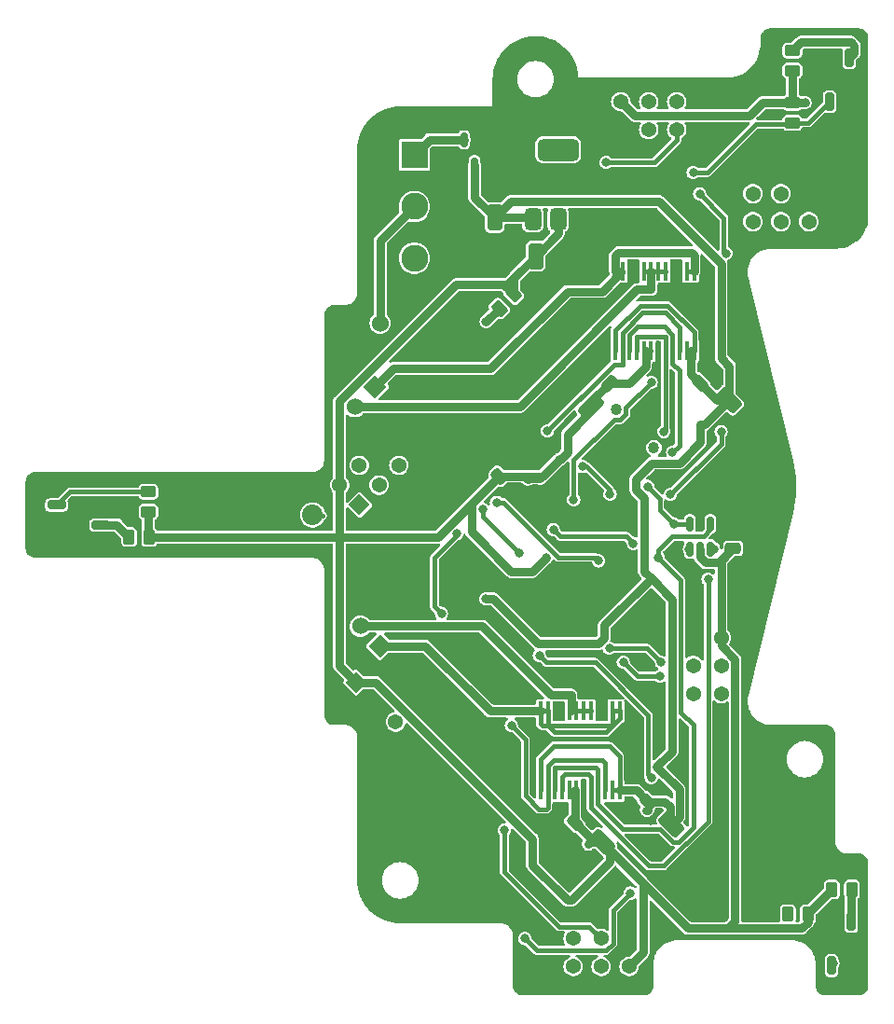
<source format=gbr>
%TF.GenerationSoftware,KiCad,Pcbnew,8.0.1*%
%TF.CreationDate,2024-05-30T23:21:13+02:00*%
%TF.ProjectId,minisumo_pcb,6d696e69-7375-46d6-9f5f-7063622e6b69,rev?*%
%TF.SameCoordinates,Original*%
%TF.FileFunction,Copper,L2,Bot*%
%TF.FilePolarity,Positive*%
%FSLAX46Y46*%
G04 Gerber Fmt 4.6, Leading zero omitted, Abs format (unit mm)*
G04 Created by KiCad (PCBNEW 8.0.1) date 2024-05-30 23:21:13*
%MOMM*%
%LPD*%
G01*
G04 APERTURE LIST*
G04 Aperture macros list*
%AMRoundRect*
0 Rectangle with rounded corners*
0 $1 Rounding radius*
0 $2 $3 $4 $5 $6 $7 $8 $9 X,Y pos of 4 corners*
0 Add a 4 corners polygon primitive as box body*
4,1,4,$2,$3,$4,$5,$6,$7,$8,$9,$2,$3,0*
0 Add four circle primitives for the rounded corners*
1,1,$1+$1,$2,$3*
1,1,$1+$1,$4,$5*
1,1,$1+$1,$6,$7*
1,1,$1+$1,$8,$9*
0 Add four rect primitives between the rounded corners*
20,1,$1+$1,$2,$3,$4,$5,0*
20,1,$1+$1,$4,$5,$6,$7,0*
20,1,$1+$1,$6,$7,$8,$9,0*
20,1,$1+$1,$8,$9,$2,$3,0*%
%AMRotRect*
0 Rectangle, with rotation*
0 The origin of the aperture is its center*
0 $1 length*
0 $2 width*
0 $3 Rotation angle, in degrees counterclockwise*
0 Add horizontal line*
21,1,$1,$2,0,0,$3*%
G04 Aperture macros list end*
%TA.AperFunction,ComponentPad*%
%ADD10C,1.530000*%
%TD*%
%TA.AperFunction,ComponentPad*%
%ADD11RotRect,1.530000X1.530000X315.000000*%
%TD*%
%TA.AperFunction,ComponentPad*%
%ADD12C,2.450000*%
%TD*%
%TA.AperFunction,ComponentPad*%
%ADD13R,2.450000X2.450000*%
%TD*%
%TA.AperFunction,ComponentPad*%
%ADD14C,1.370000*%
%TD*%
%TA.AperFunction,ComponentPad*%
%ADD15RotRect,1.370000X1.370000X135.000000*%
%TD*%
%TA.AperFunction,ComponentPad*%
%ADD16C,1.030000*%
%TD*%
%TA.AperFunction,ComponentPad*%
%ADD17R,1.370000X1.370000*%
%TD*%
%TA.AperFunction,ComponentPad*%
%ADD18RotRect,1.370000X1.370000X45.000000*%
%TD*%
%TA.AperFunction,ComponentPad*%
%ADD19RotRect,1.530000X1.530000X225.000000*%
%TD*%
%TA.AperFunction,ComponentPad*%
%ADD20C,1.875000*%
%TD*%
%TA.AperFunction,ComponentPad*%
%ADD21RotRect,1.530000X1.530000X45.000000*%
%TD*%
%TA.AperFunction,SMDPad,CuDef*%
%ADD22R,0.450000X1.750000*%
%TD*%
%TA.AperFunction,SMDPad,CuDef*%
%ADD23RoundRect,0.250000X0.262500X0.450000X-0.262500X0.450000X-0.262500X-0.450000X0.262500X-0.450000X0*%
%TD*%
%TA.AperFunction,SMDPad,CuDef*%
%ADD24RoundRect,0.250000X-0.159099X0.512652X-0.512652X0.159099X0.159099X-0.512652X0.512652X-0.159099X0*%
%TD*%
%TA.AperFunction,SMDPad,CuDef*%
%ADD25RoundRect,0.197500X0.632500X-0.197500X0.632500X0.197500X-0.632500X0.197500X-0.632500X-0.197500X0*%
%TD*%
%TA.AperFunction,SMDPad,CuDef*%
%ADD26RoundRect,0.250000X-0.262500X-0.450000X0.262500X-0.450000X0.262500X0.450000X-0.262500X0.450000X0*%
%TD*%
%TA.AperFunction,SMDPad,CuDef*%
%ADD27RoundRect,0.250000X0.512652X0.159099X0.159099X0.512652X-0.512652X-0.159099X-0.159099X-0.512652X0*%
%TD*%
%TA.AperFunction,SMDPad,CuDef*%
%ADD28RoundRect,0.250000X0.945755X0.362392X0.362392X0.945755X-0.945755X-0.362392X-0.362392X-0.945755X0*%
%TD*%
%TA.AperFunction,SMDPad,CuDef*%
%ADD29RoundRect,0.250000X0.475000X-0.250000X0.475000X0.250000X-0.475000X0.250000X-0.475000X-0.250000X0*%
%TD*%
%TA.AperFunction,SMDPad,CuDef*%
%ADD30RoundRect,0.250000X-0.362392X0.945755X-0.945755X0.362392X0.362392X-0.945755X0.945755X-0.362392X0*%
%TD*%
%TA.AperFunction,SMDPad,CuDef*%
%ADD31RoundRect,0.250000X0.362392X-0.945755X0.945755X-0.362392X-0.362392X0.945755X-0.945755X0.362392X0*%
%TD*%
%TA.AperFunction,SMDPad,CuDef*%
%ADD32RoundRect,0.250000X-0.412500X-0.925000X0.412500X-0.925000X0.412500X0.925000X-0.412500X0.925000X0*%
%TD*%
%TA.AperFunction,SMDPad,CuDef*%
%ADD33RoundRect,0.150000X-0.150000X0.512500X-0.150000X-0.512500X0.150000X-0.512500X0.150000X0.512500X0*%
%TD*%
%TA.AperFunction,SMDPad,CuDef*%
%ADD34RoundRect,0.250000X0.159099X-0.512652X0.512652X-0.159099X-0.159099X0.512652X-0.512652X0.159099X0*%
%TD*%
%TA.AperFunction,SMDPad,CuDef*%
%ADD35RoundRect,0.197500X0.197500X0.632500X-0.197500X0.632500X-0.197500X-0.632500X0.197500X-0.632500X0*%
%TD*%
%TA.AperFunction,SMDPad,CuDef*%
%ADD36RoundRect,0.250000X0.450000X-0.262500X0.450000X0.262500X-0.450000X0.262500X-0.450000X-0.262500X0*%
%TD*%
%TA.AperFunction,SMDPad,CuDef*%
%ADD37RoundRect,0.500000X1.400000X-0.500000X1.400000X0.500000X-1.400000X0.500000X-1.400000X-0.500000X0*%
%TD*%
%TA.AperFunction,SMDPad,CuDef*%
%ADD38RoundRect,0.375000X0.375000X-0.625000X0.375000X0.625000X-0.375000X0.625000X-0.375000X-0.625000X0*%
%TD*%
%TA.AperFunction,SMDPad,CuDef*%
%ADD39RoundRect,0.250000X0.412500X0.925000X-0.412500X0.925000X-0.412500X-0.925000X0.412500X-0.925000X0*%
%TD*%
%TA.AperFunction,SMDPad,CuDef*%
%ADD40RoundRect,0.250000X-0.132583X0.503814X-0.503814X0.132583X0.132583X-0.503814X0.503814X-0.132583X0*%
%TD*%
%TA.AperFunction,SMDPad,CuDef*%
%ADD41RoundRect,0.250000X-0.450000X0.262500X-0.450000X-0.262500X0.450000X-0.262500X0.450000X0.262500X0*%
%TD*%
%TA.AperFunction,ViaPad*%
%ADD42C,0.600000*%
%TD*%
%TA.AperFunction,ViaPad*%
%ADD43C,0.800000*%
%TD*%
%TA.AperFunction,Conductor*%
%ADD44C,0.431800*%
%TD*%
%TA.AperFunction,Conductor*%
%ADD45C,0.381000*%
%TD*%
%TA.AperFunction,Conductor*%
%ADD46C,0.762000*%
%TD*%
G04 APERTURE END LIST*
D10*
%TO.P,M2,02,02*%
%TO.N,/motor_driver2/MOTOR_IN2*%
X108849509Y-112295190D03*
D11*
%TO.P,M2,01,01*%
%TO.N,/motor_driver2/MOTOR_IN1*%
X110645561Y-114091242D03*
%TD*%
D12*
%TO.P,S1,3,3*%
%TO.N,unconnected-(S1-Pad3)*%
X113747535Y-78893216D03*
%TO.P,S1,2,2*%
%TO.N,+IN*%
X113747535Y-74193216D03*
D13*
%TO.P,S1,1,1*%
%TO.N,+OUT*%
X113747535Y-69493216D03*
%TD*%
D14*
%TO.P,J2,03,03*%
%TO.N,STARTER*%
X112043586Y-120989267D03*
%TO.P,J2,02,02*%
%TO.N,GND*%
X110247535Y-119193216D03*
D15*
%TO.P,J2,01,01*%
%TO.N,+5V*%
X108451484Y-117397165D03*
%TD*%
D16*
%TO.P,Y1,2*%
%TO.N,XTAL2*%
X132044659Y-92649659D03*
%TO.P,Y1,1*%
%TO.N,XTAL1*%
X135495341Y-96100341D03*
%TD*%
D14*
%TO.P,ES1,06,06*%
%TO.N,/sensor1/G1*%
X137577500Y-64673216D03*
%TO.P,ES1,05,05*%
%TO.N,Net-(ES1-Pad05)*%
X137577500Y-67213216D03*
%TO.P,ES1,04,04*%
%TO.N,/sensor1/SCL*%
X135037500Y-64673216D03*
%TO.P,ES1,03,03*%
%TO.N,/sensor1/SDA*%
X135037500Y-67213216D03*
%TO.P,ES1,02,02*%
%TO.N,+5V*%
X132497500Y-64673216D03*
D17*
%TO.P,ES1,01,01*%
%TO.N,GND*%
X132497500Y-67213216D03*
%TD*%
D14*
%TO.P,ES3,06,06*%
%TO.N,/sensor3/G3*%
X141605000Y-118397500D03*
%TO.P,ES3,05,05*%
%TO.N,Net-(ES3-Pad05)*%
X139065000Y-118397499D03*
%TO.P,ES3,04,04*%
%TO.N,/sensor1/SCL*%
X141605000Y-115857500D03*
%TO.P,ES3,03,03*%
%TO.N,/sensor1/SDA*%
X139065000Y-115857500D03*
%TO.P,ES3,02,02*%
%TO.N,+5V*%
X141605000Y-113317500D03*
D17*
%TO.P,ES3,01,01*%
%TO.N,GND*%
X139065000Y-113317500D03*
%TD*%
D14*
%TO.P,Prog_Con1,06,06*%
%TO.N,GND*%
X110543586Y-95897164D03*
%TO.P,Prog_Con1,05,05*%
%TO.N,/programming_connector/RST*%
X112339637Y-97693216D03*
%TO.P,Prog_Con1,04,04*%
%TO.N,/programming_connector/MOSI*%
X108747535Y-97693216D03*
%TO.P,Prog_Con1,03,03*%
%TO.N,/programming_connector/SCK*%
X110543586Y-99489267D03*
%TO.P,Prog_Con1,02,02*%
%TO.N,+5V*%
X106951484Y-99489267D03*
D18*
%TO.P,Prog_Con1,01,01*%
%TO.N,/programming_connector/MISO*%
X108747535Y-101285318D03*
%TD*%
D10*
%TO.P,BATT1,02,02*%
%TO.N,+IN*%
X110645561Y-84795190D03*
D19*
%TO.P,BATT1,01,01*%
%TO.N,GND*%
X108849509Y-86591242D03*
%TD*%
D14*
%TO.P,ES4,06,06*%
%TO.N,/sensor4/G4*%
X128167535Y-143193216D03*
%TO.P,ES4,05,05*%
%TO.N,Net-(ES4-Pad05)*%
X128167535Y-140653216D03*
%TO.P,ES4,04,04*%
%TO.N,/sensor1/SCL*%
X130707535Y-143193216D03*
%TO.P,ES4,03,03*%
%TO.N,/sensor1/SDA*%
X130707535Y-140653216D03*
%TO.P,ES4,02,02*%
%TO.N,+5V*%
X133247535Y-143193216D03*
D17*
%TO.P,ES4,01,01*%
%TO.N,GND*%
X133247535Y-140653216D03*
%TD*%
D14*
%TO.P,ES2,06,06*%
%TO.N,/sensor2/G2*%
X144492500Y-75565000D03*
%TO.P,ES2,05,05*%
%TO.N,Net-(ES2-Pad05)*%
X144492501Y-73025000D03*
%TO.P,ES2,04,04*%
%TO.N,/sensor1/SCL*%
X147032500Y-75565000D03*
%TO.P,ES2,03,03*%
%TO.N,/sensor1/SDA*%
X147032500Y-73025000D03*
%TO.P,ES2,02,02*%
%TO.N,+5V*%
X149572500Y-75565000D03*
D17*
%TO.P,ES2,01,01*%
%TO.N,GND*%
X149572500Y-73025000D03*
%TD*%
D20*
%TO.P,B1,2*%
%TO.N,/programming_connector/RST*%
X104497535Y-102193216D03*
%TO.P,B1,1*%
%TO.N,GND*%
X97997535Y-102193216D03*
%TD*%
D10*
%TO.P,M1,02,02*%
%TO.N,/motor_driver1/MOTOR_IN2*%
X108349509Y-92361242D03*
D21*
%TO.P,M1,01,01*%
%TO.N,/motor_driver1/MOTOR_IN1*%
X110145561Y-90565190D03*
%TD*%
D22*
%TO.P,M_DRIVER2,24,VM1*%
%TO.N,+BATT*%
X125225000Y-127200000D03*
%TO.P,M_DRIVER2,23,PWMA*%
%TO.N,/motor_driver2/PWM2*%
X125875000Y-127200000D03*
%TO.P,M_DRIVER2,22,AIN2*%
%TO.N,/inverter/DIRB_2*%
X126525000Y-127199999D03*
%TO.P,M_DRIVER2,21,AIN1*%
%TO.N,/inverter/DIRA_2*%
X127175000Y-127200000D03*
%TO.P,M_DRIVER2,20,VCC*%
%TO.N,+5V*%
X127824999Y-127200000D03*
%TO.P,M_DRIVER2,19,STBY*%
X128475000Y-127200000D03*
%TO.P,M_DRIVER2,18,GND*%
%TO.N,GND*%
X129125000Y-127200000D03*
%TO.P,M_DRIVER2,17,BIN1*%
%TO.N,/inverter/DIRA_2*%
X129775001Y-127200000D03*
%TO.P,M_DRIVER2,16,BIN2*%
%TO.N,/inverter/DIRB_2*%
X130425000Y-127200000D03*
%TO.P,M_DRIVER2,15,PWMB*%
%TO.N,/motor_driver2/PWM2*%
X131075000Y-127199999D03*
%TO.P,M_DRIVER2,14,VM3*%
%TO.N,+BATT*%
X131725000Y-127200000D03*
%TO.P,M_DRIVER2,13,VM2*%
X132375000Y-127200000D03*
%TO.P,M_DRIVER2,12,BO1*%
%TO.N,/motor_driver2/MOTOR_IN1*%
X132375000Y-120000000D03*
%TO.P,M_DRIVER2,11,BO1*%
X131725000Y-120000000D03*
%TO.P,M_DRIVER2,10,PGND2*%
%TO.N,GND*%
X131075000Y-120000001D03*
%TO.P,M_DRIVER2,9,PGND2*%
X130425000Y-120000000D03*
%TO.P,M_DRIVER2,8,BO2*%
%TO.N,/motor_driver2/MOTOR_IN2*%
X129775001Y-120000000D03*
%TO.P,M_DRIVER2,7,BO2*%
X129125000Y-120000000D03*
%TO.P,M_DRIVER2,6,AO2*%
X128475000Y-120000000D03*
%TO.P,M_DRIVER2,5,AO2*%
X127824999Y-120000000D03*
%TO.P,M_DRIVER2,4,PGND1*%
%TO.N,GND*%
X127175000Y-120000000D03*
%TO.P,M_DRIVER2,3,PGND1*%
X126525000Y-120000001D03*
%TO.P,M_DRIVER2,2,AO1*%
%TO.N,/motor_driver2/MOTOR_IN1*%
X125875000Y-120000000D03*
%TO.P,M_DRIVER2,1,AO1*%
X125225000Y-120000000D03*
%TD*%
D23*
%TO.P,R17,2*%
%TO.N,Net-(LS1-A)*%
X87835035Y-104193216D03*
%TO.P,R17,1*%
%TO.N,+5V*%
X89660035Y-104193216D03*
%TD*%
D24*
%TO.P,C29,2*%
%TO.N,GND*%
X133577482Y-129565677D03*
%TO.P,C29,1*%
%TO.N,+BATT*%
X134920984Y-128222175D03*
%TD*%
D25*
%TO.P,LS1,4*%
%TO.N,GND*%
X85247535Y-101293216D03*
%TO.P,LS1,3*%
%TO.N,/line_sensors/LS1*%
X81247535Y-101293216D03*
%TO.P,LS1,2,A*%
%TO.N,Net-(LS1-A)*%
X85247535Y-103093216D03*
%TO.P,LS1,1,K*%
%TO.N,GND*%
X81247535Y-103093216D03*
%TD*%
D26*
%TO.P,R14,2*%
%TO.N,+5V*%
X149488284Y-138443216D03*
%TO.P,R14,1*%
%TO.N,/line_sensors/LS3*%
X147663284Y-138443216D03*
%TD*%
D24*
%TO.P,C28,2*%
%TO.N,GND*%
X126977639Y-131479720D03*
%TO.P,C28,1*%
%TO.N,+5V*%
X128321141Y-130136218D03*
%TD*%
D27*
%TO.P,C6,2*%
%TO.N,GND*%
X130138249Y-88863249D03*
%TO.P,C6,1*%
%TO.N,+5V*%
X131481751Y-90206751D03*
%TD*%
D28*
%TO.P,C5,2*%
%TO.N,GND*%
X127635000Y-90170000D03*
%TO.P,C5,1*%
%TO.N,+5V*%
X129809354Y-92344354D03*
%TD*%
D29*
%TO.P,C7,2*%
%TO.N,GND*%
X142700000Y-103327501D03*
%TO.P,C7,1*%
%TO.N,+5V*%
X142700000Y-105227499D03*
%TD*%
D30*
%TO.P,C27,2*%
%TO.N,GND*%
X128612823Y-134087177D03*
%TO.P,C27,1*%
%TO.N,+5V*%
X130787177Y-131912823D03*
%TD*%
D31*
%TO.P,C4,2*%
%TO.N,GND*%
X144472177Y-89597823D03*
%TO.P,C4,1*%
%TO.N,+BATT*%
X142297823Y-91772177D03*
%TD*%
D32*
%TO.P,C10,2*%
%TO.N,GND*%
X127837500Y-78693216D03*
%TO.P,C10,1*%
%TO.N,+5V*%
X124762500Y-78693216D03*
%TD*%
D33*
%TO.P,Q1,3,S*%
%TO.N,+BATT*%
X119200000Y-70400000D03*
%TO.P,Q1,2,G*%
%TO.N,GND*%
X120149999Y-68125000D03*
%TO.P,Q1,1,D*%
%TO.N,+OUT*%
X118250001Y-68125000D03*
%TD*%
D26*
%TO.P,R13,2*%
%TO.N,Net-(LS3-A)*%
X153488284Y-136193216D03*
%TO.P,R13,1*%
%TO.N,+5V*%
X151663284Y-136193216D03*
%TD*%
D30*
%TO.P,C30,2*%
%TO.N,GND*%
X134929823Y-132455977D03*
%TO.P,C30,1*%
%TO.N,+BATT*%
X137104177Y-130281623D03*
%TD*%
D33*
%TO.P,INVERTER1,6,1Y*%
%TO.N,/inverter/DIRA_1*%
X138750001Y-105277500D03*
%TO.P,INVERTER1,5,V_{CC}*%
%TO.N,+5V*%
X139700000Y-105277500D03*
%TO.P,INVERTER1,4,2Y*%
%TO.N,/inverter/DIRA_2*%
X140649999Y-105277500D03*
%TO.P,INVERTER1,3,2A*%
%TO.N,/inverter/DIRB_2*%
X140649999Y-103002500D03*
%TO.P,INVERTER1,2,GND*%
%TO.N,GND*%
X139700000Y-103002500D03*
%TO.P,INVERTER1,1,1A*%
%TO.N,/inverter/DIRB_1*%
X138750001Y-103002500D03*
%TD*%
D34*
%TO.P,C3,2*%
%TO.N,GND*%
X141006751Y-88863249D03*
%TO.P,C3,1*%
%TO.N,+BATT*%
X139663249Y-90206751D03*
%TD*%
D35*
%TO.P,LS3,4*%
%TO.N,GND*%
X151642699Y-139116216D03*
%TO.P,LS3,3*%
%TO.N,/line_sensors/LS3*%
X151642699Y-143116216D03*
%TO.P,LS3,2,A*%
%TO.N,Net-(LS3-A)*%
X153442699Y-139116216D03*
%TO.P,LS3,1,K*%
%TO.N,GND*%
X153442699Y-143116216D03*
%TD*%
D36*
%TO.P,R8,2*%
%TO.N,Net-(LS2-A)*%
X148075784Y-60030716D03*
%TO.P,R8,1*%
%TO.N,+5V*%
X148075784Y-61855716D03*
%TD*%
%TO.P,R19,2*%
%TO.N,+5V*%
X148075784Y-64780716D03*
%TO.P,R19,1*%
%TO.N,/line_sensors/LS2*%
X148075784Y-66605716D03*
%TD*%
D37*
%TO.P,U7,4*%
%TO.N,N/C*%
X126800000Y-69043217D03*
D38*
%TO.P,U7,3,VI*%
%TO.N,+BATT*%
X124500000Y-75343216D03*
%TO.P,U7,2,VO*%
%TO.N,+5V*%
X126800000Y-75343215D03*
%TO.P,U7,1,GND*%
%TO.N,GND*%
X129100000Y-75343216D03*
%TD*%
D39*
%TO.P,C9,2*%
%TO.N,GND*%
X117962500Y-75200000D03*
%TO.P,C9,1*%
%TO.N,+BATT*%
X121037500Y-75200000D03*
%TD*%
D40*
%TO.P,R7,2*%
%TO.N,Net-(+5V1-A)*%
X121454765Y-83445235D03*
%TO.P,R7,1*%
%TO.N,+5V*%
X122745235Y-82154765D03*
%TD*%
D41*
%TO.P,R20,2*%
%TO.N,+5V*%
X89600000Y-101912500D03*
%TO.P,R20,1*%
%TO.N,/line_sensors/LS1*%
X89600000Y-100087500D03*
%TD*%
D35*
%TO.P,LS2,4*%
%TO.N,GND*%
X151447535Y-60693216D03*
%TO.P,LS2,3*%
%TO.N,/line_sensors/LS2*%
X151447535Y-64693216D03*
%TO.P,LS2,2,A*%
%TO.N,Net-(LS2-A)*%
X153247535Y-60693216D03*
%TO.P,LS2,1,K*%
%TO.N,GND*%
X153247535Y-64693216D03*
%TD*%
D34*
%TO.P,C18,2*%
%TO.N,GND*%
X122771751Y-97328249D03*
%TO.P,C18,1*%
%TO.N,+5V*%
X121428249Y-98671751D03*
%TD*%
D22*
%TO.P,M_DRIVER1,24,VM1*%
%TO.N,+BATT*%
X131997177Y-87247823D03*
%TO.P,M_DRIVER1,23,PWMA*%
%TO.N,/motor_driver1/PWM1*%
X132647177Y-87247823D03*
%TO.P,M_DRIVER1,22,AIN2*%
%TO.N,/inverter/DIRB_1*%
X133297177Y-87247822D03*
%TO.P,M_DRIVER1,21,AIN1*%
%TO.N,/inverter/DIRA_1*%
X133947177Y-87247823D03*
%TO.P,M_DRIVER1,20,VCC*%
%TO.N,+5V*%
X134597176Y-87247823D03*
%TO.P,M_DRIVER1,19,STBY*%
X135247177Y-87247823D03*
%TO.P,M_DRIVER1,18,GND*%
%TO.N,GND*%
X135897177Y-87247823D03*
%TO.P,M_DRIVER1,17,BIN1*%
%TO.N,/inverter/DIRA_1*%
X136547178Y-87247823D03*
%TO.P,M_DRIVER1,16,BIN2*%
%TO.N,/inverter/DIRB_1*%
X137197177Y-87247823D03*
%TO.P,M_DRIVER1,15,PWMB*%
%TO.N,/motor_driver1/PWM1*%
X137847177Y-87247822D03*
%TO.P,M_DRIVER1,14,VM3*%
%TO.N,+BATT*%
X138497177Y-87247823D03*
%TO.P,M_DRIVER1,13,VM2*%
X139147177Y-87247823D03*
%TO.P,M_DRIVER1,12,BO1*%
%TO.N,/motor_driver1/MOTOR_IN1*%
X139147177Y-80047823D03*
%TO.P,M_DRIVER1,11,BO1*%
X138497177Y-80047823D03*
%TO.P,M_DRIVER1,10,PGND2*%
%TO.N,GND*%
X137847177Y-80047824D03*
%TO.P,M_DRIVER1,9,PGND2*%
X137197177Y-80047823D03*
%TO.P,M_DRIVER1,8,BO2*%
%TO.N,/motor_driver1/MOTOR_IN2*%
X136547178Y-80047823D03*
%TO.P,M_DRIVER1,7,BO2*%
X135897177Y-80047823D03*
%TO.P,M_DRIVER1,6,AO2*%
X135247177Y-80047823D03*
%TO.P,M_DRIVER1,5,AO2*%
X134597176Y-80047823D03*
%TO.P,M_DRIVER1,4,PGND1*%
%TO.N,GND*%
X133947177Y-80047823D03*
%TO.P,M_DRIVER1,3,PGND1*%
X133297177Y-80047824D03*
%TO.P,M_DRIVER1,2,AO1*%
%TO.N,/motor_driver1/MOTOR_IN1*%
X132647177Y-80047823D03*
%TO.P,M_DRIVER1,1,AO1*%
X131997177Y-80047823D03*
%TD*%
D42*
%TO.N,GND*%
X146945000Y-100610000D03*
X146945000Y-98610000D03*
X79945000Y-99610000D03*
X79945000Y-104610000D03*
X80945000Y-99610000D03*
X80945000Y-104610000D03*
X81945000Y-104610000D03*
X82945000Y-103610000D03*
X82945000Y-104610000D03*
X83945000Y-104610000D03*
X84945000Y-104610000D03*
X85945000Y-104610000D03*
X86945000Y-101610000D03*
X87945000Y-101610000D03*
X90945000Y-101610000D03*
X90945000Y-102610000D03*
X91945000Y-101610000D03*
X91945000Y-102610000D03*
X92945000Y-99610000D03*
X92945000Y-102610000D03*
X93945000Y-99610000D03*
X93945000Y-100610000D03*
X94945000Y-99610000D03*
X94945000Y-100610000D03*
X94945000Y-101610000D03*
X95945000Y-99610000D03*
X95945000Y-100610000D03*
X95945000Y-101610000D03*
X95945000Y-102610000D03*
X96945000Y-99610000D03*
X96945000Y-100610000D03*
X97945000Y-99610000D03*
X97945000Y-100610000D03*
X98945000Y-99610000D03*
X98945000Y-100610000D03*
X99945000Y-99610000D03*
X99945000Y-100610000D03*
X99945000Y-101610000D03*
X99945000Y-102610000D03*
X100945000Y-99610000D03*
X100945000Y-100610000D03*
X100945000Y-101610000D03*
X100945000Y-102610000D03*
X101945000Y-99610000D03*
X101945000Y-100610000D03*
X101945000Y-101610000D03*
X101945000Y-102610000D03*
X102945000Y-99610000D03*
X102945000Y-100610000D03*
X102945000Y-101610000D03*
X102945000Y-102610000D03*
X105945000Y-100610000D03*
X106945000Y-84610000D03*
X106945000Y-85610000D03*
X106945000Y-86610000D03*
X106945000Y-87610000D03*
X106945000Y-88610000D03*
X106945000Y-89610000D03*
X106945000Y-118610000D03*
X106945000Y-119610000D03*
X107945000Y-84610000D03*
X107945000Y-88610000D03*
X107945000Y-94610000D03*
X107945000Y-102610000D03*
X107945000Y-107610000D03*
X107945000Y-108610000D03*
X107945000Y-109610000D03*
X107945000Y-110610000D03*
X107945000Y-113610000D03*
X107945000Y-114610000D03*
X107945000Y-119610000D03*
X107945000Y-120610000D03*
X108945000Y-83610000D03*
X108945000Y-84610000D03*
X108945000Y-105610000D03*
X108945000Y-107610000D03*
X108945000Y-108610000D03*
X108945000Y-109610000D03*
X108945000Y-110610000D03*
X108945000Y-113610000D03*
X108945000Y-114610000D03*
X108945000Y-115610000D03*
X108945000Y-119610000D03*
X108945000Y-120610000D03*
X109945000Y-67610000D03*
X109945000Y-68610000D03*
X109945000Y-69610000D03*
X109945000Y-70610000D03*
X109945000Y-71610000D03*
X109945000Y-72610000D03*
X109945000Y-73610000D03*
X109945000Y-74610000D03*
X109945000Y-75610000D03*
X109945000Y-107610000D03*
X109945000Y-108610000D03*
X109945000Y-109610000D03*
X109945000Y-110610000D03*
X109945000Y-115610000D03*
X109945000Y-120610000D03*
X109945000Y-121610000D03*
X109945000Y-122610000D03*
X109945000Y-123610000D03*
X109945000Y-124610000D03*
X109945000Y-125610000D03*
X109945000Y-126610000D03*
X109945000Y-127610000D03*
X109945000Y-128610000D03*
X109945000Y-129610000D03*
X109945000Y-130610000D03*
X109945000Y-131610000D03*
X109945000Y-132610000D03*
X109945000Y-133610000D03*
X109945000Y-134610000D03*
X109945000Y-135610000D03*
X109945000Y-136610000D03*
X110945000Y-66610000D03*
X110945000Y-67610000D03*
X110945000Y-68610000D03*
X110945000Y-69610000D03*
X110945000Y-70610000D03*
X110945000Y-71610000D03*
X110945000Y-72610000D03*
X110945000Y-73610000D03*
X110945000Y-74610000D03*
X110945000Y-107610000D03*
X110945000Y-108610000D03*
X110945000Y-109610000D03*
X110945000Y-110610000D03*
X110945000Y-122610000D03*
X110945000Y-123610000D03*
X110945000Y-124610000D03*
X110945000Y-125610000D03*
X110945000Y-126610000D03*
X110945000Y-127610000D03*
X110945000Y-128610000D03*
X110945000Y-129610000D03*
X110945000Y-130610000D03*
X110945000Y-131610000D03*
X110945000Y-132610000D03*
X110945000Y-137610000D03*
X111945000Y-66610000D03*
X111945000Y-67610000D03*
X111945000Y-68610000D03*
X111945000Y-69610000D03*
X111945000Y-70610000D03*
X111945000Y-71610000D03*
X111945000Y-72610000D03*
X111945000Y-73610000D03*
X111945000Y-78610000D03*
X111945000Y-79610000D03*
X111945000Y-80610000D03*
X111945000Y-81610000D03*
X111945000Y-82610000D03*
X111945000Y-83610000D03*
X111945000Y-84610000D03*
X111945000Y-90610000D03*
X111945000Y-107610000D03*
X111945000Y-108610000D03*
X111945000Y-109610000D03*
X111945000Y-110610000D03*
X111945000Y-115610000D03*
X111945000Y-116610000D03*
X111945000Y-122610000D03*
X111945000Y-123610000D03*
X111945000Y-124610000D03*
X111945000Y-125610000D03*
X111945000Y-126610000D03*
X111945000Y-127610000D03*
X111945000Y-128610000D03*
X111945000Y-129610000D03*
X111945000Y-130610000D03*
X111945000Y-131610000D03*
X111945000Y-132610000D03*
X112945000Y-66610000D03*
X112945000Y-67610000D03*
X112945000Y-71610000D03*
X112945000Y-80610000D03*
X112945000Y-81610000D03*
X112945000Y-82610000D03*
X112945000Y-83610000D03*
X112945000Y-90610000D03*
X112945000Y-107610000D03*
X112945000Y-108610000D03*
X112945000Y-109610000D03*
X112945000Y-110610000D03*
X112945000Y-115610000D03*
X112945000Y-116610000D03*
X112945000Y-117610000D03*
X112945000Y-123610000D03*
X112945000Y-124610000D03*
X112945000Y-125610000D03*
X112945000Y-126610000D03*
X112945000Y-127610000D03*
X112945000Y-128610000D03*
X112945000Y-129610000D03*
X112945000Y-130610000D03*
X112945000Y-131610000D03*
X112945000Y-132610000D03*
X113945000Y-66610000D03*
X113945000Y-71610000D03*
X113945000Y-76610000D03*
X113945000Y-81610000D03*
X113945000Y-82610000D03*
X113945000Y-87610000D03*
X113945000Y-90610000D03*
X113945000Y-96610000D03*
X113945000Y-97610000D03*
X113945000Y-107610000D03*
X113945000Y-108610000D03*
X113945000Y-109610000D03*
X113945000Y-110610000D03*
X113945000Y-115610000D03*
X113945000Y-116610000D03*
X113945000Y-117610000D03*
X113945000Y-118610000D03*
X113945000Y-123610000D03*
X113945000Y-124610000D03*
X113945000Y-125610000D03*
X113945000Y-126610000D03*
X113945000Y-127610000D03*
X113945000Y-128610000D03*
X113945000Y-129610000D03*
X113945000Y-130610000D03*
X113945000Y-131610000D03*
X113945000Y-132610000D03*
X113945000Y-137610000D03*
X114945000Y-66610000D03*
X114945000Y-71610000D03*
X114945000Y-72610000D03*
X114945000Y-76610000D03*
X114945000Y-80610000D03*
X114945000Y-81610000D03*
X114945000Y-86610000D03*
X114945000Y-87610000D03*
X114945000Y-90610000D03*
X114945000Y-97610000D03*
X114945000Y-116610000D03*
X114945000Y-117610000D03*
X114945000Y-118610000D03*
X114945000Y-119610000D03*
X114945000Y-124610000D03*
X114945000Y-125610000D03*
X114945000Y-126610000D03*
X114945000Y-127610000D03*
X114945000Y-128610000D03*
X114945000Y-129610000D03*
X114945000Y-130610000D03*
X114945000Y-131610000D03*
X114945000Y-132610000D03*
X114945000Y-133610000D03*
X114945000Y-134610000D03*
X114945000Y-135610000D03*
X114945000Y-136610000D03*
X114945000Y-137610000D03*
X115945000Y-66610000D03*
X115945000Y-69610000D03*
X115945000Y-70610000D03*
X115945000Y-71610000D03*
X115945000Y-72610000D03*
X115945000Y-73610000D03*
X115945000Y-74610000D03*
X115945000Y-75610000D03*
X115945000Y-76610000D03*
X115945000Y-77610000D03*
X115945000Y-78610000D03*
X115945000Y-79610000D03*
X115945000Y-80610000D03*
X115945000Y-85610000D03*
X115945000Y-86610000D03*
X115945000Y-87610000D03*
X115945000Y-90610000D03*
X115945000Y-93610000D03*
X115945000Y-94610000D03*
X115945000Y-117610000D03*
X115945000Y-118610000D03*
X115945000Y-119610000D03*
X115945000Y-120610000D03*
X115945000Y-125610000D03*
X115945000Y-126610000D03*
X115945000Y-127610000D03*
X115945000Y-128610000D03*
X115945000Y-129610000D03*
X115945000Y-130610000D03*
X115945000Y-131610000D03*
X115945000Y-132610000D03*
X115945000Y-133610000D03*
X115945000Y-134610000D03*
X115945000Y-135610000D03*
X115945000Y-136610000D03*
X115945000Y-137610000D03*
X116945000Y-66610000D03*
X116945000Y-69610000D03*
X116945000Y-70610000D03*
X116945000Y-71610000D03*
X116945000Y-72610000D03*
X116945000Y-77610000D03*
X116945000Y-78610000D03*
X116945000Y-79610000D03*
X116945000Y-84610000D03*
X116945000Y-85610000D03*
X116945000Y-86610000D03*
X116945000Y-87610000D03*
X116945000Y-90610000D03*
X116945000Y-94610000D03*
X116945000Y-95610000D03*
X116945000Y-108610000D03*
X116945000Y-109610000D03*
X116945000Y-118610000D03*
X116945000Y-119610000D03*
X116945000Y-120610000D03*
X116945000Y-126610000D03*
X116945000Y-127610000D03*
X116945000Y-128610000D03*
X116945000Y-129610000D03*
X116945000Y-130610000D03*
X116945000Y-131610000D03*
X116945000Y-132610000D03*
X116945000Y-133610000D03*
X116945000Y-134610000D03*
X116945000Y-135610000D03*
X116945000Y-136610000D03*
X116945000Y-137610000D03*
X117945000Y-66610000D03*
X117945000Y-69610000D03*
X117945000Y-70610000D03*
X117945000Y-71610000D03*
X117945000Y-72610000D03*
X117945000Y-77610000D03*
X117945000Y-78610000D03*
X117945000Y-79610000D03*
X117945000Y-83610000D03*
X117945000Y-84610000D03*
X117945000Y-87610000D03*
X117945000Y-90610000D03*
X117945000Y-95610000D03*
X117945000Y-109610000D03*
X117945000Y-110610000D03*
X117945000Y-113610000D03*
X117945000Y-119610000D03*
X117945000Y-120610000D03*
X117945000Y-127610000D03*
X117945000Y-128610000D03*
X117945000Y-129610000D03*
X117945000Y-130610000D03*
X117945000Y-131610000D03*
X117945000Y-132610000D03*
X117945000Y-133610000D03*
X117945000Y-134610000D03*
X117945000Y-135610000D03*
X117945000Y-136610000D03*
X117945000Y-137610000D03*
X118945000Y-66610000D03*
X118945000Y-77610000D03*
X118945000Y-78610000D03*
X118945000Y-79610000D03*
X118945000Y-82610000D03*
X118945000Y-83610000D03*
X118945000Y-84610000D03*
X118945000Y-87610000D03*
X118945000Y-90610000D03*
X118945000Y-113610000D03*
X118945000Y-114610000D03*
X118945000Y-120610000D03*
X118945000Y-123610000D03*
X118945000Y-128610000D03*
X118945000Y-129610000D03*
X118945000Y-130610000D03*
X118945000Y-131610000D03*
X118945000Y-132610000D03*
X118945000Y-133610000D03*
X118945000Y-134610000D03*
X118945000Y-135610000D03*
X118945000Y-136610000D03*
X118945000Y-137610000D03*
X119945000Y-66610000D03*
X119945000Y-77610000D03*
X119945000Y-78610000D03*
X119945000Y-79610000D03*
X119945000Y-82610000D03*
X119945000Y-87610000D03*
X119945000Y-90610000D03*
X119945000Y-93610000D03*
X119945000Y-114610000D03*
X119945000Y-115610000D03*
X119945000Y-123610000D03*
X119945000Y-124610000D03*
X119945000Y-129610000D03*
X119945000Y-130610000D03*
X119945000Y-131610000D03*
X119945000Y-132610000D03*
X119945000Y-133610000D03*
X119945000Y-134610000D03*
X119945000Y-135610000D03*
X119945000Y-136610000D03*
X119945000Y-137610000D03*
X120945000Y-66610000D03*
X120945000Y-69610000D03*
X120945000Y-70610000D03*
X120945000Y-71610000D03*
X120945000Y-72610000D03*
X120945000Y-77610000D03*
X120945000Y-78610000D03*
X120945000Y-79610000D03*
X120945000Y-86610000D03*
X120945000Y-90610000D03*
X120945000Y-93610000D03*
X120945000Y-94610000D03*
X120945000Y-115610000D03*
X120945000Y-116610000D03*
X120945000Y-123610000D03*
X120945000Y-124610000D03*
X120945000Y-125610000D03*
X120945000Y-132610000D03*
X120945000Y-133610000D03*
X120945000Y-134610000D03*
X120945000Y-135610000D03*
X120945000Y-136610000D03*
X120945000Y-137610000D03*
X121945000Y-61610000D03*
X121945000Y-62610000D03*
X121945000Y-63610000D03*
X121945000Y-64610000D03*
X121945000Y-65610000D03*
X121945000Y-66610000D03*
X121945000Y-67610000D03*
X121945000Y-68610000D03*
X121945000Y-69610000D03*
X121945000Y-70610000D03*
X121945000Y-71610000D03*
X121945000Y-72610000D03*
X121945000Y-77610000D03*
X121945000Y-78610000D03*
X121945000Y-79610000D03*
X121945000Y-85610000D03*
X121945000Y-89610000D03*
X121945000Y-90610000D03*
X121945000Y-93610000D03*
X121945000Y-94610000D03*
X121945000Y-95610000D03*
X121945000Y-116610000D03*
X121945000Y-117610000D03*
X121945000Y-136610000D03*
X121945000Y-137610000D03*
X121945000Y-138610000D03*
X122945000Y-60610000D03*
X122945000Y-64610000D03*
X122945000Y-65610000D03*
X122945000Y-66610000D03*
X122945000Y-67610000D03*
X122945000Y-68610000D03*
X122945000Y-69610000D03*
X122945000Y-70610000D03*
X122945000Y-71610000D03*
X122945000Y-72610000D03*
X122945000Y-76610000D03*
X122945000Y-77610000D03*
X122945000Y-78610000D03*
X122945000Y-83610000D03*
X122945000Y-84610000D03*
X122945000Y-88610000D03*
X122945000Y-89610000D03*
X122945000Y-90610000D03*
X122945000Y-93610000D03*
X122945000Y-94610000D03*
X122945000Y-95610000D03*
X122945000Y-108610000D03*
X122945000Y-117610000D03*
X122945000Y-118610000D03*
X122945000Y-125610000D03*
X122945000Y-126610000D03*
X122945000Y-127610000D03*
X122945000Y-132610000D03*
X122945000Y-133610000D03*
X122945000Y-137610000D03*
X122945000Y-138610000D03*
X123945000Y-59610000D03*
X123945000Y-65610000D03*
X123945000Y-66610000D03*
X123945000Y-67610000D03*
X123945000Y-68610000D03*
X123945000Y-69610000D03*
X123945000Y-70610000D03*
X123945000Y-71610000D03*
X123945000Y-72610000D03*
X123945000Y-81610000D03*
X123945000Y-83610000D03*
X123945000Y-87610000D03*
X123945000Y-88610000D03*
X123945000Y-89610000D03*
X123945000Y-93610000D03*
X123945000Y-94610000D03*
X123945000Y-138610000D03*
X123945000Y-144610000D03*
X124945000Y-59610000D03*
X124945000Y-65610000D03*
X124945000Y-66610000D03*
X124945000Y-70610000D03*
X124945000Y-71610000D03*
X124945000Y-72610000D03*
X124945000Y-80610000D03*
X124945000Y-81610000D03*
X124945000Y-82610000D03*
X124945000Y-86610000D03*
X124945000Y-87610000D03*
X124945000Y-88610000D03*
X124945000Y-92610000D03*
X124945000Y-144610000D03*
X125945000Y-65610000D03*
X125945000Y-66610000D03*
X125945000Y-79610000D03*
X125945000Y-80610000D03*
X125945000Y-81610000D03*
X125945000Y-85610000D03*
X125945000Y-86610000D03*
X125945000Y-87610000D03*
X125945000Y-91610000D03*
X125945000Y-92610000D03*
X125945000Y-129610000D03*
X125945000Y-133610000D03*
X125945000Y-144610000D03*
X126945000Y-60610000D03*
X126945000Y-61610000D03*
X126945000Y-63610000D03*
X126945000Y-64610000D03*
X126945000Y-65610000D03*
X126945000Y-66610000D03*
X126945000Y-80610000D03*
X126945000Y-84610000D03*
X126945000Y-85610000D03*
X126945000Y-86610000D03*
X126945000Y-128610000D03*
X126945000Y-129610000D03*
X126945000Y-134610000D03*
X126945000Y-143610000D03*
X126945000Y-144610000D03*
X127945000Y-62610000D03*
X127945000Y-63610000D03*
X127945000Y-64610000D03*
X127945000Y-65610000D03*
X127945000Y-70610000D03*
X127945000Y-71610000D03*
X127945000Y-72610000D03*
X127945000Y-80610000D03*
X127945000Y-83610000D03*
X127945000Y-84610000D03*
X127945000Y-85610000D03*
X127945000Y-112610000D03*
X127945000Y-144610000D03*
X128945000Y-63610000D03*
X128945000Y-64610000D03*
X128945000Y-80610000D03*
X128945000Y-83610000D03*
X128945000Y-84610000D03*
X128945000Y-111610000D03*
X128945000Y-112610000D03*
X128945000Y-144610000D03*
X129945000Y-63610000D03*
X129945000Y-67610000D03*
X129945000Y-68610000D03*
X129945000Y-102610000D03*
X129945000Y-137610000D03*
X129945000Y-138610000D03*
X129945000Y-144610000D03*
X130945000Y-63610000D03*
X130945000Y-66610000D03*
X130945000Y-67610000D03*
X130945000Y-68610000D03*
X130945000Y-71610000D03*
X130945000Y-72610000D03*
X130945000Y-75610000D03*
X130945000Y-76610000D03*
X130945000Y-77610000D03*
X130945000Y-78610000D03*
X130945000Y-79610000D03*
X130945000Y-86610000D03*
X130945000Y-87610000D03*
X130945000Y-136610000D03*
X130945000Y-137610000D03*
X130945000Y-138610000D03*
X130945000Y-144610000D03*
X131945000Y-68610000D03*
X131945000Y-75610000D03*
X131945000Y-76610000D03*
X131945000Y-135610000D03*
X131945000Y-142610000D03*
X131945000Y-143610000D03*
X131945000Y-144610000D03*
X132945000Y-68610000D03*
X132945000Y-75610000D03*
X132945000Y-76610000D03*
X132945000Y-94610000D03*
X132945000Y-121610000D03*
X132945000Y-122610000D03*
X132945000Y-138610000D03*
X132945000Y-144610000D03*
X133945000Y-63610000D03*
X133945000Y-68610000D03*
X133945000Y-75610000D03*
X133945000Y-76610000D03*
X133945000Y-144610000D03*
X134945000Y-68610000D03*
X134945000Y-71610000D03*
X134945000Y-72610000D03*
X134945000Y-92610000D03*
X134945000Y-112610000D03*
X135945000Y-63610000D03*
X135945000Y-71610000D03*
X135945000Y-72610000D03*
X135945000Y-122610000D03*
X135945000Y-139610000D03*
X135945000Y-140610000D03*
X136945000Y-70610000D03*
X136945000Y-71610000D03*
X136945000Y-72610000D03*
X136945000Y-76610000D03*
X136945000Y-81610000D03*
X136945000Y-135610000D03*
X137945000Y-106610000D03*
X137945000Y-134610000D03*
X137945000Y-135610000D03*
X137945000Y-136610000D03*
X138945000Y-63610000D03*
X138945000Y-64610000D03*
X138945000Y-67610000D03*
X138945000Y-68610000D03*
X138945000Y-81610000D03*
X138945000Y-82610000D03*
X138945000Y-83610000D03*
X138945000Y-111610000D03*
X138945000Y-133610000D03*
X138945000Y-134610000D03*
X138945000Y-135610000D03*
X138945000Y-136610000D03*
X138945000Y-137610000D03*
X139945000Y-63610000D03*
X139945000Y-64610000D03*
X139945000Y-68610000D03*
X139945000Y-81610000D03*
X139945000Y-82610000D03*
X139945000Y-83610000D03*
X139945000Y-84610000D03*
X139945000Y-85610000D03*
X139945000Y-86610000D03*
X139945000Y-87610000D03*
X139945000Y-132610000D03*
X139945000Y-133610000D03*
X139945000Y-134610000D03*
X139945000Y-135610000D03*
X139945000Y-136610000D03*
X139945000Y-137610000D03*
X139945000Y-138610000D03*
X140945000Y-63610000D03*
X140945000Y-64610000D03*
X140945000Y-68610000D03*
X140945000Y-98610000D03*
X140945000Y-99610000D03*
X140945000Y-100610000D03*
X140945000Y-101610000D03*
X140945000Y-133610000D03*
X140945000Y-134610000D03*
X140945000Y-135610000D03*
X140945000Y-136610000D03*
X140945000Y-137610000D03*
X140945000Y-138610000D03*
X141945000Y-63610000D03*
X141945000Y-64610000D03*
X141945000Y-71610000D03*
X141945000Y-97610000D03*
X141945000Y-98610000D03*
X141945000Y-99610000D03*
X141945000Y-100610000D03*
X141945000Y-101610000D03*
X141945000Y-119610000D03*
X141945000Y-124610000D03*
X141945000Y-125610000D03*
X141945000Y-126610000D03*
X141945000Y-127610000D03*
X141945000Y-128610000D03*
X141945000Y-129610000D03*
X141945000Y-130610000D03*
X141945000Y-134610000D03*
X141945000Y-135610000D03*
X141945000Y-136610000D03*
X141945000Y-137610000D03*
X142945000Y-63610000D03*
X142945000Y-64610000D03*
X142945000Y-71610000D03*
X142945000Y-84610000D03*
X142945000Y-85610000D03*
X142945000Y-86610000D03*
X142945000Y-93610000D03*
X142945000Y-94610000D03*
X142945000Y-95610000D03*
X142945000Y-96610000D03*
X142945000Y-97610000D03*
X142945000Y-98610000D03*
X142945000Y-99610000D03*
X142945000Y-100610000D03*
X142945000Y-101610000D03*
X142945000Y-107610000D03*
X142945000Y-108610000D03*
X142945000Y-109610000D03*
X142945000Y-110610000D03*
X142945000Y-111610000D03*
X142945000Y-112610000D03*
X143945000Y-63610000D03*
X143945000Y-71610000D03*
X143945000Y-115610000D03*
X143945000Y-121610000D03*
X143945000Y-122610000D03*
X143945000Y-123610000D03*
X143945000Y-124610000D03*
X143945000Y-125610000D03*
X143945000Y-126610000D03*
X143945000Y-127610000D03*
X143945000Y-128610000D03*
X143945000Y-129610000D03*
X143945000Y-130610000D03*
X143945000Y-131610000D03*
X143945000Y-132610000D03*
X143945000Y-136610000D03*
X143945000Y-137610000D03*
X143945000Y-138610000D03*
X144945000Y-62610000D03*
X144945000Y-63610000D03*
X144945000Y-68610000D03*
X144945000Y-71610000D03*
X144945000Y-122610000D03*
X144945000Y-123610000D03*
X144945000Y-124610000D03*
X144945000Y-125610000D03*
X144945000Y-126610000D03*
X144945000Y-127610000D03*
X144945000Y-128610000D03*
X144945000Y-129610000D03*
X144945000Y-130610000D03*
X144945000Y-131610000D03*
X144945000Y-132610000D03*
X144945000Y-133610000D03*
X144945000Y-137610000D03*
X144945000Y-138610000D03*
X145945000Y-59610000D03*
X145945000Y-60610000D03*
X145945000Y-61610000D03*
X145945000Y-62610000D03*
X145945000Y-63610000D03*
X145945000Y-91610000D03*
X145945000Y-92610000D03*
X145945000Y-93610000D03*
X145945000Y-94610000D03*
X145945000Y-95610000D03*
X145945000Y-96610000D03*
X145945000Y-97610000D03*
X145945000Y-98610000D03*
X145945000Y-99610000D03*
X145945000Y-100610000D03*
X145945000Y-101610000D03*
X145945000Y-102610000D03*
X145945000Y-103610000D03*
X145945000Y-104610000D03*
X145945000Y-105610000D03*
X145945000Y-106610000D03*
X145945000Y-107610000D03*
X145945000Y-122610000D03*
X145945000Y-123610000D03*
X145945000Y-124610000D03*
X145945000Y-125610000D03*
X145945000Y-126610000D03*
X145945000Y-127610000D03*
X145945000Y-128610000D03*
X145945000Y-129610000D03*
X145945000Y-130610000D03*
X145945000Y-131610000D03*
X145945000Y-132610000D03*
X145945000Y-133610000D03*
X145945000Y-134610000D03*
X145945000Y-138610000D03*
X146945000Y-63610000D03*
X146945000Y-67610000D03*
X146945000Y-95610000D03*
X146945000Y-96610000D03*
X146945000Y-97610000D03*
X146945000Y-99610000D03*
X146945000Y-101610000D03*
X146945000Y-102610000D03*
X146945000Y-103610000D03*
X146945000Y-122610000D03*
X146945000Y-123610000D03*
X146945000Y-125610000D03*
X146945000Y-126610000D03*
X146945000Y-127610000D03*
X146945000Y-128610000D03*
X146945000Y-129610000D03*
X146945000Y-130610000D03*
X146945000Y-131610000D03*
X146945000Y-132610000D03*
X146945000Y-133610000D03*
X146945000Y-134610000D03*
X146945000Y-135610000D03*
X147945000Y-68610000D03*
X147945000Y-76610000D03*
X147945000Y-126610000D03*
X147945000Y-127610000D03*
X147945000Y-128610000D03*
X147945000Y-129610000D03*
X147945000Y-130610000D03*
X147945000Y-131610000D03*
X147945000Y-132610000D03*
X147945000Y-133610000D03*
X147945000Y-134610000D03*
X147945000Y-135610000D03*
X147945000Y-136610000D03*
X148945000Y-68610000D03*
X148945000Y-69610000D03*
X148945000Y-70610000D03*
X148945000Y-71610000D03*
X148945000Y-127610000D03*
X148945000Y-128610000D03*
X148945000Y-129610000D03*
X148945000Y-130610000D03*
X148945000Y-131610000D03*
X148945000Y-132610000D03*
X148945000Y-133610000D03*
X148945000Y-134610000D03*
X148945000Y-135610000D03*
X148945000Y-136610000D03*
X149945000Y-60610000D03*
X149945000Y-61610000D03*
X149945000Y-62610000D03*
X149945000Y-67610000D03*
X149945000Y-68610000D03*
X149945000Y-69610000D03*
X149945000Y-70610000D03*
X149945000Y-71610000D03*
X149945000Y-126610000D03*
X149945000Y-127610000D03*
X149945000Y-128610000D03*
X149945000Y-129610000D03*
X149945000Y-130610000D03*
X149945000Y-131610000D03*
X149945000Y-132610000D03*
X149945000Y-133610000D03*
X149945000Y-134610000D03*
X149945000Y-135610000D03*
X150945000Y-68610000D03*
X150945000Y-69610000D03*
X150945000Y-70610000D03*
X150945000Y-71610000D03*
X150945000Y-76610000D03*
X150945000Y-122610000D03*
X150945000Y-126610000D03*
X150945000Y-127610000D03*
X150945000Y-128610000D03*
X150945000Y-129610000D03*
X150945000Y-130610000D03*
X150945000Y-131610000D03*
X150945000Y-132610000D03*
X150945000Y-133610000D03*
X150945000Y-134610000D03*
X150945000Y-144610000D03*
X151945000Y-69610000D03*
X151945000Y-70610000D03*
X151945000Y-75610000D03*
X151945000Y-76610000D03*
X151945000Y-133610000D03*
X151945000Y-134610000D03*
X151945000Y-144610000D03*
X152945000Y-66610000D03*
X152945000Y-74610000D03*
X152945000Y-75610000D03*
X152945000Y-76610000D03*
X152945000Y-134610000D03*
X152945000Y-140610000D03*
X152945000Y-144610000D03*
X153945000Y-62610000D03*
X153945000Y-66610000D03*
X153945000Y-67610000D03*
X153945000Y-68610000D03*
X153945000Y-69610000D03*
X153945000Y-70610000D03*
X153945000Y-71610000D03*
X153945000Y-72610000D03*
X153945000Y-73610000D03*
X153945000Y-74610000D03*
X153945000Y-75610000D03*
X153945000Y-134610000D03*
X153945000Y-140610000D03*
X153945000Y-141610000D03*
X153945000Y-144610000D03*
D43*
%TO.N,Net-(+5V1-A)*%
X120262913Y-84637087D03*
%TO.N,GND*%
X134929823Y-132455977D03*
X137795000Y-125730000D03*
X123190000Y-100965000D03*
X135245981Y-129933227D03*
X129707394Y-130135127D03*
X116747535Y-97193216D03*
X128270000Y-116840000D03*
X126977639Y-131479720D03*
X135255000Y-111125000D03*
X113030000Y-101600000D03*
X113030000Y-99695000D03*
X122771751Y-97328249D03*
X116297598Y-100872402D03*
%TO.N,/programming_connector/RST*%
X130492500Y-106362500D03*
X121208536Y-101041464D03*
%TO.N,+BATT*%
X120234575Y-109823868D03*
%TO.N,+5V*%
X149225000Y-64770000D03*
X129005349Y-97792577D03*
X126886867Y-97155000D03*
X125141751Y-98846751D03*
X131516179Y-100297656D03*
X125730000Y-106045000D03*
X126800000Y-75343215D03*
X121428249Y-98671751D03*
%TO.N,/sensor1/SCL*%
X132717577Y-115569141D03*
X136045500Y-116840000D03*
%TO.N,/sensor1/SDA*%
X121920000Y-130810000D03*
X131445000Y-114300000D03*
X136179000Y-115570000D03*
%TO.N,Net-(ES1-Pad05)*%
X131157823Y-70197822D03*
%TO.N,/inverter/DIRA_2*%
X140931000Y-105277500D03*
X140417718Y-108032718D03*
%TO.N,/inverter/DIRA_1*%
X136407592Y-94614085D03*
X138719000Y-105277500D03*
%TO.N,/inverter/DIRB_1*%
X134926319Y-99612181D03*
X137191341Y-96506177D03*
X137292500Y-103002500D03*
%TO.N,/inverter/DIRB_2*%
X126365000Y-103505000D03*
X135890000Y-106045000D03*
X133639000Y-104775000D03*
%TO.N,/line_sensors/LS1*%
X89600000Y-100087500D03*
%TO.N,/line_sensors/LS2*%
X128214849Y-100820856D03*
X135255000Y-90170000D03*
X139065000Y-71120000D03*
%TO.N,/line_sensors/LS3*%
X125095000Y-114935000D03*
X147663284Y-138443216D03*
X151765000Y-142875000D03*
X135255000Y-126034932D03*
%TO.N,/motor_driver1/PWM1*%
X125837177Y-94561683D03*
%TO.N,/motor_driver2/PWM2*%
X117579827Y-103907517D03*
X122555000Y-121285000D03*
X116205000Y-111125000D03*
%TO.N,/programming_connector/SCK*%
X119950697Y-101664303D03*
X123288433Y-105690703D03*
%TO.N,/sensor2/XSHUT_2*%
X139657498Y-73025000D03*
X142058922Y-78441578D03*
X137004500Y-100330000D03*
X141605000Y-94615000D03*
%TO.N,/sensor4/XSHUT_4*%
X133350000Y-136525000D03*
X123795035Y-140653216D03*
%TD*%
D44*
%TO.N,/sensor2/XSHUT_2*%
X141849998Y-78232654D02*
X142058922Y-78441578D01*
X141849998Y-75217500D02*
X141849998Y-78232654D01*
X139657498Y-73025000D02*
X141849998Y-75217500D01*
D45*
%TO.N,/line_sensors/LS2*%
X144736284Y-66718716D02*
X147962784Y-66718716D01*
X147962784Y-66718716D02*
X148075784Y-66605716D01*
X139065000Y-71120000D02*
X140335000Y-71120000D01*
X140335000Y-71120000D02*
X144736284Y-66718716D01*
D46*
%TO.N,Net-(+5V1-A)*%
X121454765Y-83445235D02*
X120262913Y-84637087D01*
%TO.N,GND*%
X129100000Y-77430716D02*
X129100000Y-75343216D01*
X81383973Y-103093216D02*
X81247535Y-103093216D01*
X151642699Y-139116216D02*
X151642699Y-141179778D01*
X151447535Y-60693216D02*
X151447535Y-62756778D01*
X153442699Y-142979778D02*
X153442699Y-143116216D01*
X151447535Y-62756778D02*
X153247535Y-64556778D01*
D44*
X129125000Y-127200000D02*
X129125000Y-129552733D01*
D45*
X122771751Y-97328249D02*
X116882568Y-97328249D01*
X137197177Y-80047823D02*
X137847177Y-80047824D01*
D44*
X133945032Y-129933227D02*
X133577482Y-129565677D01*
D46*
X153247535Y-64556778D02*
X153247535Y-64693216D01*
X127837500Y-78693216D02*
X129100000Y-77430716D01*
D45*
X133297177Y-80047824D02*
X133947177Y-80047823D01*
D44*
X135245981Y-129933227D02*
X133945032Y-129933227D01*
X129125000Y-129552733D02*
X129707394Y-130135127D01*
D45*
X116882568Y-97328249D02*
X116747535Y-97193216D01*
X127175000Y-120000000D02*
X126525000Y-120000001D01*
D46*
X85247535Y-101293216D02*
X83183973Y-101293216D01*
X83183973Y-101293216D02*
X81383973Y-103093216D01*
D45*
X139700000Y-113665000D02*
X139700000Y-113625000D01*
D44*
X116297598Y-100872402D02*
X119841751Y-97328249D01*
X119841751Y-97328249D02*
X122771751Y-97328249D01*
D46*
X151642699Y-141179778D02*
X153442699Y-142979778D01*
D45*
X130425000Y-120000000D02*
X131075000Y-120000001D01*
%TO.N,/programming_connector/RST*%
X104539319Y-102235000D02*
X105410000Y-102235000D01*
X130175000Y-106045000D02*
X126847936Y-106045000D01*
X130492500Y-106362500D02*
X130175000Y-106045000D01*
X126847936Y-106045000D02*
X121844400Y-101041464D01*
X121844400Y-101041464D02*
X121208536Y-101041464D01*
X104497535Y-101957535D02*
X104140000Y-101600000D01*
D46*
%TO.N,+BATT*%
X130990249Y-113326723D02*
X130990249Y-112214751D01*
X120934363Y-109823868D02*
X125000745Y-113890250D01*
X140090000Y-93980000D02*
X142297823Y-91772177D01*
D44*
X125225000Y-124330000D02*
X126365000Y-123190000D01*
X136747579Y-83185000D02*
X139147177Y-85584598D01*
D46*
X134620000Y-100693206D02*
X133862500Y-99935706D01*
X133862500Y-99935706D02*
X133862500Y-98937500D01*
X135753500Y-125075844D02*
X137160000Y-123669344D01*
X142355301Y-88683033D02*
X141605000Y-87932732D01*
X137795000Y-127117344D02*
X135753500Y-125075844D01*
D44*
X125225000Y-127200000D02*
X125225000Y-124330000D01*
D46*
X134927177Y-128992822D02*
X134803432Y-128992822D01*
X139700000Y-93980000D02*
X140090000Y-93980000D01*
X120234575Y-109823868D02*
X120934363Y-109823868D01*
X139700000Y-95583360D02*
X139700000Y-93980000D01*
X134620000Y-107315000D02*
X134620000Y-100693206D01*
X135312823Y-97487177D02*
X133862500Y-98937500D01*
X136477175Y-128222175D02*
X134920984Y-128222175D01*
X121037500Y-75200000D02*
X124356784Y-75200000D01*
X137796183Y-97487177D02*
X139700000Y-95583360D01*
X141228675Y-91772177D02*
X139663249Y-90206751D01*
X137795000Y-129590800D02*
X137795000Y-127117344D01*
X138885000Y-89428502D02*
X138885000Y-87247823D01*
X119200000Y-73362500D02*
X121037500Y-75200000D01*
X142297823Y-91772177D02*
X142355301Y-91714699D01*
X135312823Y-97487177D02*
X137796183Y-97487177D01*
X135992215Y-73762215D02*
X122475285Y-73762215D01*
X125000745Y-113890250D02*
X130426722Y-113890250D01*
X124356784Y-75200000D02*
X124500000Y-75343216D01*
D45*
X138885000Y-87247823D02*
X139147177Y-87247823D01*
D46*
X142297823Y-91772177D02*
X141228675Y-91772177D01*
X122475285Y-73762215D02*
X121037500Y-75200000D01*
D44*
X131445000Y-123190000D02*
X132375000Y-124120000D01*
X132375000Y-124120000D02*
X132375000Y-127200000D01*
X139147177Y-85584598D02*
X139147177Y-87247823D01*
D46*
X136980432Y-130281622D02*
X136980432Y-128725432D01*
X137104177Y-130281623D02*
X137795000Y-129590800D01*
D44*
X126365000Y-123190000D02*
X131445000Y-123190000D01*
X131997177Y-87247823D02*
X131997177Y-85440927D01*
D46*
X130426722Y-113890250D02*
X130990249Y-113326723D01*
X119200000Y-70400000D02*
X119200000Y-73362500D01*
X130990249Y-112214751D02*
X135255000Y-107950000D01*
X137160000Y-109855000D02*
X135255000Y-107950000D01*
X137160000Y-123669344D02*
X137160000Y-109855000D01*
X141605000Y-87932732D02*
X141605000Y-79375000D01*
D45*
X138497177Y-87247823D02*
X138885000Y-87247823D01*
D46*
X141605000Y-79375000D02*
X135992215Y-73762215D01*
D45*
X131725000Y-127200000D02*
X132375000Y-127200000D01*
D46*
X135255000Y-107950000D02*
X134620000Y-107315000D01*
D44*
X131997177Y-85440927D02*
X134253104Y-83185000D01*
D46*
X133898809Y-127200000D02*
X132375000Y-127200000D01*
D44*
X134253104Y-83185000D02*
X136747579Y-83185000D01*
D46*
X134920984Y-128222175D02*
X133898809Y-127200000D01*
X136980432Y-128725432D02*
X136477175Y-128222175D01*
X139663249Y-90206751D02*
X138885000Y-89428502D01*
X142355301Y-91714699D02*
X142355301Y-88683033D01*
%TO.N,+5V*%
X118940000Y-101160000D02*
X121428249Y-98671751D01*
X128319000Y-130134077D02*
X128319000Y-127200000D01*
X123767327Y-98671751D02*
X124065873Y-98970297D01*
X140193053Y-106521000D02*
X139700000Y-106027947D01*
X141605000Y-114067105D02*
X141605000Y-106322499D01*
X127635000Y-137160000D02*
X124460000Y-133985000D01*
X115906784Y-104193216D02*
X118940000Y-101160000D01*
X148075784Y-64780716D02*
X148075784Y-61855716D01*
X124460000Y-133985000D02*
X124460000Y-131615286D01*
X149488284Y-139143216D02*
X149488284Y-138443216D01*
X127635000Y-94884354D02*
X129992177Y-92527177D01*
X130787177Y-131912823D02*
X130097746Y-131912823D01*
X124460000Y-131615286D02*
X110241879Y-117397165D01*
X129707177Y-131912823D02*
X129540000Y-132080000D01*
X149488284Y-138443216D02*
X149488284Y-138368216D01*
X134513535Y-135639181D02*
X138598570Y-139724216D01*
X124189419Y-98846751D02*
X125141751Y-98846751D01*
X130787177Y-131912823D02*
X129707177Y-131912823D01*
X131517177Y-133666183D02*
X128023360Y-137160000D01*
X127635000Y-96520000D02*
X127635000Y-94884354D01*
X131517177Y-132642823D02*
X131517177Y-133666183D01*
X127000000Y-97155000D02*
X126886867Y-97155000D01*
X121428249Y-98671751D02*
X123190000Y-98671751D01*
X129992177Y-92527177D02*
X129992177Y-91696325D01*
X106951484Y-99489267D02*
X106951484Y-91855735D01*
X141605000Y-106322499D02*
X142700000Y-105227499D01*
X142700000Y-105227499D02*
X141406499Y-106521000D01*
X133250249Y-90206751D02*
X134753177Y-88703823D01*
D45*
X129385359Y-97792577D02*
X131516179Y-99923397D01*
D46*
X131481751Y-90206751D02*
X133250249Y-90206751D01*
X124065873Y-98970297D02*
X124189419Y-98846751D01*
X123190000Y-98671751D02*
X123767327Y-98671751D01*
X108451484Y-117397165D02*
X106951484Y-115897165D01*
X124762500Y-78693216D02*
X126800000Y-76655716D01*
X149214284Y-64780716D02*
X149225000Y-64770000D01*
X148075784Y-64780716D02*
X145328784Y-64780716D01*
X145328784Y-64780716D02*
X144170284Y-65939216D01*
X144170284Y-65939216D02*
X133763500Y-65939216D01*
X129992177Y-91696325D02*
X131481751Y-90206751D01*
X142871000Y-115333105D02*
X141605000Y-114067105D01*
X118940000Y-103740444D02*
X118940000Y-101160000D01*
X148907284Y-139724216D02*
X149488284Y-139143216D01*
D45*
X131516179Y-99923397D02*
X131516179Y-100297656D01*
D46*
X138598570Y-139724216D02*
X142240000Y-139724216D01*
X123190000Y-98671751D02*
X125370116Y-98671751D01*
X106898268Y-104193216D02*
X106951484Y-104140000D01*
X117527219Y-81280000D02*
X121870470Y-81280000D01*
X134513535Y-135639181D02*
X134513535Y-141927216D01*
X130787177Y-131912823D02*
X131517177Y-132642823D01*
X134753177Y-88703823D02*
X134753177Y-87247823D01*
X110241879Y-117397165D02*
X108451484Y-117397165D01*
X106951484Y-104140000D02*
X106951484Y-99489267D01*
X106951484Y-115897165D02*
X106951484Y-104140000D01*
X134513535Y-141927216D02*
X133247535Y-143193216D01*
X127000000Y-97155000D02*
X127635000Y-96520000D01*
X89660035Y-104193216D02*
X106898268Y-104193216D01*
D45*
X127824999Y-127200000D02*
X128475000Y-127200000D01*
D46*
X141406499Y-106521000D02*
X140193053Y-106521000D01*
X89600000Y-101912500D02*
X89600000Y-104133181D01*
X121870470Y-81280000D02*
X122745235Y-82154765D01*
X106951484Y-91855735D02*
X117527219Y-81280000D01*
X148075784Y-64780716D02*
X149214284Y-64780716D01*
X149488284Y-138368216D02*
X151663284Y-136193216D01*
X142240000Y-139724216D02*
X148907284Y-139724216D01*
X106898268Y-104193216D02*
X115906784Y-104193216D01*
X130787177Y-131912823D02*
X134513535Y-135639181D01*
X130097746Y-131912823D02*
X128321141Y-130136218D01*
X122745235Y-80710481D02*
X124762500Y-78693216D01*
X133763500Y-65939216D02*
X132497500Y-64673216D01*
X122534778Y-107335222D02*
X124439778Y-107335222D01*
X122534778Y-107335222D02*
X118940000Y-103740444D01*
X126800000Y-76655716D02*
X126800000Y-75343215D01*
D45*
X129005349Y-97792577D02*
X129385359Y-97792577D01*
D46*
X142240000Y-139724216D02*
X142871000Y-139093216D01*
X122175716Y-81280000D02*
X122745235Y-80710481D01*
X121870470Y-81280000D02*
X122175716Y-81280000D01*
D44*
X134597176Y-87247823D02*
X135247177Y-87247823D01*
D46*
X128023360Y-137160000D02*
X127635000Y-137160000D01*
X89600000Y-104133181D02*
X89660035Y-104193216D01*
X124439778Y-107335222D02*
X125730000Y-106045000D01*
X125370116Y-98671751D02*
X126886867Y-97155000D01*
X122745235Y-82154765D02*
X122745235Y-80710481D01*
X128321141Y-130136218D02*
X128319000Y-130134077D01*
X139700000Y-106027947D02*
X139700000Y-105277500D01*
X142871000Y-139093216D02*
X142871000Y-115333105D01*
D45*
%TO.N,/sensor1/SCL*%
X136045500Y-116840000D02*
X133988436Y-116840000D01*
X133988436Y-116840000D02*
X132717577Y-115569141D01*
%TO.N,/sensor1/SDA*%
X131445000Y-114300000D02*
X134909000Y-114300000D01*
X121920000Y-130810000D02*
X121920000Y-134620000D01*
X129632035Y-139577716D02*
X130707535Y-140653216D01*
X134909000Y-114300000D02*
X136179000Y-115570000D01*
X126877716Y-139577716D02*
X129632035Y-139577716D01*
X121920000Y-134620000D02*
X126877716Y-139577716D01*
%TO.N,Net-(ES1-Pad05)*%
X137577500Y-67213216D02*
X137577500Y-68162500D01*
X135542178Y-70197822D02*
X131157823Y-70197822D01*
X137577500Y-68162500D02*
X135542178Y-70197822D01*
%TO.N,/inverter/DIRA_2*%
X129561001Y-125730000D02*
X127389000Y-125730000D01*
X127175000Y-125944000D02*
X127175000Y-127200000D01*
X129775001Y-125944000D02*
X129561001Y-125730000D01*
X135031808Y-134047130D02*
X136374280Y-134047130D01*
X129775001Y-127200000D02*
X129775001Y-125944000D01*
X129775001Y-127200000D02*
X129775001Y-128790323D01*
X127389000Y-125730000D02*
X127175000Y-125944000D01*
X129775001Y-128790323D02*
X135031808Y-134047130D01*
X140417718Y-130003692D02*
X140417718Y-108032718D01*
X136374280Y-134047130D02*
X140417718Y-130003692D01*
%TO.N,/inverter/DIRA_1*%
X133947177Y-85991823D02*
X133956677Y-85982323D01*
X136547178Y-87247823D02*
X136525000Y-87270001D01*
X136525000Y-87270001D02*
X136525000Y-94496677D01*
X133947177Y-87247823D02*
X133947177Y-85991823D01*
X136537678Y-85982323D02*
X136547178Y-85991823D01*
X133956677Y-85982323D02*
X136537678Y-85982323D01*
X136525000Y-94496677D02*
X136407592Y-94614085D01*
X136547178Y-85991823D02*
X136547178Y-87247823D01*
%TO.N,/inverter/DIRB_1*%
X137795000Y-89076645D02*
X137795000Y-95902518D01*
X133297177Y-87247822D02*
X133297177Y-85820165D01*
X134027342Y-85090000D02*
X136467013Y-85090000D01*
X137292500Y-103002500D02*
X138750001Y-103002500D01*
X137795000Y-95902518D02*
X137191341Y-96506177D01*
X137197177Y-88478822D02*
X137795000Y-89076645D01*
X137197177Y-85820164D02*
X137197177Y-87247823D01*
X136467013Y-85090000D02*
X137197177Y-85820164D01*
X136026500Y-100712362D02*
X136026500Y-101736500D01*
X137197177Y-87247823D02*
X137197177Y-88478822D01*
X134926319Y-99612181D02*
X136026500Y-100712362D01*
X133297177Y-85820165D02*
X134027342Y-85090000D01*
X136026500Y-101736500D02*
X137292500Y-103002500D01*
%TO.N,/inverter/DIRB_2*%
X130425000Y-128456000D02*
X132692727Y-130723727D01*
X139075500Y-121275434D02*
X137931500Y-120131434D01*
X126525000Y-125121658D02*
X126551658Y-125095000D01*
X127000000Y-104140000D02*
X133004000Y-104140000D01*
X135890000Y-105410000D02*
X135890000Y-106045000D01*
X137931500Y-120131434D02*
X137931500Y-108086500D01*
X130425000Y-127200000D02*
X130425000Y-128456000D01*
X137726976Y-131872776D02*
X139075500Y-130524252D01*
X139993540Y-104140000D02*
X137160000Y-104140000D01*
X126365000Y-103505000D02*
X127000000Y-104140000D01*
X133004000Y-104140000D02*
X133639000Y-104775000D01*
X132692727Y-130723727D02*
X136057113Y-130723727D01*
X139075500Y-130524252D02*
X139075500Y-121275434D01*
X126551658Y-125095000D02*
X130193000Y-125095000D01*
X137160000Y-104140000D02*
X135890000Y-105410000D01*
X137206162Y-131872776D02*
X137726976Y-131872776D01*
X130425000Y-125327000D02*
X130425000Y-127200000D01*
X126525000Y-127199999D02*
X126525000Y-125121658D01*
X140649999Y-103002500D02*
X140649999Y-103483541D01*
X130193000Y-125095000D02*
X130425000Y-125327000D01*
X137931500Y-108086500D02*
X135890000Y-106045000D01*
X136057113Y-130723727D02*
X137206162Y-131872776D01*
X140649999Y-103483541D02*
X139993540Y-104140000D01*
D46*
%TO.N,+IN*%
X110645561Y-77295190D02*
X113747535Y-74193216D01*
X110645561Y-84795190D02*
X110645561Y-77295190D01*
D45*
%TO.N,/line_sensors/LS1*%
X81247535Y-101293216D02*
X82453251Y-100087500D01*
X82453251Y-100087500D02*
X89600000Y-100087500D01*
D46*
%TO.N,Net-(LS1-A)*%
X85247535Y-103093216D02*
X86735035Y-103093216D01*
X86735035Y-103093216D02*
X87835035Y-104193216D01*
D45*
%TO.N,/line_sensors/LS2*%
X131869841Y-93555159D02*
X132419730Y-93555159D01*
X132950159Y-93024730D02*
X132950159Y-92474841D01*
X149535035Y-66605716D02*
X151447535Y-64693216D01*
X148075784Y-66605716D02*
X149535035Y-66605716D01*
X128214849Y-97210151D02*
X131869841Y-93555159D01*
X132950159Y-92474841D02*
X135255000Y-90170000D01*
X132419730Y-93555159D02*
X132950159Y-93024730D01*
X128214849Y-100820856D02*
X128214849Y-97210151D01*
D46*
%TO.N,Net-(LS2-A)*%
X153700000Y-59600000D02*
X153700000Y-60240751D01*
X148075784Y-60030716D02*
X148824284Y-59282216D01*
X153382216Y-59282216D02*
X153700000Y-59600000D01*
X148824284Y-59282216D02*
X153382216Y-59282216D01*
X153700000Y-60240751D02*
X153247535Y-60693216D01*
D45*
%TO.N,/line_sensors/LS3*%
X151642699Y-143116216D02*
X151642699Y-142997301D01*
X125730000Y-115570000D02*
X130175000Y-115570000D01*
X151642699Y-142997301D02*
X151765000Y-142875000D01*
X125095000Y-114935000D02*
X125730000Y-115570000D01*
X134982000Y-125761932D02*
X135255000Y-126034932D01*
X130175000Y-115570000D02*
X134982000Y-120377000D01*
X134982000Y-120377000D02*
X134982000Y-125761932D01*
D46*
%TO.N,Net-(LS3-A)*%
X153442699Y-139116216D02*
X153442699Y-136238801D01*
X153442699Y-136238801D02*
X153488284Y-136193216D01*
%TO.N,/motor_driver1/MOTOR_IN1*%
X111810751Y-88900000D02*
X120650000Y-88900000D01*
X138923531Y-78410823D02*
X139147177Y-78634469D01*
D45*
X139147177Y-80047823D02*
X138497177Y-80047823D01*
D46*
X139147177Y-78634469D02*
X139147177Y-80047823D01*
X131997177Y-78657177D02*
X132243531Y-78410823D01*
X131997177Y-80047823D02*
X131997177Y-78657177D01*
X110145561Y-90565190D02*
X111810751Y-88900000D01*
X127635000Y-81915000D02*
X130780000Y-81915000D01*
X132243531Y-78410823D02*
X138923531Y-78410823D01*
X132491177Y-80203823D02*
X132491177Y-80047823D01*
X120650000Y-88900000D02*
X127635000Y-81915000D01*
X130780000Y-81915000D02*
X132491177Y-80203823D01*
D44*
%TO.N,/motor_driver1/MOTOR_IN2*%
X135247177Y-80047823D02*
X134597176Y-80047823D01*
X135247177Y-80047823D02*
X136547178Y-80047823D01*
D46*
X108349509Y-92361242D02*
X123351758Y-92361242D01*
X135247177Y-81735823D02*
X135247177Y-80047823D01*
X135247177Y-81735823D02*
X133977177Y-81735823D01*
X133977177Y-81735823D02*
X123351758Y-92361242D01*
%TO.N,/motor_driver2/MOTOR_IN2*%
X119915190Y-112295190D02*
X126164000Y-118544000D01*
X127981000Y-118544000D02*
X127981000Y-120000000D01*
X126164000Y-118544000D02*
X127981000Y-118544000D01*
D44*
X127824999Y-120000000D02*
X129775001Y-120000000D01*
D46*
X108849509Y-112295190D02*
X119915190Y-112295190D01*
D44*
%TO.N,/motor_driver2/MOTOR_IN1*%
X125875000Y-120000000D02*
X125225000Y-120000000D01*
X131111800Y-121920000D02*
X131725000Y-121306800D01*
X126513199Y-121920000D02*
X131111800Y-121920000D01*
X125875000Y-121281801D02*
X126513199Y-121920000D01*
D46*
X114726242Y-114091242D02*
X120635000Y-120000000D01*
X120635000Y-120000000D02*
X125225000Y-120000000D01*
D44*
X125376800Y-121306800D02*
X131718200Y-121306800D01*
X125875000Y-120000000D02*
X125875000Y-121281801D01*
X125225000Y-121155000D02*
X125376800Y-121306800D01*
X131725000Y-121306800D02*
X131725000Y-120000000D01*
D46*
X110645561Y-114091242D02*
X114726242Y-114091242D01*
D44*
X131725000Y-120000000D02*
X132375000Y-120000000D01*
X132375000Y-120650000D02*
X132375000Y-120000000D01*
X125225000Y-120000000D02*
X125225000Y-121155000D01*
X131718200Y-121306800D02*
X132375000Y-120650000D01*
D45*
%TO.N,/motor_driver1/PWM1*%
X134475684Y-83820000D02*
X136525000Y-83820000D01*
X137847177Y-85142177D02*
X137847177Y-87247822D01*
X131885537Y-88513323D02*
X125837177Y-94561683D01*
X132647177Y-85648507D02*
X134475684Y-83820000D01*
X132647177Y-88503823D02*
X132637677Y-88513323D01*
X132637677Y-88513323D02*
X131885537Y-88513323D01*
X132647177Y-87247823D02*
X132647177Y-88503823D01*
X136525000Y-83820000D02*
X137847177Y-85142177D01*
X132647177Y-87247823D02*
X132647177Y-85648507D01*
%TO.N,/motor_driver2/PWM2*%
X125875000Y-127200000D02*
X125875000Y-128760000D01*
X115570000Y-110490000D02*
X116205000Y-111125000D01*
X125049000Y-128905000D02*
X125730000Y-128905000D01*
X125875000Y-124950000D02*
X126365000Y-124460000D01*
X115570000Y-106045000D02*
X115570000Y-110490000D01*
X123825000Y-122555000D02*
X123825000Y-127681000D01*
X117579827Y-104035173D02*
X115570000Y-106045000D01*
X130810000Y-124460000D02*
X131075000Y-124725000D01*
X122555000Y-121285000D02*
X123825000Y-122555000D01*
X125875000Y-128760000D02*
X125730000Y-128905000D01*
X126365000Y-124460000D02*
X130810000Y-124460000D01*
X117579827Y-103907517D02*
X117579827Y-104035173D01*
X131075000Y-124725000D02*
X131075000Y-127199999D01*
X125875000Y-127200000D02*
X125875000Y-124950000D01*
X123825000Y-127681000D02*
X125049000Y-128905000D01*
%TO.N,/programming_connector/SCK*%
X119950697Y-102352967D02*
X123288433Y-105690703D01*
X119950697Y-101664303D02*
X119950697Y-102352967D01*
D44*
%TO.N,/sensor2/XSHUT_2*%
X141605000Y-94615000D02*
X141605000Y-95729500D01*
X141605000Y-95729500D02*
X137004500Y-100330000D01*
D45*
%TO.N,/sensor4/XSHUT_4*%
X131783035Y-138091965D02*
X131783035Y-141098703D01*
X124870535Y-141728716D02*
X123795035Y-140653216D01*
X133350000Y-136525000D02*
X131783035Y-138091965D01*
X131153022Y-141728716D02*
X124870535Y-141728716D01*
X131783035Y-141098703D02*
X131153022Y-141728716D01*
D46*
%TO.N,+OUT*%
X118250001Y-68125000D02*
X115115751Y-68125000D01*
X115115751Y-68125000D02*
X113747535Y-69493216D01*
%TD*%
%TA.AperFunction,Conductor*%
%TO.N,GND*%
G36*
X122730885Y-130708982D02*
G01*
X122737363Y-130715014D01*
X123842181Y-131819832D01*
X123875666Y-131881155D01*
X123878500Y-131907513D01*
X123878500Y-133900831D01*
X123878499Y-133900849D01*
X123878499Y-134061555D01*
X123904495Y-134158576D01*
X123918126Y-134209447D01*
X123918127Y-134209450D01*
X123918128Y-134209451D01*
X123994684Y-134342050D01*
X123994686Y-134342052D01*
X124110015Y-134457381D01*
X124110021Y-134457386D01*
X127165343Y-137512708D01*
X127165353Y-137512719D01*
X127169683Y-137517049D01*
X127169684Y-137517050D01*
X127277950Y-137625316D01*
X127393199Y-137691855D01*
X127410549Y-137701872D01*
X127558444Y-137741501D01*
X127558447Y-137741501D01*
X127719152Y-137741501D01*
X127719168Y-137741500D01*
X127939192Y-137741500D01*
X127939208Y-137741501D01*
X127946804Y-137741501D01*
X128099913Y-137741501D01*
X128099916Y-137741501D01*
X128247811Y-137701872D01*
X128265161Y-137691855D01*
X128380410Y-137625316D01*
X128488676Y-137517050D01*
X128488676Y-137517048D01*
X128498880Y-137506845D01*
X128498883Y-137506840D01*
X131941178Y-134064547D01*
X132002499Y-134031064D01*
X132072191Y-134036048D01*
X132116538Y-134064549D01*
X133895716Y-135843727D01*
X133929201Y-135905050D01*
X133932035Y-135931408D01*
X133932035Y-135963250D01*
X133912350Y-136030289D01*
X133859546Y-136076044D01*
X133790388Y-136085988D01*
X133732550Y-136061627D01*
X133652841Y-136000464D01*
X133506762Y-135939956D01*
X133506760Y-135939955D01*
X133350001Y-135919318D01*
X133349999Y-135919318D01*
X133193239Y-135939955D01*
X133193237Y-135939956D01*
X133047160Y-136000463D01*
X132921718Y-136096718D01*
X132825463Y-136222160D01*
X132764956Y-136368237D01*
X132764955Y-136368239D01*
X132744318Y-136524998D01*
X132744318Y-136526361D01*
X132743992Y-136527468D01*
X132743257Y-136533057D01*
X132742385Y-136532942D01*
X132724633Y-136593400D01*
X132707999Y-136614042D01*
X131470159Y-137851882D01*
X131470155Y-137851888D01*
X131418682Y-137941041D01*
X131404378Y-137994425D01*
X131392035Y-138040489D01*
X131392035Y-139812631D01*
X131372350Y-139879670D01*
X131319546Y-139925425D01*
X131250388Y-139935369D01*
X131195151Y-139912950D01*
X131152727Y-139882127D01*
X131152724Y-139882126D01*
X131107426Y-139861958D01*
X130982682Y-139806417D01*
X130982676Y-139806415D01*
X130839304Y-139775941D01*
X130800605Y-139767716D01*
X130614465Y-139767716D01*
X130561202Y-139779037D01*
X130482823Y-139795696D01*
X130413156Y-139790379D01*
X130369363Y-139762086D01*
X129872117Y-139264840D01*
X129872115Y-139264838D01*
X129812675Y-139230520D01*
X129782958Y-139213363D01*
X129782957Y-139213362D01*
X129782956Y-139213362D01*
X129683511Y-139186716D01*
X129683510Y-139186716D01*
X127091036Y-139186716D01*
X127023997Y-139167031D01*
X127003355Y-139150397D01*
X122347319Y-134494361D01*
X122313834Y-134433038D01*
X122311000Y-134406680D01*
X122311000Y-131326926D01*
X122330685Y-131259887D01*
X122347319Y-131239245D01*
X122348277Y-131238286D01*
X122348277Y-131238285D01*
X122348282Y-131238282D01*
X122444536Y-131112841D01*
X122505044Y-130966762D01*
X122525682Y-130810000D01*
X122525682Y-130809998D01*
X122525682Y-130802695D01*
X122545367Y-130735656D01*
X122598171Y-130689901D01*
X122667329Y-130679957D01*
X122730885Y-130708982D01*
G37*
%TD.AperFunction*%
%TA.AperFunction,Conductor*%
G36*
X141005604Y-119056551D02*
G01*
X141009218Y-119059176D01*
X141009221Y-119059180D01*
X141159810Y-119168589D01*
X141159811Y-119168590D01*
X141329852Y-119244298D01*
X141329858Y-119244300D01*
X141511930Y-119283000D01*
X141511931Y-119283000D01*
X141698069Y-119283000D01*
X141698070Y-119283000D01*
X141880142Y-119244300D01*
X141880144Y-119244298D01*
X141880147Y-119244298D01*
X142024074Y-119180217D01*
X142050189Y-119168590D01*
X142092615Y-119137765D01*
X142158421Y-119114286D01*
X142226474Y-119130111D01*
X142275169Y-119180217D01*
X142289500Y-119238084D01*
X142289500Y-138800989D01*
X142269815Y-138868028D01*
X142253181Y-138888670D01*
X142035454Y-139106397D01*
X141974131Y-139139882D01*
X141947773Y-139142716D01*
X138890797Y-139142716D01*
X138823758Y-139123031D01*
X138803116Y-139106397D01*
X134985921Y-135289202D01*
X134985918Y-135289198D01*
X134985918Y-135289199D01*
X134978851Y-135282132D01*
X134978851Y-135282131D01*
X134870585Y-135173865D01*
X134870584Y-135173864D01*
X134866254Y-135169534D01*
X134866243Y-135169524D01*
X132204415Y-132507696D01*
X132170930Y-132446373D01*
X132169481Y-132401533D01*
X132188521Y-132275215D01*
X132168280Y-132140928D01*
X132168279Y-132140925D01*
X132109309Y-132018472D01*
X132097957Y-131949531D01*
X132125679Y-131885397D01*
X132183675Y-131846431D01*
X132253530Y-131845006D01*
X132308710Y-131876990D01*
X134791728Y-134360008D01*
X134880888Y-134411484D01*
X134980332Y-134438131D01*
X134980335Y-134438131D01*
X135090880Y-134438131D01*
X135090896Y-134438130D01*
X136425754Y-134438130D01*
X136425756Y-134438130D01*
X136525201Y-134411484D01*
X136614360Y-134360008D01*
X140730596Y-130243772D01*
X140782072Y-130154613D01*
X140808718Y-130055168D01*
X140808718Y-129952216D01*
X140808718Y-119156869D01*
X140828403Y-119089830D01*
X140881207Y-119044075D01*
X140950365Y-119034131D01*
X141005604Y-119056551D01*
G37*
%TD.AperFunction*%
%TA.AperFunction,Conductor*%
G36*
X115822632Y-104774717D02*
G01*
X115987963Y-104774717D01*
X116055002Y-104794402D01*
X116100757Y-104847206D01*
X116110701Y-104916364D01*
X116081676Y-104979920D01*
X116075644Y-104986398D01*
X115257124Y-105804917D01*
X115257120Y-105804923D01*
X115205647Y-105894076D01*
X115205646Y-105894078D01*
X115205646Y-105894079D01*
X115186523Y-105965449D01*
X115179000Y-105993524D01*
X115179000Y-110438524D01*
X115179000Y-110541476D01*
X115205646Y-110640921D01*
X115257122Y-110730080D01*
X115257124Y-110730082D01*
X115562999Y-111035957D01*
X115596484Y-111097280D01*
X115599318Y-111123638D01*
X115599318Y-111125001D01*
X115619955Y-111281760D01*
X115619956Y-111281762D01*
X115680464Y-111427842D01*
X115746732Y-111514203D01*
X115771927Y-111579372D01*
X115757889Y-111647817D01*
X115709075Y-111697807D01*
X115648357Y-111713690D01*
X109679945Y-111713690D01*
X109612906Y-111694005D01*
X109584091Y-111668354D01*
X109568647Y-111649536D01*
X109535524Y-111609175D01*
X109388508Y-111488521D01*
X109220778Y-111398868D01*
X109038780Y-111343660D01*
X109038778Y-111343659D01*
X109038780Y-111343659D01*
X108849509Y-111325018D01*
X108660239Y-111343659D01*
X108478240Y-111398868D01*
X108310508Y-111488522D01*
X108163493Y-111609174D01*
X108042841Y-111756189D01*
X108042840Y-111756191D01*
X107953187Y-111923921D01*
X107925583Y-112014920D01*
X107897978Y-112105920D01*
X107879337Y-112295190D01*
X107897978Y-112484459D01*
X107897979Y-112484461D01*
X107953187Y-112666459D01*
X108021439Y-112794150D01*
X108042841Y-112834190D01*
X108163493Y-112981205D01*
X108265800Y-113065166D01*
X108310510Y-113101859D01*
X108478240Y-113191512D01*
X108660238Y-113246720D01*
X108660237Y-113246720D01*
X108677207Y-113248391D01*
X108849509Y-113265362D01*
X109038780Y-113246720D01*
X109220778Y-113191512D01*
X109388508Y-113101859D01*
X109535524Y-112981205D01*
X109584091Y-112922025D01*
X109641837Y-112882691D01*
X109679945Y-112876690D01*
X110195328Y-112876690D01*
X110262367Y-112896375D01*
X110308122Y-112949179D01*
X110318066Y-113018337D01*
X110289041Y-113081893D01*
X110283009Y-113088371D01*
X109407953Y-113963425D01*
X109407950Y-113963429D01*
X109374820Y-114013010D01*
X109374820Y-114013011D01*
X109359260Y-114091239D01*
X109359260Y-114091244D01*
X109374820Y-114169472D01*
X109374820Y-114169473D01*
X109407950Y-114219054D01*
X109407953Y-114219058D01*
X110517744Y-115328849D01*
X110517748Y-115328852D01*
X110517750Y-115328854D01*
X110551596Y-115351469D01*
X110567330Y-115361982D01*
X110645559Y-115377543D01*
X110645561Y-115377543D01*
X110645563Y-115377543D01*
X110717261Y-115363281D01*
X110723792Y-115361982D01*
X110773372Y-115328854D01*
X111393165Y-114709061D01*
X111454488Y-114675576D01*
X111480846Y-114672742D01*
X114434015Y-114672742D01*
X114501054Y-114692427D01*
X114521696Y-114709061D01*
X120165343Y-120352708D01*
X120165353Y-120352719D01*
X120169683Y-120357049D01*
X120169684Y-120357050D01*
X120277950Y-120465316D01*
X120410549Y-120541872D01*
X120431643Y-120547524D01*
X120558445Y-120581501D01*
X120558447Y-120581501D01*
X120719152Y-120581501D01*
X120719168Y-120581500D01*
X122120097Y-120581500D01*
X122187136Y-120601185D01*
X122232891Y-120653989D01*
X122242835Y-120723147D01*
X122213810Y-120786703D01*
X122195587Y-120803872D01*
X122157056Y-120833439D01*
X122126718Y-120856718D01*
X122030463Y-120982160D01*
X121969956Y-121128237D01*
X121969955Y-121128239D01*
X121949318Y-121284998D01*
X121949318Y-121285001D01*
X121969955Y-121441760D01*
X121969956Y-121441762D01*
X122019956Y-121562474D01*
X122030464Y-121587841D01*
X122126718Y-121713282D01*
X122252159Y-121809536D01*
X122398238Y-121870044D01*
X122415382Y-121872301D01*
X122554999Y-121890682D01*
X122556362Y-121890682D01*
X122557469Y-121891007D01*
X122563058Y-121891743D01*
X122562943Y-121892614D01*
X122623401Y-121910367D01*
X122644043Y-121927001D01*
X123397681Y-122680639D01*
X123431166Y-122741962D01*
X123434000Y-122768320D01*
X123434000Y-127629524D01*
X123434000Y-127732476D01*
X123460646Y-127831921D01*
X123512122Y-127921080D01*
X123512123Y-127921081D01*
X123512124Y-127921082D01*
X124731781Y-129140738D01*
X124731791Y-129140749D01*
X124808921Y-129217879D01*
X124853500Y-129243616D01*
X124898080Y-129269354D01*
X124997524Y-129296000D01*
X124997526Y-129296000D01*
X125781474Y-129296000D01*
X125781476Y-129296000D01*
X125880921Y-129269354D01*
X125970080Y-129217878D01*
X126187878Y-129000080D01*
X126239354Y-128910921D01*
X126266000Y-128811476D01*
X126266000Y-128708524D01*
X126266000Y-128399499D01*
X126285685Y-128332460D01*
X126338489Y-128286705D01*
X126390000Y-128275499D01*
X126769750Y-128275499D01*
X126769751Y-128275498D01*
X126783363Y-128272790D01*
X126825806Y-128264349D01*
X126874188Y-128264349D01*
X126930247Y-128275499D01*
X126930250Y-128275500D01*
X126930252Y-128275500D01*
X127419749Y-128275500D01*
X127450481Y-128269386D01*
X127475808Y-128264349D01*
X127524191Y-128264349D01*
X127580248Y-128275500D01*
X127580251Y-128275500D01*
X127613500Y-128275500D01*
X127680539Y-128295185D01*
X127726294Y-128347989D01*
X127737500Y-128399500D01*
X127737500Y-129359641D01*
X127717815Y-129426680D01*
X127701181Y-129447322D01*
X127451582Y-129696920D01*
X127451558Y-129696947D01*
X127432064Y-129720475D01*
X127432061Y-129720480D01*
X127373141Y-129842829D01*
X127373141Y-129842832D01*
X127352900Y-129977119D01*
X127364415Y-130053517D01*
X127373141Y-130111405D01*
X127373141Y-130111408D01*
X127432061Y-130233757D01*
X127432064Y-130233762D01*
X127443261Y-130247276D01*
X127451565Y-130257299D01*
X127451574Y-130257308D01*
X127451582Y-130257317D01*
X128200041Y-131005776D01*
X128200050Y-131005784D01*
X128200060Y-131005794D01*
X128211565Y-131015326D01*
X128223596Y-131025294D01*
X128223601Y-131025297D01*
X128345950Y-131084217D01*
X128345953Y-131084218D01*
X128424323Y-131096030D01*
X128487679Y-131125486D01*
X128493522Y-131130964D01*
X129011365Y-131648807D01*
X129044850Y-131710130D01*
X129039866Y-131779822D01*
X129031072Y-131798487D01*
X128998129Y-131855546D01*
X128998128Y-131855548D01*
X128998128Y-131855549D01*
X128958499Y-132003444D01*
X128958499Y-132003446D01*
X128958499Y-132156553D01*
X128958498Y-132156553D01*
X128966296Y-132185654D01*
X128998128Y-132304451D01*
X129074684Y-132437049D01*
X129182951Y-132545316D01*
X129315549Y-132621872D01*
X129463444Y-132661501D01*
X129463447Y-132661501D01*
X129616553Y-132661501D01*
X129616556Y-132661501D01*
X129764451Y-132621872D01*
X129897049Y-132545316D01*
X129911723Y-132530642D01*
X129973046Y-132497157D01*
X129999404Y-132494323D01*
X130013578Y-132494323D01*
X130013594Y-132494324D01*
X130021190Y-132494324D01*
X130096849Y-132494324D01*
X130163888Y-132514009D01*
X130184530Y-132530643D01*
X130869370Y-133215484D01*
X130869382Y-133215495D01*
X130869389Y-133215502D01*
X130869394Y-133215506D01*
X130890786Y-133233229D01*
X130929852Y-133291157D01*
X130935677Y-133328716D01*
X130935677Y-133373954D01*
X130915992Y-133440993D01*
X130899358Y-133461635D01*
X127916860Y-136444133D01*
X127855537Y-136477618D01*
X127785845Y-136472634D01*
X127741498Y-136444133D01*
X125077819Y-133780454D01*
X125044334Y-133719131D01*
X125041500Y-133692773D01*
X125041500Y-131701844D01*
X125041501Y-131701831D01*
X125041501Y-131538733D01*
X125041501Y-131538731D01*
X125001873Y-131390836D01*
X124945842Y-131293788D01*
X124925316Y-131258236D01*
X124817050Y-131149970D01*
X124817049Y-131149969D01*
X124812719Y-131145639D01*
X124812708Y-131145629D01*
X110714265Y-117047186D01*
X110714263Y-117047183D01*
X110598931Y-116931851D01*
X110598929Y-116931849D01*
X110466330Y-116855293D01*
X110318435Y-116815664D01*
X110165323Y-116815664D01*
X110157727Y-116815664D01*
X110157711Y-116815665D01*
X109173632Y-116815665D01*
X109106593Y-116795980D01*
X109085951Y-116779346D01*
X108579300Y-116272694D01*
X108579296Y-116272691D01*
X108579293Y-116272689D01*
X108552754Y-116254956D01*
X108529714Y-116239561D01*
X108451486Y-116224001D01*
X108451482Y-116224001D01*
X108373253Y-116239561D01*
X108373252Y-116239561D01*
X108323674Y-116272689D01*
X108318964Y-116276555D01*
X108318096Y-116275497D01*
X108262865Y-116305647D01*
X108193174Y-116300653D01*
X108148842Y-116272158D01*
X107874967Y-115998283D01*
X107569303Y-115692618D01*
X107535818Y-115631295D01*
X107532984Y-115604937D01*
X107532984Y-104898716D01*
X107552669Y-104831677D01*
X107605473Y-104785922D01*
X107656984Y-104774716D01*
X115822616Y-104774716D01*
X115822632Y-104774717D01*
G37*
%TD.AperFunction*%
%TA.AperFunction,Conductor*%
G36*
X135910832Y-131134412D02*
G01*
X135931474Y-131151046D01*
X136888943Y-132108514D01*
X136888953Y-132108525D01*
X136966083Y-132185655D01*
X137010662Y-132211392D01*
X137055242Y-132237130D01*
X137154686Y-132263777D01*
X137154689Y-132263777D01*
X137265234Y-132263777D01*
X137265250Y-132263776D01*
X137305314Y-132263776D01*
X137372353Y-132283461D01*
X137418108Y-132336265D01*
X137428052Y-132405423D01*
X137399027Y-132468979D01*
X137392995Y-132475457D01*
X136248641Y-133619811D01*
X136187318Y-133653296D01*
X136160960Y-133656130D01*
X135245128Y-133656130D01*
X135178089Y-133636445D01*
X135157447Y-133619811D01*
X132864044Y-131326408D01*
X132830559Y-131265085D01*
X132835543Y-131195393D01*
X132877415Y-131139460D01*
X132942879Y-131115043D01*
X132951725Y-131114727D01*
X135843793Y-131114727D01*
X135910832Y-131134412D01*
G37*
%TD.AperFunction*%
%TA.AperFunction,Conductor*%
G36*
X129302095Y-126140685D02*
G01*
X129347850Y-126193489D01*
X129357794Y-126262647D01*
X129356674Y-126269190D01*
X129349501Y-126305252D01*
X129349501Y-128094752D01*
X129361132Y-128153229D01*
X129363100Y-128156173D01*
X129365416Y-128163571D01*
X129365807Y-128164513D01*
X129365722Y-128164547D01*
X129383981Y-128222849D01*
X129384001Y-128225068D01*
X129384001Y-128738847D01*
X129384001Y-128841799D01*
X129410647Y-128941244D01*
X129462123Y-129030403D01*
X129462125Y-129030405D01*
X130823009Y-130391289D01*
X130856494Y-130452612D01*
X130851510Y-130522304D01*
X130809638Y-130578237D01*
X130744174Y-130602654D01*
X130681527Y-130590690D01*
X130559073Y-130531720D01*
X130424785Y-130511479D01*
X130290497Y-130531720D01*
X130168142Y-130590642D01*
X130144600Y-130610148D01*
X129968699Y-130786049D01*
X129907376Y-130819534D01*
X129837684Y-130814550D01*
X129793337Y-130786049D01*
X129315887Y-130308599D01*
X129282402Y-130247276D01*
X129280953Y-130239399D01*
X129280103Y-130233762D01*
X129269141Y-130161030D01*
X129269140Y-130161027D01*
X129210220Y-130038678D01*
X129210217Y-130038673D01*
X129200249Y-130026642D01*
X129190717Y-130015137D01*
X129190707Y-130015127D01*
X129190699Y-130015118D01*
X128936819Y-129761238D01*
X128903334Y-129699915D01*
X128900500Y-129673557D01*
X128900500Y-126305252D01*
X128893327Y-126269190D01*
X128899555Y-126199599D01*
X128942419Y-126144422D01*
X129008309Y-126121178D01*
X129014945Y-126121000D01*
X129235056Y-126121000D01*
X129302095Y-126140685D01*
G37*
%TD.AperFunction*%
%TA.AperFunction,Conductor*%
G36*
X137946703Y-120700041D02*
G01*
X137953181Y-120706073D01*
X138648181Y-121401073D01*
X138681666Y-121462396D01*
X138684500Y-121488754D01*
X138684500Y-130310931D01*
X138664815Y-130377970D01*
X138648179Y-130398614D01*
X138625685Y-130421107D01*
X138564361Y-130454591D01*
X138494670Y-130449605D01*
X138438737Y-130407732D01*
X138426718Y-130387935D01*
X138426356Y-130387371D01*
X138416388Y-130375340D01*
X138406856Y-130363835D01*
X138406846Y-130363825D01*
X138406838Y-130363816D01*
X138213274Y-130170253D01*
X138179789Y-130108930D01*
X138184773Y-130039239D01*
X138213272Y-129994893D01*
X138260316Y-129947850D01*
X138336872Y-129815251D01*
X138376500Y-129667356D01*
X138376500Y-129514245D01*
X138376500Y-127203902D01*
X138376501Y-127203889D01*
X138376501Y-127040790D01*
X138376501Y-127040788D01*
X138336872Y-126892893D01*
X138288436Y-126809000D01*
X138260316Y-126760294D01*
X138152050Y-126652028D01*
X138152049Y-126652027D01*
X138147719Y-126647697D01*
X138147708Y-126647687D01*
X136663546Y-125163525D01*
X136630061Y-125102202D01*
X136635045Y-125032510D01*
X136663546Y-124988163D01*
X137077631Y-124574078D01*
X137625316Y-124026394D01*
X137701872Y-123893795D01*
X137741500Y-123745900D01*
X137741500Y-123592789D01*
X137741500Y-120793754D01*
X137761185Y-120726715D01*
X137813989Y-120680960D01*
X137883147Y-120671016D01*
X137946703Y-120700041D01*
G37*
%TD.AperFunction*%
%TA.AperFunction,Conductor*%
G36*
X133673621Y-127801185D02*
G01*
X133694263Y-127817819D01*
X133926236Y-128049792D01*
X133959721Y-128111115D01*
X133961170Y-128118990D01*
X133972984Y-128197363D01*
X134031906Y-128319717D01*
X134031907Y-128319719D01*
X134044476Y-128334889D01*
X134051408Y-128343256D01*
X134051417Y-128343265D01*
X134051425Y-128343274D01*
X134272961Y-128564810D01*
X134306446Y-128626133D01*
X134301462Y-128695825D01*
X134292668Y-128714490D01*
X134261560Y-128768370D01*
X134261560Y-128768371D01*
X134221932Y-128916266D01*
X134221932Y-129069378D01*
X134242216Y-129145077D01*
X134261560Y-129217272D01*
X134261561Y-129217275D01*
X134261909Y-129217878D01*
X134338116Y-129349872D01*
X134446382Y-129458138D01*
X134578981Y-129534694D01*
X134726876Y-129574322D01*
X134726878Y-129574322D01*
X135003731Y-129574322D01*
X135003733Y-129574322D01*
X135151628Y-129534694D01*
X135284227Y-129458138D01*
X135392493Y-129349872D01*
X135469049Y-129217273D01*
X135508677Y-129069378D01*
X135508677Y-128994699D01*
X135528362Y-128927660D01*
X135544996Y-128907018D01*
X135612020Y-128839994D01*
X135673343Y-128806509D01*
X135699701Y-128803675D01*
X136184948Y-128803675D01*
X136251987Y-128823360D01*
X136272629Y-128839994D01*
X136348911Y-128916276D01*
X136382396Y-128977599D01*
X136377412Y-129047291D01*
X136348911Y-129091638D01*
X135801502Y-129639046D01*
X135781996Y-129662588D01*
X135734490Y-129761238D01*
X135723074Y-129784943D01*
X135702833Y-129919231D01*
X135720837Y-130038673D01*
X135723074Y-130053517D01*
X135723074Y-130053520D01*
X135771909Y-130154926D01*
X135783261Y-130223867D01*
X135755539Y-130288001D01*
X135697543Y-130326967D01*
X135660189Y-130332727D01*
X132906047Y-130332727D01*
X132839008Y-130313042D01*
X132818366Y-130296408D01*
X131009138Y-128487180D01*
X130975653Y-128425857D01*
X130980637Y-128356165D01*
X131022509Y-128300232D01*
X131087973Y-128275815D01*
X131096819Y-128275499D01*
X131319750Y-128275499D01*
X131319751Y-128275498D01*
X131333363Y-128272790D01*
X131375806Y-128264349D01*
X131424188Y-128264349D01*
X131480247Y-128275499D01*
X131480250Y-128275500D01*
X131480252Y-128275500D01*
X131969750Y-128275500D01*
X132025808Y-128264349D01*
X132074192Y-128264349D01*
X132130249Y-128275500D01*
X132130252Y-128275500D01*
X132619750Y-128275500D01*
X132619751Y-128275499D01*
X132634568Y-128272552D01*
X132678229Y-128263868D01*
X132678229Y-128263867D01*
X132678231Y-128263867D01*
X132744552Y-128219552D01*
X132788867Y-128153231D01*
X132788867Y-128153229D01*
X132788868Y-128153229D01*
X132800499Y-128094752D01*
X132800500Y-128094750D01*
X132800500Y-127905500D01*
X132820185Y-127838461D01*
X132872989Y-127792706D01*
X132924500Y-127781500D01*
X133606582Y-127781500D01*
X133673621Y-127801185D01*
G37*
%TD.AperFunction*%
%TA.AperFunction,Conductor*%
G36*
X132974632Y-118928837D02*
G01*
X133000953Y-118948910D01*
X134554681Y-120502638D01*
X134588166Y-120563961D01*
X134591000Y-120590319D01*
X134591000Y-125710456D01*
X134591000Y-125813408D01*
X134597564Y-125837903D01*
X134617646Y-125912852D01*
X134617647Y-125912855D01*
X134635478Y-125943739D01*
X134651951Y-126011639D01*
X134651031Y-126021921D01*
X134649318Y-126034934D01*
X134669955Y-126191692D01*
X134669956Y-126191694D01*
X134716992Y-126305250D01*
X134730464Y-126337773D01*
X134826718Y-126463214D01*
X134952159Y-126559468D01*
X135098238Y-126619976D01*
X135176619Y-126630295D01*
X135254999Y-126640614D01*
X135255000Y-126640614D01*
X135255001Y-126640614D01*
X135307254Y-126633734D01*
X135411762Y-126619976D01*
X135557841Y-126559468D01*
X135683282Y-126463214D01*
X135779536Y-126337773D01*
X135829638Y-126216815D01*
X135873477Y-126162413D01*
X135939771Y-126140348D01*
X136007471Y-126157627D01*
X136031879Y-126176588D01*
X137177181Y-127321890D01*
X137210666Y-127383213D01*
X137213500Y-127409571D01*
X137213500Y-127836773D01*
X137193815Y-127903812D01*
X137141011Y-127949567D01*
X137071853Y-127959511D01*
X137008297Y-127930486D01*
X137001819Y-127924454D01*
X136949561Y-127872196D01*
X136949559Y-127872193D01*
X136834227Y-127756861D01*
X136834225Y-127756859D01*
X136701626Y-127680303D01*
X136553731Y-127640674D01*
X136400619Y-127640674D01*
X136393023Y-127640674D01*
X136393007Y-127640675D01*
X135381503Y-127640675D01*
X135314464Y-127620990D01*
X135293822Y-127604356D01*
X135042083Y-127352616D01*
X135042074Y-127352608D01*
X135042065Y-127352599D01*
X135033698Y-127345667D01*
X135018528Y-127333098D01*
X135018526Y-127333097D01*
X134896172Y-127274175D01*
X134817799Y-127262361D01*
X134754443Y-127232903D01*
X134748601Y-127227427D01*
X134371195Y-126850021D01*
X134371193Y-126850018D01*
X134255861Y-126734686D01*
X134255859Y-126734684D01*
X134123260Y-126658128D01*
X133975365Y-126618499D01*
X133822253Y-126618499D01*
X133814657Y-126618499D01*
X133814641Y-126618500D01*
X132924500Y-126618500D01*
X132857461Y-126598815D01*
X132811706Y-126546011D01*
X132800500Y-126494500D01*
X132800500Y-126305251D01*
X132800499Y-126305250D01*
X132793783Y-126271483D01*
X132791400Y-126247291D01*
X132791400Y-124184822D01*
X132791401Y-124184809D01*
X132791401Y-124065182D01*
X132791401Y-124065180D01*
X132763023Y-123959276D01*
X132708203Y-123864324D01*
X132630676Y-123786797D01*
X132626345Y-123782466D01*
X132626334Y-123782456D01*
X131700678Y-122856799D01*
X131700677Y-122856798D01*
X131700676Y-122856797D01*
X131605725Y-122801977D01*
X131499820Y-122773600D01*
X126310180Y-122773600D01*
X126230752Y-122794882D01*
X126204275Y-122801977D01*
X126109325Y-122856796D01*
X126109322Y-122856798D01*
X124891799Y-124074321D01*
X124891795Y-124074327D01*
X124836976Y-124169274D01*
X124836977Y-124169274D01*
X124836977Y-124169275D01*
X124808600Y-124275180D01*
X124808600Y-126247291D01*
X124806217Y-126271483D01*
X124799500Y-126305250D01*
X124799500Y-127803180D01*
X124779815Y-127870219D01*
X124727011Y-127915974D01*
X124657853Y-127925918D01*
X124594297Y-127896893D01*
X124587819Y-127890861D01*
X124252319Y-127555361D01*
X124218834Y-127494038D01*
X124216000Y-127467680D01*
X124216000Y-122503526D01*
X124216000Y-122503524D01*
X124189354Y-122404080D01*
X124189354Y-122404079D01*
X124189354Y-122404078D01*
X124150279Y-122336400D01*
X124137878Y-122314920D01*
X123197001Y-121374043D01*
X123163516Y-121312720D01*
X123160682Y-121286362D01*
X123160682Y-121284998D01*
X123140044Y-121128239D01*
X123140044Y-121128238D01*
X123079536Y-120982159D01*
X122983282Y-120856718D01*
X122914415Y-120803874D01*
X122873214Y-120747448D01*
X122869059Y-120677702D01*
X122903272Y-120616781D01*
X122964989Y-120584029D01*
X122989903Y-120581500D01*
X124675500Y-120581500D01*
X124742539Y-120601185D01*
X124788294Y-120653989D01*
X124799500Y-120705500D01*
X124799500Y-120894749D01*
X124806217Y-120928515D01*
X124808600Y-120952708D01*
X124808600Y-121100180D01*
X124808600Y-121209820D01*
X124836977Y-121315725D01*
X124891797Y-121410676D01*
X124969876Y-121488754D01*
X125043596Y-121562474D01*
X125043596Y-121562475D01*
X125043597Y-121562476D01*
X125121124Y-121640003D01*
X125172776Y-121669824D01*
X125216076Y-121694823D01*
X125321980Y-121723201D01*
X125321983Y-121723201D01*
X125439216Y-121723201D01*
X125439232Y-121723200D01*
X125676158Y-121723200D01*
X125743197Y-121742885D01*
X125763839Y-121759519D01*
X126175655Y-122171334D01*
X126175665Y-122171345D01*
X126179995Y-122175675D01*
X126179996Y-122175676D01*
X126257523Y-122253203D01*
X126315807Y-122286853D01*
X126352475Y-122308023D01*
X126458379Y-122336401D01*
X126458382Y-122336401D01*
X126575615Y-122336401D01*
X126575631Y-122336400D01*
X131166618Y-122336400D01*
X131166620Y-122336400D01*
X131272525Y-122308023D01*
X131367476Y-122253203D01*
X131970466Y-121650210D01*
X131970471Y-121650207D01*
X131980674Y-121640003D01*
X131980676Y-121640003D01*
X132058203Y-121562476D01*
X132059326Y-121560529D01*
X132079033Y-121534844D01*
X132502060Y-121111819D01*
X132563383Y-121078334D01*
X132589741Y-121075500D01*
X132619750Y-121075500D01*
X132619751Y-121075499D01*
X132645966Y-121070285D01*
X132678229Y-121063868D01*
X132678229Y-121063867D01*
X132678231Y-121063867D01*
X132744552Y-121019552D01*
X132788867Y-120953231D01*
X132788867Y-120953229D01*
X132788868Y-120953229D01*
X132800499Y-120894752D01*
X132800500Y-120894750D01*
X132800500Y-119105249D01*
X132800499Y-119105247D01*
X132791655Y-119060782D01*
X132797882Y-118991191D01*
X132840745Y-118936013D01*
X132906635Y-118912769D01*
X132974632Y-118928837D01*
G37*
%TD.AperFunction*%
%TA.AperFunction,Conductor*%
G36*
X130822711Y-114416541D02*
G01*
X130865535Y-114470231D01*
X130894223Y-114539491D01*
X130920464Y-114602841D01*
X131016718Y-114728282D01*
X131142159Y-114824536D01*
X131288238Y-114885044D01*
X131366619Y-114895363D01*
X131444999Y-114905682D01*
X131445000Y-114905682D01*
X131445001Y-114905682D01*
X131497254Y-114898802D01*
X131601762Y-114885044D01*
X131747841Y-114824536D01*
X131873282Y-114728282D01*
X131873285Y-114728277D01*
X131874252Y-114727312D01*
X131875266Y-114726758D01*
X131879729Y-114723334D01*
X131880263Y-114724030D01*
X131935578Y-114693832D01*
X131961927Y-114691000D01*
X134695680Y-114691000D01*
X134762719Y-114710685D01*
X134783361Y-114727319D01*
X135536999Y-115480957D01*
X135570484Y-115542280D01*
X135573318Y-115568638D01*
X135573318Y-115570001D01*
X135593955Y-115726760D01*
X135593956Y-115726762D01*
X135648109Y-115857500D01*
X135654464Y-115872841D01*
X135749979Y-115997319D01*
X135750719Y-115998283D01*
X135845948Y-116071354D01*
X135887151Y-116127782D01*
X135891306Y-116197528D01*
X135857094Y-116258448D01*
X135817916Y-116284291D01*
X135742659Y-116315464D01*
X135617214Y-116411721D01*
X135616248Y-116412688D01*
X135615233Y-116413241D01*
X135610771Y-116416666D01*
X135610236Y-116415969D01*
X135554922Y-116446168D01*
X135528573Y-116449000D01*
X134201756Y-116449000D01*
X134134717Y-116429315D01*
X134114075Y-116412681D01*
X133359578Y-115658184D01*
X133326093Y-115596861D01*
X133323259Y-115570503D01*
X133323259Y-115569139D01*
X133302621Y-115412380D01*
X133302621Y-115412379D01*
X133242113Y-115266300D01*
X133145859Y-115140859D01*
X133020418Y-115044605D01*
X132874339Y-114984097D01*
X132874337Y-114984096D01*
X132717578Y-114963459D01*
X132717576Y-114963459D01*
X132560816Y-114984096D01*
X132560814Y-114984097D01*
X132414737Y-115044604D01*
X132289295Y-115140859D01*
X132193040Y-115266301D01*
X132132533Y-115412378D01*
X132132532Y-115412380D01*
X132111895Y-115569139D01*
X132111895Y-115569142D01*
X132132532Y-115725901D01*
X132132533Y-115725903D01*
X132171761Y-115820609D01*
X132193041Y-115871982D01*
X132289295Y-115997423D01*
X132414736Y-116093677D01*
X132560815Y-116154185D01*
X132639196Y-116164504D01*
X132717576Y-116174823D01*
X132718939Y-116174823D01*
X132720046Y-116175148D01*
X132725635Y-116175884D01*
X132725520Y-116176755D01*
X132785978Y-116194508D01*
X132806620Y-116211142D01*
X133748356Y-117152878D01*
X133837515Y-117204354D01*
X133936960Y-117231000D01*
X134039912Y-117231000D01*
X135528573Y-117231000D01*
X135595612Y-117250685D01*
X135616248Y-117267312D01*
X135617214Y-117268278D01*
X135617216Y-117268279D01*
X135617218Y-117268282D01*
X135742659Y-117364536D01*
X135888738Y-117425044D01*
X135967119Y-117435363D01*
X136045499Y-117445682D01*
X136045500Y-117445682D01*
X136045501Y-117445682D01*
X136097754Y-117438802D01*
X136202262Y-117425044D01*
X136348341Y-117364536D01*
X136379012Y-117341000D01*
X136444181Y-117315805D01*
X136512626Y-117329842D01*
X136562616Y-117378655D01*
X136578500Y-117439375D01*
X136578500Y-123377116D01*
X136558815Y-123444155D01*
X136542181Y-123464797D01*
X135584681Y-124422297D01*
X135523358Y-124455782D01*
X135453666Y-124450798D01*
X135397733Y-124408926D01*
X135373316Y-124343462D01*
X135373000Y-124334616D01*
X135373000Y-120438478D01*
X135373001Y-120438465D01*
X135373001Y-120325525D01*
X135373000Y-120325521D01*
X135346354Y-120226081D01*
X135346354Y-120226080D01*
X135345596Y-120224767D01*
X135294878Y-120136920D01*
X135222080Y-120064122D01*
X135217749Y-120059791D01*
X135217738Y-120059781D01*
X130415082Y-115257124D01*
X130415081Y-115257123D01*
X130415080Y-115257122D01*
X130325921Y-115205646D01*
X130226476Y-115179000D01*
X130226475Y-115179000D01*
X125943319Y-115179000D01*
X125876280Y-115159315D01*
X125855643Y-115142685D01*
X125736999Y-115024041D01*
X125703516Y-114962720D01*
X125700682Y-114936362D01*
X125700682Y-114934998D01*
X125680044Y-114778239D01*
X125680044Y-114778238D01*
X125624109Y-114643201D01*
X125616641Y-114573734D01*
X125647916Y-114511254D01*
X125708005Y-114475602D01*
X125738671Y-114471750D01*
X130342554Y-114471750D01*
X130342570Y-114471751D01*
X130350166Y-114471751D01*
X130503275Y-114471751D01*
X130503278Y-114471751D01*
X130651173Y-114432122D01*
X130688686Y-114410464D01*
X130688773Y-114410413D01*
X130756641Y-114393814D01*
X130822711Y-114416541D01*
G37*
%TD.AperFunction*%
%TA.AperFunction,Conductor*%
G36*
X127342538Y-119145185D02*
G01*
X127388293Y-119197989D01*
X127399499Y-119249500D01*
X127399499Y-120766400D01*
X127379814Y-120833439D01*
X127327010Y-120879194D01*
X127275499Y-120890400D01*
X126424500Y-120890400D01*
X126357461Y-120870715D01*
X126311706Y-120817911D01*
X126300500Y-120766400D01*
X126300500Y-119249500D01*
X126320185Y-119182461D01*
X126372989Y-119136706D01*
X126424500Y-119125500D01*
X127275499Y-119125500D01*
X127342538Y-119145185D01*
G37*
%TD.AperFunction*%
%TA.AperFunction,Conductor*%
G36*
X136064717Y-86393008D02*
G01*
X136110472Y-86445812D01*
X136121678Y-86497323D01*
X136121678Y-88142571D01*
X136121678Y-88142573D01*
X136121677Y-88142573D01*
X136131617Y-88192538D01*
X136134000Y-88216730D01*
X136134000Y-94005955D01*
X136114315Y-94072994D01*
X136085487Y-94104331D01*
X135979310Y-94185803D01*
X135883055Y-94311245D01*
X135822548Y-94457322D01*
X135822547Y-94457324D01*
X135801910Y-94614083D01*
X135801910Y-94614086D01*
X135822547Y-94770845D01*
X135822548Y-94770847D01*
X135861349Y-94864522D01*
X135883056Y-94916926D01*
X135979310Y-95042367D01*
X136104751Y-95138621D01*
X136250830Y-95199129D01*
X136329211Y-95209448D01*
X136407591Y-95219767D01*
X136407592Y-95219767D01*
X136407593Y-95219767D01*
X136459846Y-95212887D01*
X136564354Y-95199129D01*
X136710433Y-95138621D01*
X136835874Y-95042367D01*
X136932128Y-94916926D01*
X136992636Y-94770847D01*
X137007242Y-94659901D01*
X137013274Y-94614086D01*
X137013274Y-94614083D01*
X136994652Y-94472639D01*
X136992636Y-94457323D01*
X136932128Y-94311244D01*
X136932127Y-94311243D01*
X136929018Y-94303736D01*
X136930240Y-94303229D01*
X136916000Y-94250084D01*
X136916000Y-89049965D01*
X136935685Y-88982926D01*
X136988489Y-88937171D01*
X137057647Y-88927227D01*
X137121203Y-88956252D01*
X137127681Y-88962284D01*
X137367681Y-89202284D01*
X137401166Y-89263607D01*
X137404000Y-89289965D01*
X137404000Y-95689196D01*
X137384315Y-95756235D01*
X137367681Y-95776877D01*
X137280382Y-95864176D01*
X137219059Y-95897661D01*
X137192701Y-95900495D01*
X137191339Y-95900495D01*
X137034580Y-95921132D01*
X137034578Y-95921133D01*
X136888501Y-95981640D01*
X136763059Y-96077895D01*
X136666804Y-96203337D01*
X136606297Y-96349414D01*
X136606296Y-96349416D01*
X136585659Y-96506175D01*
X136585659Y-96506178D01*
X136606296Y-96662937D01*
X136606298Y-96662942D01*
X136635824Y-96734225D01*
X136643293Y-96803694D01*
X136612017Y-96866173D01*
X136551928Y-96901825D01*
X136521263Y-96905677D01*
X135988913Y-96905677D01*
X135921874Y-96885992D01*
X135876119Y-96833188D01*
X135866175Y-96764030D01*
X135895200Y-96700474D01*
X135922940Y-96676684D01*
X135930087Y-96672192D01*
X135944270Y-96663281D01*
X136058281Y-96549270D01*
X136144063Y-96412749D01*
X136197315Y-96260562D01*
X136215368Y-96100341D01*
X136215368Y-96100338D01*
X136197316Y-95940124D01*
X136197315Y-95940121D01*
X136185595Y-95906628D01*
X136144063Y-95787933D01*
X136121233Y-95751600D01*
X136082022Y-95689196D01*
X136058281Y-95651412D01*
X135944270Y-95537401D01*
X135807750Y-95451619D01*
X135655560Y-95398366D01*
X135655557Y-95398365D01*
X135495344Y-95380314D01*
X135495338Y-95380314D01*
X135335124Y-95398365D01*
X135335121Y-95398366D01*
X135182931Y-95451619D01*
X135046411Y-95537401D01*
X134932401Y-95651411D01*
X134846619Y-95787931D01*
X134793366Y-95940121D01*
X134793365Y-95940124D01*
X134775314Y-96100338D01*
X134775314Y-96100343D01*
X134793365Y-96260557D01*
X134793366Y-96260560D01*
X134846619Y-96412750D01*
X134932401Y-96549270D01*
X135046412Y-96663281D01*
X135132964Y-96717665D01*
X135179255Y-96770000D01*
X135189903Y-96839053D01*
X135161528Y-96902902D01*
X135103138Y-96941274D01*
X135099090Y-96942433D01*
X135088372Y-96945305D01*
X135088369Y-96945306D01*
X134955771Y-97021862D01*
X133397185Y-98580448D01*
X133397181Y-98580453D01*
X133333942Y-98689988D01*
X133331933Y-98693468D01*
X133320628Y-98713049D01*
X133280999Y-98860944D01*
X133280999Y-98860946D01*
X133280999Y-99024045D01*
X133281000Y-99024058D01*
X133281000Y-99851537D01*
X133280999Y-99851555D01*
X133280999Y-99859150D01*
X133280999Y-100012262D01*
X133318160Y-100150947D01*
X133320628Y-100160157D01*
X133397184Y-100292756D01*
X133397186Y-100292758D01*
X133512515Y-100408087D01*
X133512521Y-100408092D01*
X134002181Y-100897752D01*
X134035666Y-100959075D01*
X134038500Y-100985433D01*
X134038500Y-104104922D01*
X134018815Y-104171961D01*
X133966011Y-104217716D01*
X133896853Y-104227660D01*
X133867048Y-104219483D01*
X133795765Y-104189957D01*
X133795760Y-104189955D01*
X133639002Y-104169318D01*
X133637638Y-104169318D01*
X133636529Y-104168992D01*
X133630943Y-104168257D01*
X133631057Y-104167385D01*
X133570599Y-104149633D01*
X133549957Y-104132999D01*
X133244082Y-103827124D01*
X133244080Y-103827122D01*
X133154921Y-103775646D01*
X133055476Y-103749000D01*
X133055475Y-103749000D01*
X127213319Y-103749000D01*
X127146280Y-103729315D01*
X127125643Y-103712685D01*
X127006999Y-103594041D01*
X126973516Y-103532720D01*
X126970682Y-103506362D01*
X126970682Y-103504998D01*
X126951060Y-103355953D01*
X126950044Y-103348238D01*
X126889536Y-103202159D01*
X126793282Y-103076718D01*
X126667841Y-102980464D01*
X126521762Y-102919956D01*
X126521760Y-102919955D01*
X126365001Y-102899318D01*
X126364999Y-102899318D01*
X126208239Y-102919955D01*
X126208237Y-102919956D01*
X126062160Y-102980463D01*
X125936718Y-103076718D01*
X125840463Y-103202160D01*
X125779956Y-103348237D01*
X125779955Y-103348239D01*
X125759318Y-103504998D01*
X125759318Y-103505001D01*
X125779955Y-103661760D01*
X125779956Y-103661762D01*
X125793475Y-103694401D01*
X125840464Y-103807841D01*
X125936718Y-103933282D01*
X126062159Y-104029536D01*
X126208238Y-104090044D01*
X126286619Y-104100363D01*
X126364999Y-104110682D01*
X126366362Y-104110682D01*
X126367469Y-104111007D01*
X126373058Y-104111743D01*
X126372943Y-104112614D01*
X126433401Y-104130367D01*
X126454043Y-104147001D01*
X126682781Y-104375738D01*
X126682791Y-104375749D01*
X126687121Y-104380079D01*
X126687122Y-104380080D01*
X126759920Y-104452878D01*
X126824618Y-104490231D01*
X126849080Y-104504354D01*
X126948524Y-104531001D01*
X126948527Y-104531001D01*
X127059072Y-104531001D01*
X127059088Y-104531000D01*
X132790680Y-104531000D01*
X132857719Y-104550685D01*
X132878361Y-104567319D01*
X132996999Y-104685957D01*
X133030484Y-104747280D01*
X133033318Y-104773638D01*
X133033318Y-104775001D01*
X133053955Y-104931760D01*
X133053956Y-104931762D01*
X133071724Y-104974659D01*
X133114464Y-105077841D01*
X133210718Y-105203282D01*
X133336159Y-105299536D01*
X133482238Y-105360044D01*
X133547987Y-105368700D01*
X133638999Y-105380682D01*
X133639000Y-105380682D01*
X133639001Y-105380682D01*
X133691254Y-105373802D01*
X133795762Y-105360044D01*
X133867049Y-105330515D01*
X133936516Y-105323047D01*
X133998995Y-105354322D01*
X134034648Y-105414410D01*
X134038500Y-105445077D01*
X134038500Y-107230831D01*
X134038499Y-107230849D01*
X134038499Y-107391553D01*
X134038498Y-107391553D01*
X134038499Y-107391556D01*
X134078128Y-107539451D01*
X134154684Y-107672050D01*
X134154686Y-107672052D01*
X134270015Y-107787381D01*
X134270021Y-107787386D01*
X134344953Y-107862318D01*
X134378438Y-107923641D01*
X134373454Y-107993333D01*
X134344953Y-108037680D01*
X130633201Y-111749433D01*
X130524934Y-111857699D01*
X130524928Y-111857707D01*
X130486701Y-111923920D01*
X130486701Y-111923921D01*
X130448377Y-111990300D01*
X130408748Y-112138195D01*
X130408748Y-112138197D01*
X130408748Y-112301296D01*
X130408749Y-112301309D01*
X130408749Y-113034496D01*
X130389064Y-113101535D01*
X130372430Y-113122177D01*
X130222176Y-113272431D01*
X130160853Y-113305916D01*
X130134495Y-113308750D01*
X125292972Y-113308750D01*
X125225933Y-113289065D01*
X125205291Y-113272431D01*
X121406749Y-109473889D01*
X121406747Y-109473886D01*
X121291415Y-109358554D01*
X121291413Y-109358552D01*
X121158814Y-109281996D01*
X121010919Y-109242367D01*
X120857807Y-109242367D01*
X120850211Y-109242367D01*
X120850195Y-109242368D01*
X120420887Y-109242368D01*
X120399439Y-109239544D01*
X120399395Y-109239885D01*
X120391337Y-109238824D01*
X120311680Y-109228337D01*
X120234576Y-109218186D01*
X120234574Y-109218186D01*
X120077814Y-109238823D01*
X120077812Y-109238824D01*
X119931735Y-109299331D01*
X119806293Y-109395586D01*
X119710038Y-109521028D01*
X119649531Y-109667105D01*
X119649530Y-109667107D01*
X119628893Y-109823866D01*
X119628893Y-109823869D01*
X119649530Y-109980628D01*
X119649531Y-109980630D01*
X119710039Y-110126709D01*
X119806293Y-110252150D01*
X119931734Y-110348404D01*
X120077813Y-110408912D01*
X120156194Y-110419231D01*
X120234574Y-110429550D01*
X120234575Y-110429550D01*
X120234576Y-110429550D01*
X120311680Y-110419398D01*
X120391337Y-110408912D01*
X120391337Y-110408911D01*
X120399395Y-110407851D01*
X120399439Y-110408191D01*
X120420887Y-110405368D01*
X120642136Y-110405368D01*
X120709175Y-110425053D01*
X120729817Y-110441687D01*
X124531088Y-114242958D01*
X124531098Y-114242969D01*
X124535428Y-114247299D01*
X124535429Y-114247300D01*
X124643695Y-114355566D01*
X124643697Y-114355567D01*
X124645454Y-114357324D01*
X124678939Y-114418647D01*
X124673955Y-114488339D01*
X124656151Y-114520488D01*
X124615295Y-114573734D01*
X124570463Y-114632160D01*
X124509956Y-114778237D01*
X124509955Y-114778239D01*
X124489318Y-114934998D01*
X124489318Y-114935001D01*
X124509955Y-115091760D01*
X124509956Y-115091762D01*
X124563872Y-115221928D01*
X124570464Y-115237841D01*
X124666718Y-115363282D01*
X124792159Y-115459536D01*
X124938238Y-115520044D01*
X125016619Y-115530363D01*
X125094999Y-115540682D01*
X125096362Y-115540682D01*
X125097469Y-115541007D01*
X125103058Y-115541743D01*
X125102943Y-115542614D01*
X125163401Y-115560367D01*
X125184043Y-115577001D01*
X125412781Y-115805738D01*
X125412791Y-115805749D01*
X125417121Y-115810079D01*
X125417122Y-115810080D01*
X125489920Y-115882878D01*
X125549058Y-115917021D01*
X125579080Y-115934354D01*
X125678524Y-115961001D01*
X125678527Y-115961001D01*
X125789072Y-115961001D01*
X125789088Y-115961000D01*
X129961680Y-115961000D01*
X130028719Y-115980685D01*
X130049361Y-115997319D01*
X132264421Y-118212379D01*
X132776089Y-118724046D01*
X132809574Y-118785369D01*
X132804590Y-118855061D01*
X132762718Y-118910994D01*
X132697254Y-118935411D01*
X132664219Y-118933345D01*
X132619749Y-118924500D01*
X132619748Y-118924500D01*
X132130252Y-118924500D01*
X132074190Y-118935651D01*
X132025810Y-118935651D01*
X131969748Y-118924500D01*
X131480252Y-118924500D01*
X131480247Y-118924500D01*
X131421770Y-118936131D01*
X131421769Y-118936132D01*
X131355447Y-118980447D01*
X131311132Y-119046769D01*
X131311131Y-119046770D01*
X131299500Y-119105247D01*
X131299500Y-120766400D01*
X131279815Y-120833439D01*
X131227011Y-120879194D01*
X131175500Y-120890400D01*
X130324501Y-120890400D01*
X130257462Y-120870715D01*
X130211707Y-120817911D01*
X130200501Y-120766400D01*
X130200501Y-119105249D01*
X130200500Y-119105247D01*
X130188869Y-119046770D01*
X130188868Y-119046769D01*
X130144553Y-118980447D01*
X130078231Y-118936132D01*
X130078230Y-118936131D01*
X130019753Y-118924500D01*
X130019749Y-118924500D01*
X129530253Y-118924500D01*
X129474190Y-118935651D01*
X129425810Y-118935651D01*
X129369748Y-118924500D01*
X128880252Y-118924500D01*
X128824190Y-118935651D01*
X128775810Y-118935651D01*
X128719748Y-118924500D01*
X128686500Y-118924500D01*
X128619461Y-118904815D01*
X128573706Y-118852011D01*
X128562500Y-118800500D01*
X128562500Y-118467446D01*
X128562500Y-118467444D01*
X128522872Y-118319549D01*
X128446316Y-118186950D01*
X128338050Y-118078684D01*
X128205451Y-118002128D01*
X128057556Y-117962500D01*
X128057555Y-117962500D01*
X126456227Y-117962500D01*
X126389188Y-117942815D01*
X126368546Y-117926181D01*
X120387576Y-111945211D01*
X120387574Y-111945208D01*
X120272242Y-111829876D01*
X120272240Y-111829874D01*
X120139641Y-111753318D01*
X119991746Y-111713689D01*
X119838634Y-111713689D01*
X119831038Y-111713689D01*
X119831022Y-111713690D01*
X116761643Y-111713690D01*
X116694604Y-111694005D01*
X116648849Y-111641201D01*
X116638905Y-111572043D01*
X116663268Y-111514203D01*
X116682975Y-111488521D01*
X116729536Y-111427841D01*
X116790044Y-111281762D01*
X116810682Y-111125000D01*
X116790044Y-110968238D01*
X116729536Y-110822159D01*
X116633282Y-110696718D01*
X116507841Y-110600464D01*
X116361762Y-110539956D01*
X116361760Y-110539955D01*
X116205002Y-110519318D01*
X116203638Y-110519318D01*
X116202529Y-110518992D01*
X116196943Y-110518257D01*
X116197057Y-110517385D01*
X116136599Y-110499633D01*
X116115957Y-110482999D01*
X115997319Y-110364361D01*
X115963834Y-110303038D01*
X115961000Y-110276680D01*
X115961000Y-106258318D01*
X115980685Y-106191279D01*
X115997314Y-106170642D01*
X117636355Y-104531600D01*
X117697676Y-104498117D01*
X117707832Y-104496346D01*
X117736589Y-104492561D01*
X117882668Y-104432053D01*
X118008109Y-104335799D01*
X118104363Y-104210358D01*
X118164871Y-104064279D01*
X118171158Y-104016521D01*
X118199424Y-103952625D01*
X118257748Y-103914154D01*
X118327613Y-103913322D01*
X118386837Y-103950395D01*
X118401481Y-103970703D01*
X118470383Y-104090044D01*
X118474685Y-104097495D01*
X118590015Y-104212825D01*
X118590021Y-104212830D01*
X122065121Y-107687930D01*
X122065131Y-107687941D01*
X122069461Y-107692271D01*
X122069462Y-107692272D01*
X122177728Y-107800538D01*
X122310327Y-107877094D01*
X122327883Y-107881798D01*
X122458223Y-107916723D01*
X122458225Y-107916723D01*
X122618930Y-107916723D01*
X122618946Y-107916722D01*
X124355610Y-107916722D01*
X124355626Y-107916723D01*
X124363222Y-107916723D01*
X124516331Y-107916723D01*
X124516334Y-107916723D01*
X124664229Y-107877094D01*
X124670551Y-107873444D01*
X124796828Y-107800538D01*
X124905094Y-107692272D01*
X124905094Y-107692270D01*
X124915298Y-107682067D01*
X124915301Y-107682062D01*
X126009441Y-106587923D01*
X126026600Y-106574758D01*
X126026391Y-106574485D01*
X126032841Y-106569536D01*
X126158282Y-106473282D01*
X126254536Y-106347841D01*
X126284065Y-106276550D01*
X126327903Y-106222152D01*
X126394197Y-106200086D01*
X126461896Y-106217365D01*
X126486305Y-106236326D01*
X126530717Y-106280738D01*
X126530727Y-106280749D01*
X126607857Y-106357879D01*
X126652436Y-106383616D01*
X126697016Y-106409354D01*
X126796460Y-106436000D01*
X126899412Y-106436000D01*
X129790114Y-106436000D01*
X129857153Y-106455685D01*
X129902908Y-106508489D01*
X129904675Y-106512547D01*
X129907455Y-106519260D01*
X129907456Y-106519262D01*
X129924150Y-106559564D01*
X129962331Y-106651743D01*
X129967964Y-106665341D01*
X130064218Y-106790782D01*
X130189659Y-106887036D01*
X130335738Y-106947544D01*
X130414119Y-106957863D01*
X130492499Y-106968182D01*
X130492500Y-106968182D01*
X130492501Y-106968182D01*
X130544754Y-106961302D01*
X130649262Y-106947544D01*
X130795341Y-106887036D01*
X130920782Y-106790782D01*
X131017036Y-106665341D01*
X131077544Y-106519262D01*
X131098182Y-106362500D01*
X131089126Y-106293716D01*
X131077544Y-106205739D01*
X131077544Y-106205738D01*
X131017036Y-106059659D01*
X130920782Y-105934218D01*
X130795341Y-105837964D01*
X130759842Y-105823260D01*
X130649262Y-105777456D01*
X130649260Y-105777455D01*
X130492502Y-105756818D01*
X130489356Y-105756818D01*
X130486799Y-105756067D01*
X130484443Y-105755757D01*
X130484491Y-105755389D01*
X130422317Y-105737133D01*
X130415699Y-105732479D01*
X130325923Y-105680647D01*
X130325922Y-105680646D01*
X130325921Y-105680646D01*
X130226476Y-105654000D01*
X130226475Y-105654000D01*
X127061255Y-105654000D01*
X126994216Y-105634315D01*
X126973574Y-105617681D01*
X124531511Y-103175618D01*
X122084480Y-100728586D01*
X121995321Y-100677110D01*
X121895876Y-100650464D01*
X121895875Y-100650464D01*
X121725463Y-100650464D01*
X121658424Y-100630779D01*
X121637788Y-100614152D01*
X121636821Y-100613185D01*
X121636819Y-100613183D01*
X121636818Y-100613182D01*
X121511377Y-100516928D01*
X121466127Y-100498185D01*
X121365298Y-100456420D01*
X121365296Y-100456419D01*
X121208537Y-100435782D01*
X121208535Y-100435782D01*
X121051775Y-100456419D01*
X121051773Y-100456420D01*
X120905696Y-100516927D01*
X120780254Y-100613182D01*
X120683999Y-100738624D01*
X120623492Y-100884701D01*
X120623491Y-100884703D01*
X120602854Y-101041462D01*
X120602854Y-101041465D01*
X120619734Y-101169685D01*
X120608968Y-101238720D01*
X120562588Y-101290976D01*
X120495319Y-101309861D01*
X120428519Y-101289380D01*
X120398422Y-101261360D01*
X120378979Y-101236021D01*
X120253538Y-101139767D01*
X120107459Y-101079259D01*
X120107458Y-101079258D01*
X120107454Y-101079257D01*
X120106419Y-101078980D01*
X120105643Y-101078507D01*
X120099950Y-101076149D01*
X120100317Y-101075260D01*
X120046760Y-101042612D01*
X120016235Y-100979763D01*
X120024533Y-100910388D01*
X120050835Y-100871529D01*
X121289304Y-99633060D01*
X121350625Y-99599577D01*
X121420317Y-99604561D01*
X121430781Y-99609021D01*
X121453061Y-99619751D01*
X121587348Y-99639992D01*
X121721635Y-99619751D01*
X121843990Y-99560828D01*
X121867528Y-99541327D01*
X122119285Y-99289570D01*
X122180608Y-99256085D01*
X122206966Y-99253251D01*
X123113444Y-99253251D01*
X123475100Y-99253251D01*
X123542139Y-99272936D01*
X123562781Y-99289570D01*
X123600557Y-99327346D01*
X123708824Y-99435613D01*
X123841422Y-99512169D01*
X123989317Y-99551798D01*
X123989318Y-99551798D01*
X123989320Y-99551798D01*
X124142426Y-99551798D01*
X124142429Y-99551798D01*
X124290324Y-99512169D01*
X124406899Y-99444863D01*
X124468899Y-99428251D01*
X124955439Y-99428251D01*
X124976886Y-99431074D01*
X124976931Y-99430734D01*
X124984988Y-99431794D01*
X124984989Y-99431795D01*
X125013990Y-99435613D01*
X125141750Y-99452433D01*
X125141751Y-99452433D01*
X125141752Y-99452433D01*
X125194005Y-99445553D01*
X125298513Y-99431795D01*
X125444592Y-99371287D01*
X125570033Y-99275033D01*
X125620106Y-99209774D01*
X125656479Y-99177877D01*
X125727166Y-99137067D01*
X125835432Y-99028801D01*
X125835432Y-99028799D01*
X125845636Y-99018596D01*
X125845640Y-99018591D01*
X127122969Y-97741261D01*
X127178552Y-97709170D01*
X127224451Y-97696872D01*
X127282750Y-97663213D01*
X127282751Y-97663213D01*
X127357043Y-97620320D01*
X127357042Y-97620320D01*
X127357050Y-97620316D01*
X127465316Y-97512050D01*
X127465316Y-97512048D01*
X127475517Y-97501848D01*
X127475520Y-97501843D01*
X127612170Y-97365193D01*
X127673491Y-97331711D01*
X127743183Y-97336695D01*
X127799116Y-97378567D01*
X127823533Y-97444031D01*
X127823849Y-97452877D01*
X127823849Y-100303929D01*
X127804164Y-100370968D01*
X127787537Y-100391604D01*
X127786570Y-100392570D01*
X127690312Y-100518016D01*
X127629805Y-100664093D01*
X127629804Y-100664095D01*
X127609167Y-100820854D01*
X127609167Y-100820857D01*
X127629804Y-100977616D01*
X127629805Y-100977618D01*
X127671790Y-101078980D01*
X127690313Y-101123697D01*
X127786567Y-101249138D01*
X127912008Y-101345392D01*
X128058087Y-101405900D01*
X128112997Y-101413129D01*
X128214848Y-101426538D01*
X128214849Y-101426538D01*
X128214850Y-101426538D01*
X128267103Y-101419658D01*
X128371611Y-101405900D01*
X128517690Y-101345392D01*
X128643131Y-101249138D01*
X128739385Y-101123697D01*
X128799893Y-100977618D01*
X128820531Y-100820856D01*
X128817475Y-100797646D01*
X128804784Y-100701244D01*
X128799893Y-100664094D01*
X128739385Y-100518015D01*
X128643131Y-100392574D01*
X128643128Y-100392572D01*
X128643127Y-100392570D01*
X128642161Y-100391604D01*
X128641607Y-100390589D01*
X128638183Y-100386127D01*
X128638879Y-100385592D01*
X128608681Y-100330278D01*
X128605849Y-100303929D01*
X128605849Y-98462654D01*
X128625534Y-98395615D01*
X128678338Y-98349860D01*
X128747496Y-98339916D01*
X128777296Y-98348091D01*
X128848587Y-98377621D01*
X128926968Y-98387940D01*
X129005348Y-98398259D01*
X129005349Y-98398259D01*
X129005350Y-98398259D01*
X129057603Y-98391379D01*
X129162111Y-98377621D01*
X129266112Y-98334541D01*
X129335582Y-98327073D01*
X129398061Y-98358348D01*
X129401246Y-98361422D01*
X130945649Y-99905824D01*
X130979134Y-99967147D01*
X130974150Y-100036839D01*
X130972530Y-100040957D01*
X130931134Y-100140896D01*
X130910497Y-100297654D01*
X130910497Y-100297657D01*
X130931134Y-100454416D01*
X130931135Y-100454418D01*
X130976061Y-100562880D01*
X130991643Y-100600497D01*
X131087897Y-100725938D01*
X131213338Y-100822192D01*
X131359417Y-100882700D01*
X131399219Y-100887940D01*
X131516178Y-100903338D01*
X131516179Y-100903338D01*
X131516180Y-100903338D01*
X131568433Y-100896458D01*
X131672941Y-100882700D01*
X131819020Y-100822192D01*
X131944461Y-100725938D01*
X132040715Y-100600497D01*
X132101223Y-100454418D01*
X132121861Y-100297656D01*
X132120653Y-100288484D01*
X132101223Y-100140895D01*
X132101223Y-100140894D01*
X132040715Y-99994815D01*
X131944461Y-99869374D01*
X131930063Y-99858326D01*
X131888862Y-99801899D01*
X131885777Y-99792046D01*
X131880534Y-99772481D01*
X131880533Y-99772478D01*
X131880533Y-99772477D01*
X131864644Y-99744956D01*
X131829057Y-99683317D01*
X131756259Y-99610519D01*
X131756258Y-99610518D01*
X131751928Y-99606188D01*
X131751917Y-99606178D01*
X129625441Y-97479701D01*
X129625440Y-97479700D01*
X129625439Y-97479699D01*
X129563660Y-97444031D01*
X129536279Y-97428222D01*
X129536280Y-97428222D01*
X129509468Y-97421038D01*
X129449808Y-97384672D01*
X129443189Y-97376751D01*
X129437012Y-97368701D01*
X129433631Y-97364295D01*
X129308190Y-97268041D01*
X129162111Y-97207533D01*
X129148632Y-97205758D01*
X129065286Y-97194785D01*
X129001389Y-97166518D01*
X128962919Y-97108193D01*
X128962088Y-97038328D01*
X128993789Y-96984167D01*
X131995480Y-93982478D01*
X132056803Y-93948993D01*
X132083161Y-93946159D01*
X132471204Y-93946159D01*
X132471206Y-93946159D01*
X132570651Y-93919513D01*
X132659810Y-93868037D01*
X133263037Y-93264810D01*
X133314513Y-93175651D01*
X133341159Y-93076206D01*
X133341159Y-92973254D01*
X133341159Y-92688159D01*
X133360844Y-92621120D01*
X133377473Y-92600483D01*
X135165955Y-90812000D01*
X135227278Y-90778516D01*
X135253636Y-90775682D01*
X135255001Y-90775682D01*
X135324767Y-90766497D01*
X135411762Y-90755044D01*
X135557841Y-90694536D01*
X135683282Y-90598282D01*
X135779536Y-90472841D01*
X135840044Y-90326762D01*
X135859621Y-90178057D01*
X135860682Y-90170001D01*
X135860682Y-90169998D01*
X135840044Y-90013239D01*
X135840044Y-90013238D01*
X135779536Y-89867159D01*
X135683282Y-89741718D01*
X135557841Y-89645464D01*
X135543237Y-89639415D01*
X135411762Y-89584956D01*
X135411760Y-89584955D01*
X135255001Y-89564318D01*
X135254999Y-89564318D01*
X135098239Y-89584955D01*
X135098234Y-89584957D01*
X134984792Y-89631946D01*
X134915323Y-89639415D01*
X134852844Y-89608139D01*
X134817192Y-89548050D01*
X134819686Y-89478225D01*
X134849657Y-89429706D01*
X135100017Y-89179347D01*
X135100022Y-89179343D01*
X135110225Y-89169139D01*
X135110227Y-89169139D01*
X135218493Y-89060873D01*
X135295049Y-88928274D01*
X135334677Y-88780379D01*
X135334677Y-88447322D01*
X135354362Y-88380284D01*
X135407166Y-88334529D01*
X135458677Y-88323323D01*
X135491927Y-88323323D01*
X135491928Y-88323322D01*
X135516172Y-88318500D01*
X135550406Y-88311691D01*
X135550406Y-88311690D01*
X135550408Y-88311690D01*
X135616729Y-88267375D01*
X135661044Y-88201054D01*
X135661044Y-88201052D01*
X135661045Y-88201052D01*
X135672676Y-88142575D01*
X135672677Y-88142573D01*
X135672677Y-86497323D01*
X135692362Y-86430284D01*
X135745166Y-86384529D01*
X135796677Y-86373323D01*
X135997678Y-86373323D01*
X136064717Y-86393008D01*
G37*
%TD.AperFunction*%
%TA.AperFunction,Conductor*%
G36*
X119690002Y-112896375D02*
G01*
X119710644Y-112913009D01*
X125510454Y-118712819D01*
X125543939Y-118774142D01*
X125538955Y-118843834D01*
X125497083Y-118899767D01*
X125431619Y-118924184D01*
X125422773Y-118924500D01*
X124980247Y-118924500D01*
X124921770Y-118936131D01*
X124921769Y-118936132D01*
X124855447Y-118980447D01*
X124811132Y-119046769D01*
X124811131Y-119046770D01*
X124799500Y-119105247D01*
X124799500Y-119294500D01*
X124779815Y-119361539D01*
X124727011Y-119407294D01*
X124675500Y-119418500D01*
X120927227Y-119418500D01*
X120860188Y-119398815D01*
X120839546Y-119382181D01*
X115198628Y-113741263D01*
X115198626Y-113741260D01*
X115083294Y-113625928D01*
X115083292Y-113625926D01*
X114950693Y-113549370D01*
X114802798Y-113509741D01*
X114649686Y-113509741D01*
X114642090Y-113509741D01*
X114642074Y-113509742D01*
X111480846Y-113509742D01*
X111413807Y-113490057D01*
X111393165Y-113473423D01*
X111008113Y-113088371D01*
X110974628Y-113027048D01*
X110979612Y-112957356D01*
X111021484Y-112901423D01*
X111086948Y-112877006D01*
X111095794Y-112876690D01*
X119622963Y-112876690D01*
X119690002Y-112896375D01*
G37*
%TD.AperFunction*%
%TA.AperFunction,Conductor*%
G36*
X138202412Y-104550685D02*
G01*
X138248167Y-104603489D01*
X138258111Y-104672647D01*
X138258077Y-104672878D01*
X138249501Y-104731739D01*
X138249501Y-104860840D01*
X138229816Y-104927879D01*
X138223878Y-104936325D01*
X138194464Y-104974658D01*
X138133956Y-105120737D01*
X138133955Y-105120739D01*
X138113318Y-105277498D01*
X138133955Y-105434260D01*
X138133957Y-105434265D01*
X138194461Y-105580336D01*
X138194464Y-105580341D01*
X138223877Y-105618673D01*
X138249071Y-105683842D01*
X138249501Y-105694159D01*
X138249501Y-105823260D01*
X138259427Y-105891391D01*
X138310804Y-105996485D01*
X138393515Y-106079196D01*
X138393516Y-106079196D01*
X138393518Y-106079198D01*
X138498608Y-106130573D01*
X138522424Y-106134043D01*
X138566740Y-106140500D01*
X138566741Y-106140500D01*
X138933262Y-106140500D01*
X139010923Y-106129185D01*
X139011468Y-106132928D01*
X139062762Y-106132185D01*
X139122081Y-106169104D01*
X139149327Y-106219555D01*
X139152955Y-106233092D01*
X139152967Y-106233136D01*
X139158128Y-106252398D01*
X139229901Y-106376713D01*
X139234685Y-106384998D01*
X139350015Y-106500328D01*
X139350021Y-106500333D01*
X139723396Y-106873708D01*
X139723406Y-106873719D01*
X139727736Y-106878049D01*
X139727737Y-106878050D01*
X139836003Y-106986316D01*
X139968602Y-107062872D01*
X140116497Y-107102500D01*
X140899500Y-107102500D01*
X140966539Y-107122185D01*
X141012294Y-107174989D01*
X141023500Y-107226500D01*
X141023500Y-107489189D01*
X141003815Y-107556228D01*
X140951011Y-107601983D01*
X140881853Y-107611927D01*
X140824014Y-107587565D01*
X140720560Y-107508182D01*
X140574480Y-107447674D01*
X140574478Y-107447673D01*
X140417719Y-107427036D01*
X140417717Y-107427036D01*
X140260957Y-107447673D01*
X140260955Y-107447674D01*
X140114878Y-107508181D01*
X139989436Y-107604436D01*
X139893181Y-107729878D01*
X139832674Y-107875955D01*
X139832673Y-107875957D01*
X139812036Y-108032716D01*
X139812036Y-108032719D01*
X139832673Y-108189478D01*
X139832674Y-108189480D01*
X139867460Y-108273462D01*
X139893182Y-108335559D01*
X139989436Y-108461000D01*
X139989438Y-108461001D01*
X139989440Y-108461004D01*
X139990399Y-108461963D01*
X139990949Y-108462970D01*
X139994384Y-108467447D01*
X139993685Y-108467982D01*
X140023884Y-108523286D01*
X140026718Y-108549644D01*
X140026718Y-115289469D01*
X140007033Y-115356508D01*
X139954229Y-115402263D01*
X139885071Y-115412207D01*
X139821515Y-115383182D01*
X139795331Y-115351469D01*
X139791947Y-115345608D01*
X139785331Y-115334149D01*
X139736547Y-115279969D01*
X139660784Y-115195824D01*
X139660781Y-115195822D01*
X139660780Y-115195821D01*
X139660779Y-115195820D01*
X139526320Y-115098130D01*
X139510188Y-115086409D01*
X139340147Y-115010701D01*
X139340141Y-115010699D01*
X139196769Y-114980225D01*
X139158070Y-114972000D01*
X138971930Y-114972000D01*
X138940014Y-114978783D01*
X138789858Y-115010699D01*
X138789852Y-115010701D01*
X138619811Y-115086410D01*
X138619806Y-115086412D01*
X138519385Y-115159373D01*
X138453579Y-115182853D01*
X138385525Y-115167027D01*
X138336830Y-115116922D01*
X138322500Y-115059055D01*
X138322500Y-108035026D01*
X138322499Y-108035022D01*
X138321881Y-108032716D01*
X138311329Y-107993333D01*
X138299401Y-107948815D01*
X138299401Y-107948816D01*
X138299400Y-107948815D01*
X138295854Y-107935580D01*
X138295854Y-107935579D01*
X138244378Y-107846420D01*
X136532001Y-106134043D01*
X136498516Y-106072720D01*
X136495682Y-106046362D01*
X136495682Y-106044998D01*
X136475813Y-105894079D01*
X136475044Y-105888238D01*
X136414536Y-105742159D01*
X136414535Y-105742158D01*
X136414535Y-105742157D01*
X136375053Y-105690704D01*
X136348860Y-105656568D01*
X136323666Y-105591401D01*
X136337704Y-105522956D01*
X136359552Y-105493405D01*
X137285639Y-104567319D01*
X137346962Y-104533834D01*
X137373320Y-104531000D01*
X138135373Y-104531000D01*
X138202412Y-104550685D01*
G37*
%TD.AperFunction*%
%TA.AperFunction,Conductor*%
G36*
X135298334Y-108831545D02*
G01*
X135342681Y-108860046D01*
X136542181Y-110059546D01*
X136575666Y-110120869D01*
X136578500Y-110147227D01*
X136578500Y-114899922D01*
X136558815Y-114966961D01*
X136506011Y-115012716D01*
X136436853Y-115022660D01*
X136407048Y-115014483D01*
X136335765Y-114984957D01*
X136335760Y-114984955D01*
X136179002Y-114964318D01*
X136177638Y-114964318D01*
X136176529Y-114963992D01*
X136170943Y-114963257D01*
X136171057Y-114962385D01*
X136110599Y-114944633D01*
X136089957Y-114927999D01*
X135149082Y-113987124D01*
X135149080Y-113987122D01*
X135059921Y-113935646D01*
X134960476Y-113909000D01*
X134960475Y-113909000D01*
X131961927Y-113909000D01*
X131894888Y-113889315D01*
X131874252Y-113872688D01*
X131873285Y-113871721D01*
X131873283Y-113871719D01*
X131873282Y-113871718D01*
X131747841Y-113775464D01*
X131747840Y-113775463D01*
X131747838Y-113775462D01*
X131642709Y-113731917D01*
X131601762Y-113714956D01*
X131601760Y-113714955D01*
X131599883Y-113714178D01*
X131545479Y-113670337D01*
X131523414Y-113604043D01*
X131532373Y-113568141D01*
X131527897Y-113566942D01*
X131543223Y-113509742D01*
X131571750Y-113403278D01*
X131571750Y-113250167D01*
X131571750Y-113242572D01*
X131571749Y-113242554D01*
X131571749Y-112506978D01*
X131591434Y-112439939D01*
X131608068Y-112419297D01*
X135167319Y-108860046D01*
X135228642Y-108826561D01*
X135298334Y-108831545D01*
G37*
%TD.AperFunction*%
%TA.AperFunction,Conductor*%
G36*
X131557725Y-85080153D02*
G01*
X131613658Y-85122025D01*
X131638075Y-85187489D01*
X131623223Y-85255762D01*
X131621779Y-85258334D01*
X131609155Y-85280199D01*
X131609154Y-85280201D01*
X131609154Y-85280202D01*
X131583300Y-85376690D01*
X131581618Y-85382968D01*
X131580777Y-85386106D01*
X131580777Y-86295114D01*
X131578393Y-86319306D01*
X131571677Y-86353075D01*
X131571677Y-88142571D01*
X131571678Y-88142575D01*
X131580589Y-88187377D01*
X131574360Y-88256969D01*
X131546652Y-88299248D01*
X125926219Y-93919682D01*
X125864896Y-93953167D01*
X125838538Y-93956001D01*
X125837175Y-93956001D01*
X125680416Y-93976638D01*
X125680414Y-93976639D01*
X125534337Y-94037146D01*
X125408895Y-94133401D01*
X125312640Y-94258843D01*
X125252133Y-94404920D01*
X125252132Y-94404922D01*
X125231495Y-94561681D01*
X125231495Y-94561684D01*
X125252132Y-94718443D01*
X125252133Y-94718445D01*
X125312641Y-94864524D01*
X125408895Y-94989965D01*
X125534336Y-95086219D01*
X125680415Y-95146727D01*
X125758796Y-95157046D01*
X125837176Y-95167365D01*
X125837177Y-95167365D01*
X125837178Y-95167365D01*
X125889431Y-95160485D01*
X125993939Y-95146727D01*
X126140018Y-95086219D01*
X126265459Y-94989965D01*
X126361713Y-94864524D01*
X126422221Y-94718445D01*
X126442859Y-94561683D01*
X126442859Y-94561681D01*
X126442859Y-94560320D01*
X126443184Y-94559211D01*
X126443920Y-94553625D01*
X126444791Y-94553739D01*
X126462544Y-94493281D01*
X126479178Y-94472639D01*
X127328869Y-93622948D01*
X128212983Y-92738833D01*
X128274304Y-92705350D01*
X128343996Y-92710334D01*
X128399929Y-92752206D01*
X128423276Y-92808033D01*
X128428251Y-92841034D01*
X128447630Y-92881274D01*
X128487173Y-92963388D01*
X128487174Y-92963389D01*
X128506675Y-92986926D01*
X128506679Y-92986930D01*
X128520687Y-93000938D01*
X128554172Y-93062261D01*
X128549188Y-93131953D01*
X128520687Y-93176300D01*
X127277952Y-94419036D01*
X127169685Y-94527302D01*
X127169683Y-94527304D01*
X127155357Y-94552119D01*
X127149301Y-94562609D01*
X127093128Y-94659903D01*
X127053499Y-94807798D01*
X127053499Y-94807800D01*
X127053499Y-94970899D01*
X127053500Y-94970912D01*
X127053500Y-96227772D01*
X127033815Y-96294811D01*
X127017181Y-96315453D01*
X126797380Y-96535253D01*
X126737920Y-96567720D01*
X126737956Y-96567852D01*
X126737413Y-96567997D01*
X126736057Y-96568738D01*
X126732026Y-96569440D01*
X126730108Y-96569954D01*
X126584027Y-96630463D01*
X126532709Y-96669841D01*
X126458585Y-96726718D01*
X126399520Y-96803694D01*
X126357385Y-96858605D01*
X126357113Y-96858396D01*
X126343940Y-96875560D01*
X125165570Y-98053932D01*
X125104247Y-98087417D01*
X125077889Y-98090251D01*
X123851495Y-98090251D01*
X123851479Y-98090250D01*
X123843883Y-98090250D01*
X123690771Y-98090250D01*
X123683175Y-98090250D01*
X123683159Y-98090251D01*
X121888768Y-98090251D01*
X121821729Y-98070566D01*
X121801087Y-98053932D01*
X121549348Y-97802192D01*
X121549339Y-97802184D01*
X121549330Y-97802175D01*
X121539646Y-97794152D01*
X121525793Y-97782674D01*
X121525788Y-97782671D01*
X121403438Y-97723751D01*
X121269150Y-97703510D01*
X121134863Y-97723751D01*
X121134860Y-97723751D01*
X121012511Y-97782671D01*
X121012506Y-97782674D01*
X120988978Y-97802168D01*
X120988951Y-97802192D01*
X120558690Y-98232453D01*
X120558666Y-98232480D01*
X120539172Y-98256008D01*
X120539169Y-98256013D01*
X120480249Y-98378362D01*
X120480249Y-98378365D01*
X120460008Y-98512652D01*
X120480249Y-98646938D01*
X120480250Y-98646942D01*
X120490976Y-98669216D01*
X120502327Y-98738157D01*
X120474603Y-98802291D01*
X120466936Y-98810696D01*
X119049746Y-100227888D01*
X118582952Y-100694682D01*
X118582950Y-100694684D01*
X118474684Y-100802950D01*
X118474682Y-100802952D01*
X117076832Y-102200803D01*
X115702238Y-103575397D01*
X115640915Y-103608882D01*
X115614557Y-103611716D01*
X107656984Y-103611716D01*
X107589945Y-103592031D01*
X107544190Y-103539227D01*
X107532984Y-103487716D01*
X107532984Y-101622416D01*
X107552669Y-101555377D01*
X107605473Y-101509622D01*
X107674631Y-101499678D01*
X107738187Y-101528703D01*
X107744665Y-101534735D01*
X108619718Y-102409788D01*
X108619722Y-102409791D01*
X108619724Y-102409793D01*
X108631193Y-102417456D01*
X108669304Y-102442921D01*
X108747533Y-102458482D01*
X108747535Y-102458482D01*
X108747537Y-102458482D01*
X108799689Y-102448108D01*
X108825766Y-102442921D01*
X108875346Y-102409793D01*
X109872010Y-101413129D01*
X109905138Y-101363549D01*
X109920699Y-101285318D01*
X109920699Y-101285315D01*
X109905138Y-101207087D01*
X109905138Y-101207086D01*
X109880462Y-101170157D01*
X109872010Y-101157507D01*
X109872008Y-101157505D01*
X109872005Y-101157501D01*
X108875351Y-100160847D01*
X108875347Y-100160844D01*
X108855174Y-100147365D01*
X108845493Y-100140896D01*
X108825765Y-100127714D01*
X108747537Y-100112154D01*
X108747533Y-100112154D01*
X108669304Y-100127714D01*
X108669303Y-100127714D01*
X108619722Y-100160844D01*
X108619718Y-100160847D01*
X107744665Y-101035901D01*
X107683342Y-101069386D01*
X107613650Y-101064402D01*
X107557717Y-101022530D01*
X107533300Y-100957066D01*
X107532984Y-100948220D01*
X107532984Y-100214404D01*
X107552669Y-100147365D01*
X107564834Y-100131432D01*
X107582192Y-100112154D01*
X107671815Y-100012618D01*
X107764885Y-99851416D01*
X107822405Y-99674387D01*
X107841862Y-99489267D01*
X109653208Y-99489267D01*
X109672665Y-99674389D01*
X109672666Y-99674391D01*
X109730182Y-99851410D01*
X109730185Y-99851416D01*
X109823255Y-100012618D01*
X109836348Y-100027159D01*
X109947801Y-100150942D01*
X109947804Y-100150944D01*
X109947807Y-100150947D01*
X110053710Y-100227890D01*
X110098397Y-100260357D01*
X110268438Y-100336065D01*
X110268444Y-100336067D01*
X110450516Y-100374767D01*
X110450517Y-100374767D01*
X110636655Y-100374767D01*
X110636656Y-100374767D01*
X110818728Y-100336067D01*
X110818730Y-100336065D01*
X110818733Y-100336065D01*
X110916001Y-100292758D01*
X110988775Y-100260357D01*
X111139365Y-100150947D01*
X111142591Y-100147365D01*
X111174294Y-100112154D01*
X111263917Y-100012618D01*
X111356987Y-99851416D01*
X111414507Y-99674387D01*
X111433964Y-99489267D01*
X111414507Y-99304147D01*
X111378463Y-99193214D01*
X111356989Y-99127123D01*
X111356986Y-99127117D01*
X111263917Y-98965916D01*
X111211134Y-98907295D01*
X111139370Y-98827591D01*
X111139367Y-98827589D01*
X111139366Y-98827588D01*
X111139365Y-98827587D01*
X110988775Y-98718177D01*
X110988774Y-98718176D01*
X110818733Y-98642468D01*
X110818727Y-98642466D01*
X110675355Y-98611992D01*
X110636656Y-98603767D01*
X110450516Y-98603767D01*
X110418600Y-98610550D01*
X110268444Y-98642466D01*
X110268438Y-98642468D01*
X110098397Y-98718176D01*
X109947804Y-98827589D01*
X109947801Y-98827591D01*
X109823254Y-98965917D01*
X109730185Y-99127117D01*
X109730182Y-99127123D01*
X109672666Y-99304142D01*
X109672665Y-99304144D01*
X109653208Y-99489267D01*
X107841862Y-99489267D01*
X107822405Y-99304147D01*
X107786361Y-99193214D01*
X107764887Y-99127123D01*
X107764884Y-99127117D01*
X107671815Y-98965916D01*
X107577298Y-98860944D01*
X107564834Y-98847101D01*
X107534604Y-98784109D01*
X107532984Y-98764129D01*
X107532984Y-97693216D01*
X107857157Y-97693216D01*
X107876614Y-97878338D01*
X107876615Y-97878340D01*
X107934131Y-98055359D01*
X107934134Y-98055365D01*
X108027204Y-98216567D01*
X108050954Y-98242944D01*
X108151750Y-98354891D01*
X108151753Y-98354893D01*
X108151756Y-98354896D01*
X108276170Y-98445288D01*
X108302346Y-98464306D01*
X108472387Y-98540014D01*
X108472393Y-98540016D01*
X108654465Y-98578716D01*
X108654466Y-98578716D01*
X108840604Y-98578716D01*
X108840605Y-98578716D01*
X109022677Y-98540016D01*
X109022679Y-98540014D01*
X109022682Y-98540014D01*
X109084137Y-98512652D01*
X109192724Y-98464306D01*
X109343314Y-98354896D01*
X109347849Y-98349860D01*
X109397862Y-98294314D01*
X109467866Y-98216567D01*
X109560936Y-98055365D01*
X109618456Y-97878336D01*
X109637913Y-97693216D01*
X111449259Y-97693216D01*
X111468716Y-97878338D01*
X111468717Y-97878340D01*
X111526233Y-98055359D01*
X111526236Y-98055365D01*
X111619306Y-98216567D01*
X111643056Y-98242944D01*
X111743852Y-98354891D01*
X111743855Y-98354893D01*
X111743858Y-98354896D01*
X111868272Y-98445288D01*
X111894448Y-98464306D01*
X112064489Y-98540014D01*
X112064495Y-98540016D01*
X112246567Y-98578716D01*
X112246568Y-98578716D01*
X112432706Y-98578716D01*
X112432707Y-98578716D01*
X112614779Y-98540016D01*
X112614781Y-98540014D01*
X112614784Y-98540014D01*
X112676239Y-98512652D01*
X112784826Y-98464306D01*
X112935416Y-98354896D01*
X112939951Y-98349860D01*
X112989964Y-98294314D01*
X113059968Y-98216567D01*
X113153038Y-98055365D01*
X113210558Y-97878336D01*
X113230015Y-97693216D01*
X113210558Y-97508096D01*
X113163835Y-97364297D01*
X113153040Y-97331072D01*
X113153037Y-97331066D01*
X113129039Y-97289500D01*
X113059968Y-97169865D01*
X113004438Y-97108193D01*
X112935421Y-97031540D01*
X112935418Y-97031538D01*
X112935417Y-97031537D01*
X112935416Y-97031536D01*
X112784826Y-96922126D01*
X112784825Y-96922125D01*
X112614784Y-96846417D01*
X112614778Y-96846415D01*
X112471406Y-96815941D01*
X112432707Y-96807716D01*
X112246567Y-96807716D01*
X112214651Y-96814499D01*
X112064495Y-96846415D01*
X112064489Y-96846417D01*
X111894448Y-96922125D01*
X111743855Y-97031538D01*
X111743852Y-97031540D01*
X111619305Y-97169866D01*
X111526236Y-97331066D01*
X111526233Y-97331072D01*
X111468717Y-97508091D01*
X111468716Y-97508093D01*
X111449259Y-97693216D01*
X109637913Y-97693216D01*
X109618456Y-97508096D01*
X109571733Y-97364297D01*
X109560938Y-97331072D01*
X109560935Y-97331066D01*
X109536937Y-97289500D01*
X109467866Y-97169865D01*
X109412336Y-97108193D01*
X109343319Y-97031540D01*
X109343316Y-97031538D01*
X109343315Y-97031537D01*
X109343314Y-97031536D01*
X109192724Y-96922126D01*
X109192723Y-96922125D01*
X109022682Y-96846417D01*
X109022676Y-96846415D01*
X108879304Y-96815941D01*
X108840605Y-96807716D01*
X108654465Y-96807716D01*
X108622549Y-96814499D01*
X108472393Y-96846415D01*
X108472387Y-96846417D01*
X108302346Y-96922125D01*
X108151753Y-97031538D01*
X108151750Y-97031540D01*
X108027203Y-97169866D01*
X107934134Y-97331066D01*
X107934131Y-97331072D01*
X107876615Y-97508091D01*
X107876614Y-97508093D01*
X107857157Y-97693216D01*
X107532984Y-97693216D01*
X107532984Y-93202327D01*
X107552669Y-93135288D01*
X107605473Y-93089533D01*
X107674631Y-93079589D01*
X107735650Y-93106474D01*
X107810510Y-93167911D01*
X107978240Y-93257564D01*
X108160238Y-93312772D01*
X108160237Y-93312772D01*
X108177207Y-93314443D01*
X108349509Y-93331414D01*
X108538780Y-93312772D01*
X108720778Y-93257564D01*
X108888508Y-93167911D01*
X109035524Y-93047257D01*
X109084091Y-92988077D01*
X109141837Y-92948743D01*
X109179945Y-92942742D01*
X123267590Y-92942742D01*
X123267606Y-92942743D01*
X123275202Y-92942743D01*
X123428311Y-92942743D01*
X123428314Y-92942743D01*
X123576209Y-92903114D01*
X123576211Y-92903112D01*
X123576213Y-92903112D01*
X123576214Y-92903111D01*
X123608923Y-92884227D01*
X123608924Y-92884226D01*
X123614037Y-92881274D01*
X123708808Y-92826558D01*
X123817074Y-92718292D01*
X123817074Y-92718290D01*
X123827278Y-92708087D01*
X123827281Y-92708082D01*
X131426711Y-85108653D01*
X131488033Y-85075169D01*
X131557725Y-85080153D01*
G37*
%TD.AperFunction*%
%TA.AperFunction,Conductor*%
G36*
X134119596Y-79012008D02*
G01*
X134165351Y-79064812D01*
X134175295Y-79133970D01*
X134174174Y-79140515D01*
X134171676Y-79153072D01*
X134171676Y-80942575D01*
X134184318Y-81006132D01*
X134178091Y-81075724D01*
X134135227Y-81130901D01*
X134069337Y-81154145D01*
X134062701Y-81154323D01*
X134061345Y-81154323D01*
X134061329Y-81154322D01*
X134053733Y-81154322D01*
X133900622Y-81154322D01*
X133820478Y-81175797D01*
X133752724Y-81193951D01*
X133752723Y-81193952D01*
X133620125Y-81270508D01*
X133511859Y-81378775D01*
X123147212Y-91743423D01*
X123085889Y-91776908D01*
X123059531Y-91779742D01*
X110595794Y-91779742D01*
X110528755Y-91760057D01*
X110483000Y-91707253D01*
X110473056Y-91638095D01*
X110502081Y-91574539D01*
X110508113Y-91568061D01*
X111383168Y-90693006D01*
X111383173Y-90693001D01*
X111416301Y-90643421D01*
X111431862Y-90565190D01*
X111431862Y-90565187D01*
X111416301Y-90486959D01*
X111416301Y-90486958D01*
X111399679Y-90462083D01*
X111383173Y-90437379D01*
X111383171Y-90437377D01*
X111383168Y-90437373D01*
X111327136Y-90381341D01*
X111293651Y-90320018D01*
X111298635Y-90250326D01*
X111327134Y-90205982D01*
X112015298Y-89517819D01*
X112076621Y-89484334D01*
X112102979Y-89481500D01*
X120565832Y-89481500D01*
X120565848Y-89481501D01*
X120573444Y-89481501D01*
X120726553Y-89481501D01*
X120726556Y-89481501D01*
X120874451Y-89441872D01*
X120965122Y-89389523D01*
X121007050Y-89365316D01*
X121115316Y-89257050D01*
X121115316Y-89257048D01*
X121125520Y-89246845D01*
X121125523Y-89246840D01*
X127839546Y-82532819D01*
X127900869Y-82499334D01*
X127927227Y-82496500D01*
X130695832Y-82496500D01*
X130695848Y-82496501D01*
X130703444Y-82496501D01*
X130856553Y-82496501D01*
X130856556Y-82496501D01*
X131004451Y-82456872D01*
X131065483Y-82421635D01*
X131137050Y-82380316D01*
X131245316Y-82272050D01*
X131245316Y-82272048D01*
X131255520Y-82261845D01*
X131255524Y-82261840D01*
X132357722Y-81159642D01*
X132419045Y-81126157D01*
X132445403Y-81123323D01*
X132891927Y-81123323D01*
X132891928Y-81123322D01*
X132906745Y-81120375D01*
X132950406Y-81111691D01*
X132950406Y-81111690D01*
X132950408Y-81111690D01*
X133016729Y-81067375D01*
X133061044Y-81001054D01*
X133061044Y-81001052D01*
X133061045Y-81001052D01*
X133069729Y-80957391D01*
X133072677Y-80942571D01*
X133072677Y-80290380D01*
X133072678Y-80290367D01*
X133072678Y-80119672D01*
X133072677Y-80119654D01*
X133072677Y-79153072D01*
X133070179Y-79140515D01*
X133076406Y-79070924D01*
X133119268Y-79015746D01*
X133185158Y-78992501D01*
X133191796Y-78992323D01*
X134052557Y-78992323D01*
X134119596Y-79012008D01*
G37*
%TD.AperFunction*%
%TA.AperFunction,Conductor*%
G36*
X139933880Y-78526691D02*
G01*
X139940358Y-78532723D01*
X140987181Y-79579546D01*
X141020666Y-79640869D01*
X141023500Y-79667227D01*
X141023500Y-87848563D01*
X141023499Y-87848581D01*
X141023499Y-87856176D01*
X141023499Y-88009288D01*
X141042435Y-88079958D01*
X141058834Y-88141159D01*
X141063127Y-88157180D01*
X141063128Y-88157183D01*
X141132264Y-88276931D01*
X141139685Y-88289783D01*
X141255015Y-88405113D01*
X141255021Y-88405118D01*
X141737482Y-88887579D01*
X141770967Y-88948902D01*
X141773801Y-88975260D01*
X141773801Y-90326326D01*
X141754116Y-90393365D01*
X141703605Y-90438045D01*
X141678784Y-90449998D01*
X141655260Y-90469489D01*
X141655247Y-90469501D01*
X141289487Y-90835262D01*
X141228164Y-90868747D01*
X141158472Y-90863763D01*
X141114125Y-90835262D01*
X140657995Y-90379132D01*
X140624510Y-90317809D01*
X140623061Y-90309932D01*
X140622211Y-90304295D01*
X140611249Y-90231563D01*
X140604039Y-90216591D01*
X140552328Y-90109211D01*
X140552325Y-90109206D01*
X140541128Y-90095692D01*
X140532825Y-90085670D01*
X140532815Y-90085660D01*
X140532807Y-90085651D01*
X139784348Y-89337192D01*
X139784339Y-89337184D01*
X139784330Y-89337175D01*
X139775963Y-89330243D01*
X139760793Y-89317674D01*
X139760791Y-89317673D01*
X139638437Y-89258751D01*
X139638438Y-89258751D01*
X139572017Y-89248739D01*
X139508661Y-89219282D01*
X139471288Y-89160248D01*
X139466500Y-89126124D01*
X139466500Y-88367216D01*
X139486185Y-88300177D01*
X139509018Y-88276931D01*
X139508095Y-88276008D01*
X139516725Y-88267377D01*
X139516729Y-88267375D01*
X139561044Y-88201054D01*
X139561044Y-88201052D01*
X139561045Y-88201052D01*
X139572676Y-88142575D01*
X139572677Y-88142573D01*
X139572677Y-86353074D01*
X139572676Y-86353073D01*
X139565960Y-86319306D01*
X139563577Y-86295114D01*
X139563577Y-85529780D01*
X139563577Y-85529778D01*
X139536618Y-85429165D01*
X139536618Y-85429164D01*
X139536618Y-85429163D01*
X139535201Y-85423875D01*
X139535198Y-85423869D01*
X139480382Y-85328925D01*
X139480377Y-85328919D01*
X137003257Y-82851799D01*
X137003255Y-82851797D01*
X136908304Y-82796977D01*
X136802399Y-82768600D01*
X136802398Y-82768600D01*
X134315536Y-82768600D01*
X134315520Y-82768599D01*
X134307924Y-82768599D01*
X134198284Y-82768599D01*
X134097814Y-82795521D01*
X134095515Y-82796137D01*
X134092379Y-82796977D01*
X134070508Y-82809604D01*
X134002607Y-82826074D01*
X133936581Y-82803220D01*
X133893392Y-82748298D01*
X133886752Y-82678745D01*
X133918770Y-82616643D01*
X133920789Y-82614575D01*
X134181723Y-82353642D01*
X134243046Y-82320157D01*
X134269404Y-82317323D01*
X135323731Y-82317323D01*
X135323733Y-82317323D01*
X135471628Y-82277695D01*
X135604227Y-82201139D01*
X135712493Y-82092873D01*
X135789049Y-81960274D01*
X135828677Y-81812379D01*
X135828677Y-81247323D01*
X135848362Y-81180284D01*
X135901166Y-81134529D01*
X135952677Y-81123323D01*
X136141926Y-81123323D01*
X136156584Y-81120406D01*
X136197985Y-81112172D01*
X136246366Y-81112172D01*
X136302425Y-81123322D01*
X136302428Y-81123323D01*
X136302430Y-81123323D01*
X136791928Y-81123323D01*
X136791929Y-81123322D01*
X136806746Y-81120375D01*
X136850407Y-81111691D01*
X136850407Y-81111690D01*
X136850409Y-81111690D01*
X136916730Y-81067375D01*
X136961045Y-81001054D01*
X136961045Y-81001052D01*
X136961046Y-81001052D01*
X136969730Y-80957391D01*
X136972678Y-80942571D01*
X136972678Y-79153075D01*
X136972678Y-79153072D01*
X136970180Y-79140515D01*
X136976407Y-79070924D01*
X137019269Y-79015746D01*
X137085159Y-78992501D01*
X137091797Y-78992323D01*
X137952558Y-78992323D01*
X138019597Y-79012008D01*
X138065352Y-79064812D01*
X138075296Y-79133970D01*
X138074175Y-79140515D01*
X138071677Y-79153072D01*
X138071677Y-80942575D01*
X138083308Y-81001052D01*
X138083309Y-81001053D01*
X138127624Y-81067375D01*
X138193946Y-81111690D01*
X138193947Y-81111691D01*
X138252424Y-81123322D01*
X138252427Y-81123323D01*
X138252429Y-81123323D01*
X138741927Y-81123323D01*
X138797985Y-81112172D01*
X138846369Y-81112172D01*
X138902426Y-81123323D01*
X138902429Y-81123323D01*
X139391927Y-81123323D01*
X139391928Y-81123322D01*
X139406745Y-81120375D01*
X139450406Y-81111691D01*
X139450406Y-81111690D01*
X139450408Y-81111690D01*
X139516729Y-81067375D01*
X139561044Y-81001054D01*
X139561044Y-81001052D01*
X139561045Y-81001052D01*
X139569729Y-80957391D01*
X139572677Y-80942571D01*
X139572677Y-80496051D01*
X139592362Y-80429012D01*
X139608996Y-80408370D01*
X139612493Y-80404873D01*
X139689049Y-80272274D01*
X139728677Y-80124379D01*
X139728677Y-78620404D01*
X139748362Y-78553365D01*
X139801166Y-78507610D01*
X139870324Y-78497666D01*
X139933880Y-78526691D01*
G37*
%TD.AperFunction*%
%TA.AperFunction,Conductor*%
G36*
X135767027Y-74363400D02*
G01*
X135787669Y-74380034D01*
X139025276Y-77617641D01*
X139058761Y-77678964D01*
X139053777Y-77748656D01*
X139011905Y-77804589D01*
X138946441Y-77829006D01*
X138937595Y-77829322D01*
X138839379Y-77829322D01*
X138839363Y-77829323D01*
X132166975Y-77829323D01*
X132019080Y-77868951D01*
X132019077Y-77868952D01*
X131886479Y-77945508D01*
X131531863Y-78300124D01*
X131531861Y-78300127D01*
X131457591Y-78428763D01*
X131457592Y-78428764D01*
X131455305Y-78432725D01*
X131455304Y-78432726D01*
X131433590Y-78513767D01*
X131415676Y-78580621D01*
X131415676Y-78580623D01*
X131415676Y-78743722D01*
X131415677Y-78743735D01*
X131415677Y-80124378D01*
X131455305Y-80272275D01*
X131460824Y-80281833D01*
X131477297Y-80349733D01*
X131454445Y-80415760D01*
X131441118Y-80431515D01*
X130575454Y-81297181D01*
X130514131Y-81330666D01*
X130487773Y-81333500D01*
X127719168Y-81333500D01*
X127719152Y-81333499D01*
X127711556Y-81333499D01*
X127558445Y-81333499D01*
X127472397Y-81356556D01*
X127410547Y-81373128D01*
X127410546Y-81373129D01*
X127277948Y-81449685D01*
X127169684Y-81557950D01*
X127169682Y-81557952D01*
X123793948Y-84933687D01*
X120445454Y-88282181D01*
X120384131Y-88315666D01*
X120357773Y-88318500D01*
X111734195Y-88318500D01*
X111603219Y-88353594D01*
X111533369Y-88351931D01*
X111475506Y-88312768D01*
X111448003Y-88248539D01*
X111459590Y-88179637D01*
X111483442Y-88146141D01*
X114992496Y-84637088D01*
X119657231Y-84637088D01*
X119677868Y-84793847D01*
X119677869Y-84793849D01*
X119738377Y-84939928D01*
X119834631Y-85065369D01*
X119960072Y-85161623D01*
X120106151Y-85222131D01*
X120184532Y-85232450D01*
X120262912Y-85242769D01*
X120262913Y-85242769D01*
X120262914Y-85242769D01*
X120315167Y-85235889D01*
X120419675Y-85222131D01*
X120565754Y-85161623D01*
X120691195Y-85065369D01*
X120787449Y-84939928D01*
X120787450Y-84939926D01*
X120792398Y-84933478D01*
X120792671Y-84933687D01*
X120805836Y-84916527D01*
X121313165Y-84409198D01*
X121374487Y-84375715D01*
X121444179Y-84380699D01*
X121452315Y-84384167D01*
X121453060Y-84384397D01*
X121587347Y-84404637D01*
X121587347Y-84404636D01*
X121587348Y-84404637D01*
X121721635Y-84384397D01*
X121843990Y-84325473D01*
X121867527Y-84305972D01*
X122315502Y-83857997D01*
X122335003Y-83834460D01*
X122393927Y-83712105D01*
X122414167Y-83577818D01*
X122404592Y-83514293D01*
X122393927Y-83443530D01*
X122335003Y-83321175D01*
X122335000Y-83321171D01*
X122334999Y-83321169D01*
X122315510Y-83297647D01*
X122315498Y-83297634D01*
X121602365Y-82584501D01*
X121602352Y-82584489D01*
X121578830Y-82565000D01*
X121578826Y-82564998D01*
X121578825Y-82564997D01*
X121512008Y-82532819D01*
X121456469Y-82506072D01*
X121322182Y-82485833D01*
X121187895Y-82506072D01*
X121065534Y-82565000D01*
X121042012Y-82584489D01*
X121041999Y-82584501D01*
X120594031Y-83032469D01*
X120594019Y-83032482D01*
X120574530Y-83056004D01*
X120515602Y-83178365D01*
X120495363Y-83312651D01*
X120495363Y-83312652D01*
X120515603Y-83446942D01*
X120518342Y-83455821D01*
X120516648Y-83456343D01*
X120526190Y-83514293D01*
X120498468Y-83578427D01*
X120490799Y-83586834D01*
X119983472Y-84094161D01*
X119966310Y-84107332D01*
X119966519Y-84107604D01*
X119834632Y-84208803D01*
X119738376Y-84334247D01*
X119677869Y-84480324D01*
X119677868Y-84480326D01*
X119657231Y-84637085D01*
X119657231Y-84637088D01*
X114992496Y-84637088D01*
X117731765Y-81897819D01*
X117793088Y-81864334D01*
X117819446Y-81861500D01*
X121578243Y-81861500D01*
X121645282Y-81881185D01*
X121665924Y-81897819D01*
X121756190Y-81988085D01*
X121789675Y-82049408D01*
X121791124Y-82057286D01*
X121806072Y-82156468D01*
X121806073Y-82156470D01*
X121864997Y-82278825D01*
X121864998Y-82278826D01*
X121865000Y-82278830D01*
X121884489Y-82302352D01*
X121884501Y-82302365D01*
X122597634Y-83015498D01*
X122597647Y-83015510D01*
X122621169Y-83034999D01*
X122621171Y-83035000D01*
X122621175Y-83035003D01*
X122717566Y-83081423D01*
X122743530Y-83093927D01*
X122877817Y-83114167D01*
X122877817Y-83114166D01*
X122877818Y-83114167D01*
X123012105Y-83093927D01*
X123134460Y-83035003D01*
X123137519Y-83032469D01*
X123157915Y-83015570D01*
X123157997Y-83015502D01*
X123605972Y-82567527D01*
X123625473Y-82543990D01*
X123684397Y-82421635D01*
X123704637Y-82287348D01*
X123703352Y-82278825D01*
X123684397Y-82153060D01*
X123655412Y-82092874D01*
X123625473Y-82030705D01*
X123625470Y-82030701D01*
X123625469Y-82030699D01*
X123605980Y-82007177D01*
X123605968Y-82007164D01*
X123363054Y-81764250D01*
X123329569Y-81702927D01*
X123326735Y-81676569D01*
X123326735Y-81002707D01*
X123346420Y-80935668D01*
X123363050Y-80915030D01*
X124175551Y-80102528D01*
X124236872Y-80069045D01*
X124274805Y-80066753D01*
X124295734Y-80068716D01*
X124295736Y-80068716D01*
X125229270Y-80068716D01*
X125259699Y-80065862D01*
X125259701Y-80065862D01*
X125323790Y-80043435D01*
X125387882Y-80021009D01*
X125497150Y-79940366D01*
X125577793Y-79831098D01*
X125600219Y-79767006D01*
X125622646Y-79702917D01*
X125622646Y-79702915D01*
X125625500Y-79672485D01*
X125625500Y-78703942D01*
X125645185Y-78636903D01*
X125661814Y-78616266D01*
X127146840Y-77131239D01*
X127146845Y-77131236D01*
X127157048Y-77121032D01*
X127157050Y-77121032D01*
X127265316Y-77012766D01*
X127341872Y-76880167D01*
X127381500Y-76732272D01*
X127381500Y-76588450D01*
X127401185Y-76521411D01*
X127453989Y-76475656D01*
X127458037Y-76473893D01*
X127465233Y-76470913D01*
X127585451Y-76378666D01*
X127677698Y-76258448D01*
X127735687Y-76118451D01*
X127750500Y-76005935D01*
X127750500Y-74680495D01*
X127735687Y-74567979D01*
X127724907Y-74541954D01*
X127713812Y-74515167D01*
X127706343Y-74445698D01*
X127737619Y-74383219D01*
X127797708Y-74347567D01*
X127828373Y-74343715D01*
X135699988Y-74343715D01*
X135767027Y-74363400D01*
G37*
%TD.AperFunction*%
%TA.AperFunction,Conductor*%
G36*
X154079419Y-58016741D02*
G01*
X154236057Y-58032102D01*
X154259801Y-58036804D01*
X154404631Y-58080542D01*
X154427008Y-58089767D01*
X154560585Y-58160814D01*
X154580742Y-58174211D01*
X154697971Y-58269858D01*
X154715144Y-58286919D01*
X154811549Y-58403511D01*
X154825080Y-58423584D01*
X154896995Y-58556684D01*
X154906369Y-58579003D01*
X154951056Y-58723548D01*
X154955914Y-58747263D01*
X154972185Y-58902699D01*
X154972859Y-58915609D01*
X154972859Y-75124129D01*
X154972664Y-75131082D01*
X154955016Y-75445304D01*
X154953459Y-75459122D01*
X154901325Y-75765953D01*
X154898231Y-75779510D01*
X154812069Y-76078583D01*
X154807476Y-76091708D01*
X154688373Y-76379245D01*
X154682340Y-76391774D01*
X154531787Y-76664177D01*
X154524389Y-76675949D01*
X154344291Y-76929773D01*
X154335625Y-76940640D01*
X154128231Y-77172711D01*
X154118399Y-77182543D01*
X153886330Y-77389932D01*
X153875458Y-77398602D01*
X153621626Y-77578705D01*
X153609851Y-77586103D01*
X153337456Y-77736648D01*
X153324928Y-77742681D01*
X153037391Y-77861781D01*
X153024266Y-77866374D01*
X152725193Y-77952535D01*
X152711637Y-77955629D01*
X152404806Y-78007761D01*
X152390987Y-78009318D01*
X152076421Y-78026983D01*
X152069469Y-78027178D01*
X152030193Y-78027178D01*
X152030162Y-78027182D01*
X146109927Y-78027182D01*
X145994606Y-78026993D01*
X145994605Y-78026993D01*
X145994600Y-78026993D01*
X145724502Y-78061537D01*
X145584594Y-78098258D01*
X145461107Y-78130670D01*
X145461104Y-78130671D01*
X145461097Y-78130673D01*
X145461091Y-78130675D01*
X145208849Y-78233226D01*
X145208847Y-78233228D01*
X144971949Y-78367491D01*
X144890513Y-78428771D01*
X144754354Y-78531229D01*
X144754350Y-78531232D01*
X144754347Y-78531235D01*
X144559734Y-78721675D01*
X144559729Y-78721681D01*
X144391317Y-78935672D01*
X144251948Y-79169610D01*
X144251943Y-79169620D01*
X144143953Y-79419572D01*
X144143943Y-79419601D01*
X144069126Y-79681410D01*
X144069124Y-79681422D01*
X144028734Y-79950714D01*
X144023449Y-80222973D01*
X144023450Y-80222976D01*
X144053361Y-80493635D01*
X144078008Y-80594826D01*
X144078038Y-80595034D01*
X144080839Y-80606503D01*
X144080839Y-80606504D01*
X144193385Y-81067375D01*
X148151965Y-97277554D01*
X148152705Y-97280769D01*
X148262996Y-97790931D01*
X148264218Y-97797416D01*
X148346938Y-98311028D01*
X148347814Y-98317569D01*
X148403096Y-98834883D01*
X148403622Y-98841462D01*
X148431300Y-99360954D01*
X148431476Y-99367551D01*
X148431476Y-99887809D01*
X148431300Y-99894406D01*
X148403624Y-100413901D01*
X148403098Y-100420479D01*
X148347819Y-100937791D01*
X148346943Y-100944332D01*
X148264222Y-101457966D01*
X148263004Y-101464428D01*
X148152783Y-101974274D01*
X148152043Y-101977489D01*
X144092103Y-118602731D01*
X144091807Y-118603917D01*
X144056518Y-118742477D01*
X144024073Y-119013992D01*
X144027092Y-119287406D01*
X144027092Y-119287408D01*
X144065526Y-119558130D01*
X144065528Y-119558138D01*
X144138722Y-119821581D01*
X144138729Y-119821602D01*
X144245445Y-120073323D01*
X144245455Y-120073343D01*
X144374809Y-120293631D01*
X144383909Y-120309127D01*
X144551760Y-120524983D01*
X144667970Y-120639918D01*
X144746178Y-120717268D01*
X144963869Y-120882723D01*
X144963871Y-120882724D01*
X145201164Y-121018566D01*
X145201168Y-121018568D01*
X145201172Y-121018570D01*
X145294578Y-121056958D01*
X145454064Y-121122506D01*
X145454069Y-121122507D01*
X145454082Y-121122513D01*
X145718331Y-121192800D01*
X145989461Y-121228244D01*
X145989468Y-121228243D01*
X145989469Y-121228244D01*
X146126180Y-121228182D01*
X146153109Y-121228182D01*
X151046454Y-121228182D01*
X151067292Y-121228182D01*
X151079444Y-121228779D01*
X151099967Y-121230800D01*
X151236712Y-121244266D01*
X151260537Y-121249004D01*
X151405916Y-121293104D01*
X151428372Y-121302407D01*
X151562330Y-121374012D01*
X151582542Y-121387517D01*
X151643312Y-121437392D01*
X151699966Y-121483888D01*
X151717154Y-121501078D01*
X151767536Y-121562474D01*
X151813513Y-121618501D01*
X151827013Y-121638707D01*
X151898617Y-121772685D01*
X151907916Y-121795138D01*
X151941288Y-121905175D01*
X151952003Y-121940503D01*
X151956744Y-121964348D01*
X151972262Y-122122031D01*
X151972858Y-122134181D01*
X151972856Y-122172947D01*
X151972859Y-122172966D01*
X151972859Y-131814137D01*
X151972852Y-131815466D01*
X151971892Y-131904993D01*
X152003644Y-132096341D01*
X152024961Y-132156556D01*
X152068376Y-132279198D01*
X152164087Y-132447913D01*
X152287830Y-132597288D01*
X152363575Y-132661501D01*
X152432746Y-132720142D01*
X152435789Y-132722721D01*
X152603405Y-132820344D01*
X152785510Y-132887149D01*
X152976493Y-132921076D01*
X153040638Y-132921116D01*
X153040845Y-132921139D01*
X153053490Y-132921139D01*
X153073479Y-132921139D01*
X153100408Y-132921139D01*
X154067261Y-132921139D01*
X154079435Y-132921738D01*
X154236683Y-132937251D01*
X154260518Y-132941995D01*
X154405880Y-132986108D01*
X154428333Y-132995411D01*
X154562299Y-133067031D01*
X154582504Y-133080534D01*
X154699922Y-133176902D01*
X154717107Y-133194086D01*
X154813480Y-133311515D01*
X154826980Y-133331719D01*
X154898595Y-133465683D01*
X154907897Y-133488135D01*
X154952008Y-133633497D01*
X154956752Y-133657332D01*
X154971501Y-133806869D01*
X154972260Y-133814559D01*
X154972859Y-133826731D01*
X154972859Y-144910054D01*
X154972261Y-144922214D01*
X154956765Y-145079474D01*
X154952022Y-145103313D01*
X154907921Y-145248678D01*
X154898619Y-145271134D01*
X154827008Y-145405104D01*
X154813504Y-145425314D01*
X154717133Y-145542741D01*
X154699946Y-145559928D01*
X154582523Y-145656297D01*
X154562313Y-145669802D01*
X154428341Y-145741416D01*
X154405885Y-145750718D01*
X154260520Y-145794820D01*
X154236681Y-145799563D01*
X154079522Y-145815051D01*
X154067361Y-145815649D01*
X151079478Y-145815649D01*
X151067322Y-145815052D01*
X151067312Y-145815051D01*
X150910047Y-145799559D01*
X150886209Y-145794817D01*
X150844843Y-145782268D01*
X150740844Y-145750719D01*
X150718388Y-145741417D01*
X150584410Y-145669805D01*
X150564200Y-145656301D01*
X150446772Y-145559933D01*
X150429586Y-145542749D01*
X150333206Y-145425313D01*
X150319707Y-145405111D01*
X150319703Y-145405104D01*
X150248091Y-145271135D01*
X150238789Y-145248678D01*
X150194688Y-145103315D01*
X150189945Y-145079475D01*
X150174457Y-144922292D01*
X150173859Y-144910133D01*
X150173859Y-143780037D01*
X151047199Y-143780037D01*
X151059054Y-143854891D01*
X151061960Y-143873238D01*
X151119197Y-143985571D01*
X151119199Y-143985573D01*
X151119201Y-143985576D01*
X151208338Y-144074713D01*
X151208340Y-144074714D01*
X151208344Y-144074718D01*
X151320677Y-144131955D01*
X151320678Y-144131955D01*
X151320680Y-144131956D01*
X151320679Y-144131956D01*
X151413870Y-144146715D01*
X151413876Y-144146716D01*
X151871521Y-144146715D01*
X151964721Y-144131955D01*
X152077054Y-144074718D01*
X152166201Y-143985571D01*
X152223438Y-143873238D01*
X152223438Y-143873236D01*
X152223439Y-143873235D01*
X152238198Y-143780044D01*
X152238199Y-143780039D01*
X152238198Y-143286836D01*
X152257882Y-143219798D01*
X152263811Y-143211365D01*
X152289536Y-143177841D01*
X152350044Y-143031762D01*
X152367894Y-142896179D01*
X152370682Y-142875001D01*
X152370682Y-142874998D01*
X152350044Y-142718239D01*
X152350044Y-142718238D01*
X152289536Y-142572159D01*
X152289535Y-142572158D01*
X152289535Y-142572157D01*
X152263822Y-142538647D01*
X152238628Y-142473477D01*
X152238198Y-142463161D01*
X152238198Y-142452394D01*
X152233404Y-142422125D01*
X152223438Y-142359194D01*
X152166201Y-142246861D01*
X152166197Y-142246857D01*
X152166196Y-142246855D01*
X152077059Y-142157718D01*
X152077056Y-142157716D01*
X152077054Y-142157714D01*
X151964721Y-142100477D01*
X151964720Y-142100476D01*
X151964717Y-142100475D01*
X151964718Y-142100475D01*
X151871527Y-142085716D01*
X151413877Y-142085716D01*
X151320690Y-142100475D01*
X151320677Y-142100477D01*
X151208344Y-142157714D01*
X151208343Y-142157715D01*
X151208338Y-142157718D01*
X151119201Y-142246855D01*
X151119198Y-142246860D01*
X151119197Y-142246861D01*
X151119084Y-142247083D01*
X151061958Y-142359196D01*
X151047199Y-142452387D01*
X151047199Y-143780037D01*
X150173859Y-143780037D01*
X150173859Y-142941315D01*
X150173860Y-142940748D01*
X150173926Y-142926220D01*
X150173927Y-142926221D01*
X150174558Y-142788126D01*
X150139706Y-142514143D01*
X150139705Y-142514138D01*
X150139705Y-142514137D01*
X150098267Y-142356995D01*
X150069283Y-142247080D01*
X150068387Y-142244896D01*
X150048155Y-142195553D01*
X149964502Y-141991536D01*
X149827167Y-141751910D01*
X149827162Y-141751903D01*
X149659647Y-141532332D01*
X149659643Y-141532327D01*
X149539369Y-141411480D01*
X149464810Y-141336565D01*
X149456249Y-141329969D01*
X149246035Y-141168002D01*
X149246032Y-141168000D01*
X149246027Y-141167996D01*
X149007057Y-141029522D01*
X148901060Y-140985469D01*
X148752014Y-140923525D01*
X148530773Y-140864057D01*
X148485290Y-140851832D01*
X148485288Y-140851831D01*
X148485282Y-140851830D01*
X148211476Y-140815675D01*
X148103373Y-140815653D01*
X148103313Y-140815649D01*
X148093372Y-140815649D01*
X137582343Y-140815649D01*
X137581780Y-140815648D01*
X137572076Y-140815603D01*
X137450957Y-140815054D01*
X137450956Y-140815054D01*
X137450954Y-140815054D01*
X137176981Y-140849912D01*
X136909929Y-140920337D01*
X136654392Y-141025116D01*
X136654390Y-141025117D01*
X136414771Y-141162448D01*
X136195188Y-141329969D01*
X135999429Y-141524792D01*
X135999425Y-141524796D01*
X135830859Y-141743563D01*
X135830854Y-141743570D01*
X135692381Y-141982516D01*
X135586372Y-142237557D01*
X135514666Y-142504269D01*
X135478492Y-142778074D01*
X135478464Y-142884755D01*
X135478457Y-142884843D01*
X135478457Y-142916171D01*
X135478454Y-142961436D01*
X135478457Y-142961455D01*
X135478457Y-144910054D01*
X135477859Y-144922214D01*
X135462363Y-145079474D01*
X135457620Y-145103313D01*
X135413519Y-145248677D01*
X135404217Y-145271133D01*
X135332606Y-145405103D01*
X135319102Y-145425313D01*
X135222731Y-145542741D01*
X135205544Y-145559928D01*
X135088122Y-145656296D01*
X135067912Y-145669801D01*
X134933939Y-145741415D01*
X134911483Y-145750717D01*
X134766118Y-145794819D01*
X134742279Y-145799562D01*
X134612368Y-145812364D01*
X134585099Y-145815051D01*
X134572941Y-145815649D01*
X123585063Y-145815649D01*
X123572905Y-145815052D01*
X123415634Y-145799557D01*
X123391794Y-145794814D01*
X123246429Y-145750714D01*
X123223973Y-145741412D01*
X123090002Y-145669801D01*
X123069791Y-145656296D01*
X122952365Y-145559926D01*
X122935179Y-145542741D01*
X122838801Y-145425307D01*
X122825302Y-145405104D01*
X122825301Y-145405103D01*
X122753691Y-145271135D01*
X122753690Y-145271133D01*
X122744388Y-145248677D01*
X122700287Y-145103313D01*
X122695544Y-145079477D01*
X122680055Y-144922273D01*
X122679457Y-144910114D01*
X122679457Y-140340253D01*
X122679451Y-140340201D01*
X122679455Y-140275775D01*
X122646024Y-140086133D01*
X122642677Y-140076935D01*
X122580169Y-139905181D01*
X122580168Y-139905178D01*
X122483890Y-139738411D01*
X122483889Y-139738409D01*
X122422000Y-139664652D01*
X122360111Y-139590894D01*
X122360107Y-139590891D01*
X122360104Y-139590887D01*
X122219072Y-139472549D01*
X122212597Y-139467116D01*
X122045828Y-139370835D01*
X121954608Y-139337636D01*
X121864875Y-139304978D01*
X121675233Y-139271546D01*
X121675232Y-139271546D01*
X121578949Y-139271550D01*
X112460622Y-139271550D01*
X112454894Y-139271418D01*
X112441356Y-139270791D01*
X112103674Y-139255175D01*
X112092270Y-139254118D01*
X111746894Y-139205936D01*
X111735636Y-139203831D01*
X111396189Y-139123991D01*
X111385173Y-139120857D01*
X111054525Y-139010032D01*
X111043845Y-139005894D01*
X110724844Y-138865039D01*
X110714600Y-138859938D01*
X110409942Y-138690243D01*
X110400205Y-138684213D01*
X110112519Y-138487142D01*
X110103379Y-138480241D01*
X110069837Y-138452388D01*
X109835084Y-138257452D01*
X109826633Y-138249746D01*
X109580052Y-138003164D01*
X109572347Y-137994714D01*
X109349553Y-137726413D01*
X109342656Y-137717278D01*
X109145585Y-137429592D01*
X109139555Y-137419855D01*
X109059076Y-137275369D01*
X108969855Y-137115188D01*
X108964763Y-137104961D01*
X108823902Y-136785947D01*
X108819766Y-136775272D01*
X108803893Y-136727915D01*
X108708940Y-136444617D01*
X108705808Y-136433608D01*
X108690433Y-136368239D01*
X108625965Y-136094153D01*
X108623862Y-136082903D01*
X108612361Y-136000463D01*
X108575681Y-135737526D01*
X108574624Y-135726122D01*
X108571498Y-135658516D01*
X108558378Y-135374832D01*
X108558314Y-135372050D01*
X110802143Y-135372050D01*
X110822525Y-135631040D01*
X110883174Y-135883660D01*
X110982590Y-136123673D01*
X110982592Y-136123677D01*
X110982593Y-136123678D01*
X111118335Y-136345190D01*
X111287058Y-136542739D01*
X111484607Y-136711462D01*
X111706119Y-136847204D01*
X111706121Y-136847204D01*
X111706123Y-136847206D01*
X111767440Y-136872604D01*
X111946137Y-136946623D01*
X112198753Y-137007271D01*
X112457747Y-137027654D01*
X112716741Y-137007271D01*
X112969357Y-136946623D01*
X113209375Y-136847204D01*
X113430887Y-136711462D01*
X113628436Y-136542739D01*
X113797159Y-136345190D01*
X113932901Y-136123678D01*
X114032320Y-135883660D01*
X114092968Y-135631044D01*
X114113351Y-135372050D01*
X114092968Y-135113056D01*
X114032320Y-134860440D01*
X113969626Y-134709085D01*
X113932903Y-134620426D01*
X113847922Y-134481749D01*
X113797159Y-134398910D01*
X113628436Y-134201361D01*
X113430887Y-134032638D01*
X113209375Y-133896896D01*
X113209374Y-133896895D01*
X113209370Y-133896893D01*
X112977012Y-133800648D01*
X112969357Y-133797477D01*
X112969358Y-133797477D01*
X112831668Y-133764420D01*
X112716741Y-133736829D01*
X112716739Y-133736828D01*
X112716738Y-133736828D01*
X112457747Y-133716446D01*
X112198756Y-133736828D01*
X111946136Y-133797477D01*
X111706123Y-133896893D01*
X111484606Y-134032638D01*
X111287058Y-134201361D01*
X111118335Y-134398909D01*
X110982590Y-134620426D01*
X110883174Y-134860439D01*
X110822525Y-135113059D01*
X110802143Y-135372050D01*
X108558314Y-135372050D01*
X108558247Y-135369119D01*
X108558247Y-122419467D01*
X108558249Y-122372058D01*
X108558250Y-122372058D01*
X108558255Y-122275775D01*
X108524824Y-122086132D01*
X108458967Y-121905176D01*
X108362686Y-121738406D01*
X108238907Y-121590890D01*
X108091391Y-121467112D01*
X108091387Y-121467109D01*
X108091385Y-121467108D01*
X107940106Y-121379771D01*
X107924621Y-121370831D01*
X107924619Y-121370830D01*
X107924617Y-121370829D01*
X107924617Y-121370828D01*
X107743670Y-121304976D01*
X107743663Y-121304974D01*
X107554023Y-121271545D01*
X107554022Y-121271545D01*
X107457738Y-121271550D01*
X106463846Y-121271550D01*
X106451688Y-121270952D01*
X106418684Y-121267700D01*
X106294426Y-121255456D01*
X106270587Y-121250713D01*
X106125223Y-121206612D01*
X106102767Y-121197310D01*
X105968797Y-121125699D01*
X105948593Y-121112199D01*
X105831157Y-121015821D01*
X105813973Y-120998636D01*
X105776708Y-120953229D01*
X105717601Y-120881207D01*
X105704101Y-120861003D01*
X105632489Y-120727033D01*
X105623187Y-120704577D01*
X105579085Y-120559206D01*
X105574343Y-120535367D01*
X105573319Y-120524979D01*
X105560221Y-120392047D01*
X105558845Y-120378078D01*
X105558247Y-120365919D01*
X105558247Y-107244615D01*
X105558282Y-107244495D01*
X105558282Y-107193217D01*
X105558283Y-107193217D01*
X105558284Y-107096933D01*
X105524847Y-106907290D01*
X105458985Y-106726335D01*
X105458983Y-106726331D01*
X105458981Y-106726327D01*
X105362697Y-106559564D01*
X105362696Y-106559563D01*
X105319838Y-106508489D01*
X105238917Y-106412053D01*
X105238914Y-106412050D01*
X105238911Y-106412047D01*
X105091399Y-106288277D01*
X104924626Y-106191997D01*
X104924623Y-106191996D01*
X104743675Y-106126143D01*
X104743668Y-106126141D01*
X104554027Y-106092712D01*
X104554026Y-106092712D01*
X104457742Y-106092717D01*
X79331880Y-106092717D01*
X79319725Y-106092120D01*
X79294876Y-106089672D01*
X79162451Y-106076627D01*
X79138612Y-106071884D01*
X78993252Y-106027789D01*
X78970793Y-106018486D01*
X78836821Y-105946874D01*
X78816611Y-105933370D01*
X78699186Y-105837002D01*
X78681998Y-105819814D01*
X78585630Y-105702390D01*
X78572126Y-105682180D01*
X78517690Y-105580341D01*
X78500512Y-105548205D01*
X78491213Y-105525755D01*
X78447116Y-105380389D01*
X78442373Y-105356549D01*
X78426881Y-105199286D01*
X78426284Y-105187130D01*
X78426284Y-103322037D01*
X84217035Y-103322037D01*
X84226171Y-103379721D01*
X84231796Y-103415238D01*
X84289033Y-103527571D01*
X84289035Y-103527573D01*
X84289037Y-103527576D01*
X84378174Y-103616713D01*
X84378176Y-103616714D01*
X84378180Y-103616718D01*
X84490513Y-103673955D01*
X84490514Y-103673955D01*
X84490516Y-103673956D01*
X84490515Y-103673956D01*
X84583706Y-103688715D01*
X84583712Y-103688716D01*
X85911357Y-103688715D01*
X85990116Y-103676241D01*
X86009512Y-103674716D01*
X86442808Y-103674716D01*
X86509847Y-103694401D01*
X86530489Y-103711035D01*
X87085716Y-104266262D01*
X87119201Y-104327585D01*
X87122035Y-104353943D01*
X87122035Y-104697485D01*
X87124888Y-104727915D01*
X87124888Y-104727917D01*
X87169741Y-104856095D01*
X87169742Y-104856098D01*
X87250385Y-104965366D01*
X87359653Y-105046009D01*
X87402380Y-105060960D01*
X87487834Y-105090862D01*
X87518265Y-105093716D01*
X87518269Y-105093716D01*
X88151805Y-105093716D01*
X88182234Y-105090862D01*
X88182236Y-105090862D01*
X88255183Y-105065336D01*
X88310417Y-105046009D01*
X88419685Y-104965366D01*
X88500328Y-104856098D01*
X88528705Y-104775000D01*
X88545181Y-104727917D01*
X88545181Y-104727915D01*
X88548035Y-104697485D01*
X88548035Y-103688946D01*
X88545181Y-103658516D01*
X88545181Y-103658514D01*
X88507766Y-103551590D01*
X88500328Y-103530334D01*
X88419685Y-103421066D01*
X88310417Y-103340423D01*
X88310415Y-103340422D01*
X88182235Y-103295569D01*
X88151805Y-103292716D01*
X88151801Y-103292716D01*
X87808262Y-103292716D01*
X87741223Y-103273031D01*
X87720581Y-103256397D01*
X87207421Y-102743237D01*
X87207419Y-102743234D01*
X87092087Y-102627902D01*
X87092085Y-102627900D01*
X86959486Y-102551344D01*
X86946548Y-102547877D01*
X86946548Y-102547876D01*
X86836289Y-102518333D01*
X86811591Y-102511715D01*
X86658479Y-102511715D01*
X86650883Y-102511715D01*
X86650867Y-102511716D01*
X86009509Y-102511716D01*
X85990111Y-102510189D01*
X85977814Y-102508241D01*
X85911362Y-102497716D01*
X84583713Y-102497716D01*
X84495318Y-102511716D01*
X84490513Y-102512477D01*
X84378180Y-102569714D01*
X84378179Y-102569715D01*
X84378174Y-102569718D01*
X84289037Y-102658855D01*
X84289034Y-102658860D01*
X84289033Y-102658861D01*
X84276799Y-102682872D01*
X84231794Y-102771196D01*
X84217035Y-102864387D01*
X84217035Y-103322037D01*
X78426284Y-103322037D01*
X78426284Y-102229269D01*
X88699500Y-102229269D01*
X88702353Y-102259699D01*
X88702353Y-102259701D01*
X88746520Y-102385920D01*
X88747207Y-102387882D01*
X88827850Y-102497150D01*
X88901281Y-102551344D01*
X88937118Y-102577793D01*
X88945337Y-102582137D01*
X88944507Y-102583706D01*
X88992223Y-102617922D01*
X89017977Y-102682872D01*
X89018500Y-102694252D01*
X89018500Y-103457339D01*
X88998815Y-103524378D01*
X88994842Y-103530143D01*
X88994744Y-103530328D01*
X88949888Y-103658519D01*
X88947035Y-103688946D01*
X88947035Y-104697485D01*
X88949888Y-104727915D01*
X88949888Y-104727917D01*
X88994741Y-104856095D01*
X88994742Y-104856098D01*
X89075385Y-104965366D01*
X89184653Y-105046009D01*
X89227380Y-105060960D01*
X89312834Y-105090862D01*
X89343265Y-105093716D01*
X89343269Y-105093716D01*
X89976805Y-105093716D01*
X90007234Y-105090862D01*
X90007236Y-105090862D01*
X90080183Y-105065336D01*
X90135417Y-105046009D01*
X90244685Y-104965366D01*
X90325328Y-104856098D01*
X90325329Y-104856094D01*
X90329670Y-104847883D01*
X90331236Y-104848711D01*
X90365465Y-104800987D01*
X90430417Y-104775238D01*
X90441787Y-104774716D01*
X106245984Y-104774716D01*
X106313023Y-104794401D01*
X106358778Y-104847205D01*
X106369984Y-104898716D01*
X106369984Y-115812996D01*
X106369983Y-115813014D01*
X106369983Y-115820609D01*
X106369983Y-115973721D01*
X106376565Y-115998283D01*
X106388445Y-116042620D01*
X106409612Y-116121617D01*
X106409613Y-116121618D01*
X106474680Y-116234318D01*
X106486169Y-116254216D01*
X106601499Y-116369546D01*
X106601505Y-116369551D01*
X107326477Y-117094523D01*
X107359962Y-117155846D01*
X107354978Y-117225538D01*
X107330202Y-117264094D01*
X107330874Y-117264645D01*
X107327008Y-117269355D01*
X107293880Y-117318933D01*
X107293880Y-117318934D01*
X107278320Y-117397162D01*
X107278320Y-117397167D01*
X107293880Y-117475395D01*
X107293880Y-117475396D01*
X107327010Y-117524977D01*
X107327013Y-117524981D01*
X108323667Y-118521635D01*
X108323671Y-118521638D01*
X108323673Y-118521640D01*
X108373253Y-118554768D01*
X108451482Y-118570329D01*
X108451484Y-118570329D01*
X108451486Y-118570329D01*
X108503638Y-118559955D01*
X108529715Y-118554768D01*
X108579295Y-118521640D01*
X109085951Y-118014984D01*
X109147274Y-117981499D01*
X109173632Y-117978665D01*
X109949652Y-117978665D01*
X110016691Y-117998350D01*
X110037333Y-118014984D01*
X111933845Y-119911496D01*
X111967330Y-119972819D01*
X111962346Y-120042511D01*
X111920474Y-120098444D01*
X111871945Y-120120467D01*
X111768444Y-120142466D01*
X111768438Y-120142468D01*
X111598397Y-120218176D01*
X111447804Y-120327589D01*
X111447801Y-120327591D01*
X111323254Y-120465917D01*
X111230185Y-120627117D01*
X111230182Y-120627123D01*
X111172666Y-120804142D01*
X111172665Y-120804144D01*
X111153208Y-120989267D01*
X111172665Y-121174389D01*
X111172666Y-121174391D01*
X111230182Y-121351410D01*
X111230185Y-121351416D01*
X111323255Y-121512618D01*
X111343264Y-121534840D01*
X111447801Y-121650942D01*
X111447804Y-121650944D01*
X111447807Y-121650947D01*
X111568183Y-121738405D01*
X111598397Y-121760357D01*
X111768438Y-121836065D01*
X111768444Y-121836067D01*
X111950516Y-121874767D01*
X111950517Y-121874767D01*
X112136655Y-121874767D01*
X112136656Y-121874767D01*
X112318728Y-121836067D01*
X112318730Y-121836065D01*
X112318733Y-121836065D01*
X112378317Y-121809536D01*
X112488775Y-121760357D01*
X112639365Y-121650947D01*
X112640025Y-121650215D01*
X112666350Y-121620976D01*
X112763917Y-121512618D01*
X112856987Y-121351416D01*
X112914507Y-121174387D01*
X112914508Y-121174376D01*
X112915857Y-121168033D01*
X112917910Y-121168469D01*
X112940752Y-121112940D01*
X112998047Y-121072950D01*
X113067865Y-121070285D01*
X113125176Y-121102827D01*
X122014986Y-129992637D01*
X122048471Y-130053960D01*
X122043487Y-130123652D01*
X122001615Y-130179585D01*
X121936151Y-130204002D01*
X121927305Y-130204318D01*
X121919999Y-130204318D01*
X121763239Y-130224955D01*
X121763237Y-130224956D01*
X121617160Y-130285463D01*
X121491718Y-130381718D01*
X121395463Y-130507160D01*
X121334956Y-130653237D01*
X121334955Y-130653239D01*
X121314318Y-130809998D01*
X121314318Y-130810001D01*
X121334955Y-130966760D01*
X121334956Y-130966762D01*
X121388500Y-131096030D01*
X121395464Y-131112841D01*
X121491718Y-131238282D01*
X121491720Y-131238283D01*
X121491722Y-131238286D01*
X121492681Y-131239245D01*
X121493231Y-131240252D01*
X121496666Y-131244729D01*
X121495967Y-131245264D01*
X121526166Y-131300568D01*
X121529000Y-131326926D01*
X121529000Y-134568524D01*
X121529000Y-134671476D01*
X121555646Y-134770921D01*
X121607122Y-134860080D01*
X126637636Y-139890594D01*
X126726795Y-139942070D01*
X126826240Y-139968716D01*
X126929192Y-139968716D01*
X127325469Y-139968716D01*
X127392508Y-139988401D01*
X127438263Y-140041205D01*
X127448207Y-140110363D01*
X127432856Y-140154716D01*
X127354134Y-140291066D01*
X127354131Y-140291072D01*
X127296615Y-140468091D01*
X127296614Y-140468093D01*
X127277157Y-140653216D01*
X127296614Y-140838338D01*
X127296615Y-140838340D01*
X127354131Y-141015359D01*
X127354134Y-141015365D01*
X127432856Y-141151716D01*
X127449329Y-141219617D01*
X127426476Y-141285643D01*
X127371555Y-141328834D01*
X127325469Y-141337716D01*
X125083855Y-141337716D01*
X125016816Y-141318031D01*
X124996174Y-141301397D01*
X124437036Y-140742259D01*
X124403551Y-140680936D01*
X124400717Y-140654578D01*
X124400717Y-140653214D01*
X124380079Y-140496455D01*
X124380079Y-140496454D01*
X124319571Y-140350375D01*
X124223317Y-140224934D01*
X124097876Y-140128680D01*
X124004663Y-140090070D01*
X123951797Y-140068172D01*
X123951795Y-140068171D01*
X123795036Y-140047534D01*
X123795034Y-140047534D01*
X123638274Y-140068171D01*
X123638272Y-140068172D01*
X123492195Y-140128679D01*
X123366753Y-140224934D01*
X123270498Y-140350376D01*
X123209991Y-140496453D01*
X123209990Y-140496455D01*
X123189353Y-140653214D01*
X123189353Y-140653217D01*
X123209990Y-140809976D01*
X123209991Y-140809978D01*
X123227327Y-140851832D01*
X123270499Y-140956057D01*
X123366753Y-141081498D01*
X123492194Y-141177752D01*
X123638273Y-141238260D01*
X123716654Y-141248579D01*
X123795034Y-141258898D01*
X123796397Y-141258898D01*
X123797504Y-141259223D01*
X123803093Y-141259959D01*
X123802978Y-141260830D01*
X123863436Y-141278583D01*
X123884078Y-141295217D01*
X124630455Y-142041594D01*
X124719615Y-142093070D01*
X124819059Y-142119717D01*
X124819062Y-142119717D01*
X124929607Y-142119717D01*
X124929623Y-142119716D01*
X127818195Y-142119716D01*
X127885234Y-142139401D01*
X127930989Y-142192205D01*
X127940933Y-142261363D01*
X127911908Y-142324919D01*
X127868631Y-142356995D01*
X127722346Y-142422125D01*
X127571753Y-142531538D01*
X127571750Y-142531540D01*
X127447203Y-142669866D01*
X127354134Y-142831066D01*
X127354131Y-142831072D01*
X127296615Y-143008091D01*
X127296614Y-143008093D01*
X127277157Y-143193216D01*
X127296614Y-143378338D01*
X127296615Y-143378340D01*
X127354131Y-143555359D01*
X127354134Y-143555365D01*
X127447204Y-143716567D01*
X127490590Y-143764752D01*
X127571750Y-143854891D01*
X127571753Y-143854893D01*
X127571756Y-143854896D01*
X127722346Y-143964306D01*
X127892387Y-144040014D01*
X127892393Y-144040016D01*
X128074465Y-144078716D01*
X128074466Y-144078716D01*
X128260604Y-144078716D01*
X128260605Y-144078716D01*
X128442677Y-144040016D01*
X128442679Y-144040014D01*
X128442682Y-144040014D01*
X128499959Y-144014512D01*
X128612724Y-143964306D01*
X128763314Y-143854896D01*
X128887866Y-143716567D01*
X128980936Y-143555365D01*
X129038456Y-143378336D01*
X129057913Y-143193216D01*
X129038456Y-143008096D01*
X128980936Y-142831067D01*
X128887866Y-142669865D01*
X128839082Y-142615685D01*
X128763319Y-142531540D01*
X128763316Y-142531538D01*
X128763315Y-142531537D01*
X128763314Y-142531536D01*
X128626115Y-142431855D01*
X128612723Y-142422125D01*
X128466439Y-142356995D01*
X128413202Y-142311745D01*
X128392881Y-142244896D01*
X128411926Y-142177672D01*
X128464293Y-142131417D01*
X128516875Y-142119716D01*
X130358195Y-142119716D01*
X130425234Y-142139401D01*
X130470989Y-142192205D01*
X130480933Y-142261363D01*
X130451908Y-142324919D01*
X130408631Y-142356995D01*
X130262346Y-142422125D01*
X130111753Y-142531538D01*
X130111750Y-142531540D01*
X129987203Y-142669866D01*
X129894134Y-142831066D01*
X129894131Y-142831072D01*
X129836615Y-143008091D01*
X129836614Y-143008093D01*
X129817157Y-143193216D01*
X129836614Y-143378338D01*
X129836615Y-143378340D01*
X129894131Y-143555359D01*
X129894134Y-143555365D01*
X129987204Y-143716567D01*
X130030590Y-143764752D01*
X130111750Y-143854891D01*
X130111753Y-143854893D01*
X130111756Y-143854896D01*
X130262346Y-143964306D01*
X130432387Y-144040014D01*
X130432393Y-144040016D01*
X130614465Y-144078716D01*
X130614466Y-144078716D01*
X130800604Y-144078716D01*
X130800605Y-144078716D01*
X130982677Y-144040016D01*
X130982679Y-144040014D01*
X130982682Y-144040014D01*
X131039959Y-144014512D01*
X131152724Y-143964306D01*
X131303314Y-143854896D01*
X131427866Y-143716567D01*
X131520936Y-143555365D01*
X131578456Y-143378336D01*
X131597913Y-143193216D01*
X131578456Y-143008096D01*
X131520936Y-142831067D01*
X131427866Y-142669865D01*
X131379082Y-142615685D01*
X131303319Y-142531540D01*
X131303316Y-142531538D01*
X131303315Y-142531537D01*
X131303314Y-142531536D01*
X131166115Y-142431855D01*
X131152723Y-142422125D01*
X131006439Y-142356995D01*
X130953202Y-142311745D01*
X130932881Y-142244896D01*
X130951926Y-142177672D01*
X131004293Y-142131417D01*
X131056875Y-142119716D01*
X131204496Y-142119716D01*
X131204498Y-142119716D01*
X131303943Y-142093070D01*
X131393102Y-142041594D01*
X132095913Y-141338783D01*
X132147389Y-141249624D01*
X132174035Y-141150179D01*
X132174035Y-141047227D01*
X132174035Y-138305284D01*
X132193720Y-138238245D01*
X132210349Y-138217607D01*
X133260956Y-137167000D01*
X133322279Y-137133516D01*
X133348637Y-137130682D01*
X133350001Y-137130682D01*
X133402254Y-137123802D01*
X133506762Y-137110044D01*
X133652841Y-137049536D01*
X133732550Y-136988373D01*
X133797717Y-136963179D01*
X133866162Y-136977217D01*
X133916152Y-137026030D01*
X133932035Y-137086749D01*
X133932035Y-141634988D01*
X133912350Y-141702027D01*
X133895716Y-141722669D01*
X133346989Y-142271397D01*
X133285666Y-142304882D01*
X133259308Y-142307716D01*
X133154465Y-142307716D01*
X133135510Y-142311745D01*
X132972393Y-142346415D01*
X132972387Y-142346417D01*
X132802346Y-142422125D01*
X132651753Y-142531538D01*
X132651750Y-142531540D01*
X132527203Y-142669866D01*
X132434134Y-142831066D01*
X132434131Y-142831072D01*
X132376615Y-143008091D01*
X132376614Y-143008093D01*
X132357157Y-143193216D01*
X132376614Y-143378338D01*
X132376615Y-143378340D01*
X132434131Y-143555359D01*
X132434134Y-143555365D01*
X132527204Y-143716567D01*
X132570590Y-143764752D01*
X132651750Y-143854891D01*
X132651753Y-143854893D01*
X132651756Y-143854896D01*
X132802346Y-143964306D01*
X132972387Y-144040014D01*
X132972393Y-144040016D01*
X133154465Y-144078716D01*
X133154466Y-144078716D01*
X133340604Y-144078716D01*
X133340605Y-144078716D01*
X133522677Y-144040016D01*
X133522679Y-144040014D01*
X133522682Y-144040014D01*
X133579959Y-144014512D01*
X133692724Y-143964306D01*
X133843314Y-143854896D01*
X133967866Y-143716567D01*
X134060936Y-143555365D01*
X134118456Y-143378336D01*
X134137913Y-143193216D01*
X134137627Y-143190495D01*
X134137913Y-143188930D01*
X134137913Y-143186717D01*
X134138318Y-143186717D01*
X134150194Y-143121764D01*
X134173263Y-143089851D01*
X134978851Y-142284266D01*
X135055407Y-142151667D01*
X135095035Y-142003772D01*
X135095035Y-141850661D01*
X135095035Y-137342408D01*
X135114720Y-137275369D01*
X135167524Y-137229614D01*
X135236682Y-137219670D01*
X135300238Y-137248695D01*
X135306716Y-137254727D01*
X138128913Y-140076924D01*
X138128923Y-140076935D01*
X138133253Y-140081265D01*
X138133254Y-140081266D01*
X138241520Y-140189532D01*
X138374119Y-140266088D01*
X138394515Y-140271553D01*
X138522014Y-140305717D01*
X138522016Y-140305717D01*
X138682722Y-140305717D01*
X138682738Y-140305716D01*
X142155832Y-140305716D01*
X142155848Y-140305717D01*
X142163444Y-140305717D01*
X142324152Y-140305717D01*
X142324168Y-140305716D01*
X148823116Y-140305716D01*
X148823132Y-140305717D01*
X148830728Y-140305717D01*
X148983837Y-140305717D01*
X148983840Y-140305717D01*
X149131735Y-140266088D01*
X149264334Y-140189532D01*
X149372600Y-140081266D01*
X149372600Y-140081264D01*
X149382804Y-140071061D01*
X149382808Y-140071056D01*
X149835124Y-139618740D01*
X149835129Y-139618736D01*
X149845332Y-139608532D01*
X149845334Y-139608532D01*
X149953600Y-139500266D01*
X150030156Y-139367667D01*
X150030876Y-139364979D01*
X150038204Y-139337635D01*
X150055946Y-139271418D01*
X150063771Y-139242213D01*
X150083773Y-139200678D01*
X150153577Y-139106098D01*
X150187192Y-139010032D01*
X150198430Y-138977917D01*
X150198430Y-138977915D01*
X150201284Y-138947485D01*
X150201284Y-138528943D01*
X150220969Y-138461904D01*
X150237603Y-138441262D01*
X151548831Y-137130035D01*
X151610154Y-137096550D01*
X151636512Y-137093716D01*
X151980054Y-137093716D01*
X152010483Y-137090862D01*
X152010485Y-137090862D01*
X152074574Y-137068435D01*
X152138666Y-137046009D01*
X152247934Y-136965366D01*
X152328577Y-136856098D01*
X152353122Y-136785952D01*
X152373430Y-136727917D01*
X152373430Y-136727915D01*
X152376284Y-136697485D01*
X152775284Y-136697485D01*
X152778137Y-136727915D01*
X152778137Y-136727917D01*
X152822990Y-136856096D01*
X152836969Y-136875037D01*
X152860940Y-136940666D01*
X152861199Y-136948671D01*
X152861199Y-138354241D01*
X152859672Y-138373639D01*
X152847199Y-138452388D01*
X152847199Y-139780037D01*
X152859622Y-139858477D01*
X152861960Y-139873238D01*
X152919197Y-139985571D01*
X152919199Y-139985573D01*
X152919201Y-139985576D01*
X153008338Y-140074713D01*
X153008340Y-140074714D01*
X153008344Y-140074718D01*
X153120677Y-140131955D01*
X153120678Y-140131955D01*
X153120680Y-140131956D01*
X153120679Y-140131956D01*
X153213870Y-140146715D01*
X153213876Y-140146716D01*
X153671521Y-140146715D01*
X153764721Y-140131955D01*
X153877054Y-140074718D01*
X153966201Y-139985571D01*
X154023438Y-139873238D01*
X154023438Y-139873236D01*
X154023439Y-139873235D01*
X154038198Y-139780044D01*
X154038199Y-139780039D01*
X154038198Y-138452394D01*
X154025725Y-138373634D01*
X154024199Y-138354238D01*
X154024199Y-137063932D01*
X154043884Y-136996893D01*
X154066835Y-136972410D01*
X154066363Y-136971938D01*
X154072931Y-136965369D01*
X154072932Y-136965367D01*
X154072934Y-136965366D01*
X154153577Y-136856098D01*
X154178122Y-136785952D01*
X154198430Y-136727917D01*
X154198430Y-136727915D01*
X154201284Y-136697485D01*
X154201284Y-135688946D01*
X154198430Y-135658516D01*
X154198430Y-135658514D01*
X154153577Y-135530335D01*
X154153576Y-135530333D01*
X154072934Y-135421066D01*
X153963666Y-135340423D01*
X153963664Y-135340422D01*
X153835484Y-135295569D01*
X153805054Y-135292716D01*
X153805050Y-135292716D01*
X153171518Y-135292716D01*
X153171514Y-135292716D01*
X153141084Y-135295569D01*
X153141082Y-135295569D01*
X153012903Y-135340422D01*
X153012901Y-135340423D01*
X152903634Y-135421066D01*
X152822991Y-135530333D01*
X152822990Y-135530335D01*
X152778137Y-135658514D01*
X152778137Y-135658516D01*
X152775284Y-135688946D01*
X152775284Y-136697485D01*
X152376284Y-136697485D01*
X152376284Y-135688946D01*
X152373430Y-135658516D01*
X152373430Y-135658514D01*
X152328577Y-135530335D01*
X152328576Y-135530333D01*
X152247934Y-135421066D01*
X152138666Y-135340423D01*
X152138664Y-135340422D01*
X152010484Y-135295569D01*
X151980054Y-135292716D01*
X151980050Y-135292716D01*
X151346518Y-135292716D01*
X151346514Y-135292716D01*
X151316084Y-135295569D01*
X151316082Y-135295569D01*
X151187903Y-135340422D01*
X151187901Y-135340423D01*
X151078634Y-135421066D01*
X150997991Y-135530333D01*
X150997990Y-135530335D01*
X150953137Y-135658514D01*
X150953137Y-135658516D01*
X150950284Y-135688946D01*
X150950284Y-136032488D01*
X150930599Y-136099527D01*
X150913965Y-136120169D01*
X149527738Y-137506397D01*
X149466415Y-137539882D01*
X149440057Y-137542716D01*
X149171514Y-137542716D01*
X149141084Y-137545569D01*
X149141082Y-137545569D01*
X149012903Y-137590422D01*
X149012901Y-137590423D01*
X148903634Y-137671066D01*
X148822991Y-137780333D01*
X148822990Y-137780335D01*
X148778137Y-137908514D01*
X148778137Y-137908516D01*
X148775284Y-137938946D01*
X148775284Y-138947480D01*
X148777246Y-138968410D01*
X148763904Y-139036994D01*
X148741471Y-139067662D01*
X148702740Y-139106395D01*
X148641417Y-139139882D01*
X148615056Y-139142716D01*
X148490526Y-139142716D01*
X148423487Y-139123031D01*
X148377732Y-139070227D01*
X148367788Y-139001069D01*
X148373297Y-138978523D01*
X148373430Y-138977915D01*
X148376284Y-138947485D01*
X148376284Y-137938946D01*
X148373430Y-137908516D01*
X148373430Y-137908514D01*
X148328577Y-137780335D01*
X148328576Y-137780333D01*
X148285532Y-137722010D01*
X148247934Y-137671066D01*
X148138666Y-137590423D01*
X148138664Y-137590422D01*
X148010484Y-137545569D01*
X147980054Y-137542716D01*
X147980050Y-137542716D01*
X147346518Y-137542716D01*
X147346514Y-137542716D01*
X147316084Y-137545569D01*
X147316082Y-137545569D01*
X147187903Y-137590422D01*
X147187901Y-137590423D01*
X147078634Y-137671066D01*
X146997991Y-137780333D01*
X146997990Y-137780335D01*
X146953137Y-137908514D01*
X146953137Y-137908516D01*
X146950284Y-137938946D01*
X146950284Y-138947485D01*
X146953137Y-138977915D01*
X146954748Y-138985289D01*
X146953482Y-138985565D01*
X146956645Y-139047543D01*
X146921914Y-139108170D01*
X146859920Y-139140395D01*
X146836042Y-139142716D01*
X143576501Y-139142716D01*
X143509462Y-139123031D01*
X143463707Y-139070227D01*
X143453375Y-139022737D01*
X143453259Y-139022750D01*
X143453258Y-139022741D01*
X143453217Y-139022009D01*
X143452501Y-139018716D01*
X143452501Y-139009065D01*
X143452500Y-139009047D01*
X143452500Y-124362749D01*
X147558647Y-124362749D01*
X147579029Y-124621739D01*
X147639678Y-124874359D01*
X147739094Y-125114372D01*
X147739096Y-125114376D01*
X147739097Y-125114377D01*
X147874839Y-125335889D01*
X148043562Y-125533438D01*
X148241111Y-125702161D01*
X148462623Y-125837903D01*
X148462625Y-125837903D01*
X148462627Y-125837905D01*
X148523944Y-125863303D01*
X148702641Y-125937322D01*
X148955257Y-125997970D01*
X149214251Y-126018353D01*
X149473245Y-125997970D01*
X149725861Y-125937322D01*
X149965879Y-125837903D01*
X150187391Y-125702161D01*
X150384940Y-125533438D01*
X150553663Y-125335889D01*
X150689405Y-125114377D01*
X150788824Y-124874359D01*
X150849472Y-124621743D01*
X150869855Y-124362749D01*
X150849472Y-124103755D01*
X150788824Y-123851139D01*
X150726130Y-123699784D01*
X150689407Y-123611125D01*
X150688248Y-123609234D01*
X150553663Y-123389609D01*
X150384940Y-123192060D01*
X150187391Y-123023337D01*
X149965879Y-122887595D01*
X149965878Y-122887594D01*
X149965874Y-122887592D01*
X149799878Y-122818835D01*
X149725861Y-122788176D01*
X149725862Y-122788176D01*
X149588172Y-122755119D01*
X149473245Y-122727528D01*
X149473243Y-122727527D01*
X149473242Y-122727527D01*
X149214251Y-122707145D01*
X148955260Y-122727527D01*
X148702640Y-122788176D01*
X148462627Y-122887592D01*
X148241110Y-123023337D01*
X148043562Y-123192060D01*
X147874839Y-123389608D01*
X147739094Y-123611125D01*
X147639678Y-123851138D01*
X147579029Y-124103758D01*
X147558647Y-124362749D01*
X143452500Y-124362749D01*
X143452500Y-115256551D01*
X143452500Y-115256549D01*
X143412872Y-115108654D01*
X143336316Y-114976055D01*
X143228050Y-114867789D01*
X143228049Y-114867788D01*
X142347144Y-113986883D01*
X142313659Y-113925560D01*
X142318643Y-113855868D01*
X142327438Y-113837202D01*
X142382828Y-113741263D01*
X142418401Y-113679649D01*
X142475921Y-113502620D01*
X142495378Y-113317500D01*
X142475921Y-113132380D01*
X142438866Y-113018337D01*
X142418403Y-112955356D01*
X142418400Y-112955350D01*
X142325331Y-112794149D01*
X142257237Y-112718523D01*
X142218350Y-112675334D01*
X142188120Y-112612342D01*
X142186500Y-112592362D01*
X142186500Y-106614726D01*
X142206185Y-106547687D01*
X142222819Y-106527045D01*
X142785546Y-105964318D01*
X142846869Y-105930833D01*
X142873227Y-105927999D01*
X143229270Y-105927999D01*
X143259699Y-105925145D01*
X143259701Y-105925145D01*
X143323790Y-105902718D01*
X143387882Y-105880292D01*
X143497150Y-105799649D01*
X143577793Y-105690381D01*
X143611129Y-105595112D01*
X143622646Y-105562200D01*
X143622646Y-105562198D01*
X143625500Y-105531768D01*
X143625500Y-104923229D01*
X143622646Y-104892799D01*
X143622646Y-104892797D01*
X143581509Y-104775238D01*
X143577793Y-104764617D01*
X143497150Y-104655349D01*
X143387882Y-104574706D01*
X143387880Y-104574705D01*
X143259700Y-104529852D01*
X143229270Y-104526999D01*
X143229266Y-104526999D01*
X142170734Y-104526999D01*
X142170730Y-104526999D01*
X142140300Y-104529852D01*
X142140298Y-104529852D01*
X142012119Y-104574705D01*
X142012117Y-104574706D01*
X141902850Y-104655349D01*
X141822207Y-104764616D01*
X141822206Y-104764618D01*
X141777353Y-104892797D01*
X141777353Y-104892799D01*
X141774500Y-104923229D01*
X141774500Y-105192033D01*
X141754815Y-105259072D01*
X141702011Y-105304827D01*
X141632853Y-105314771D01*
X141569297Y-105285746D01*
X141531523Y-105226968D01*
X141527561Y-105208218D01*
X141516044Y-105120739D01*
X141516044Y-105120738D01*
X141455536Y-104974659D01*
X141359282Y-104849218D01*
X141359280Y-104849217D01*
X141359280Y-104849216D01*
X141233841Y-104752964D01*
X141233838Y-104752962D01*
X141212364Y-104744067D01*
X141157962Y-104700224D01*
X141141347Y-104666114D01*
X141140573Y-104663610D01*
X141138091Y-104658532D01*
X141089197Y-104558517D01*
X141089195Y-104558515D01*
X141089195Y-104558514D01*
X141006484Y-104475803D01*
X140901390Y-104424426D01*
X140833260Y-104414500D01*
X140833259Y-104414500D01*
X140571360Y-104414500D01*
X140504321Y-104394815D01*
X140458566Y-104342011D01*
X140448622Y-104272853D01*
X140477647Y-104209297D01*
X140483679Y-104202819D01*
X140622221Y-104064277D01*
X140789817Y-103896680D01*
X140851138Y-103863197D01*
X140859586Y-103861664D01*
X140901392Y-103855573D01*
X141006482Y-103804198D01*
X141089197Y-103721483D01*
X141140572Y-103616393D01*
X141150499Y-103548260D01*
X141150499Y-102456740D01*
X141140572Y-102388607D01*
X141089197Y-102283517D01*
X141089195Y-102283515D01*
X141089195Y-102283514D01*
X141006484Y-102200803D01*
X140901390Y-102149426D01*
X140833260Y-102139500D01*
X140833259Y-102139500D01*
X140466739Y-102139500D01*
X140466738Y-102139500D01*
X140398607Y-102149426D01*
X140293513Y-102200803D01*
X140210802Y-102283514D01*
X140159425Y-102388608D01*
X140149499Y-102456739D01*
X140149499Y-103379721D01*
X140129814Y-103446760D01*
X140113180Y-103467402D01*
X139867901Y-103712681D01*
X139806578Y-103746166D01*
X139780220Y-103749000D01*
X139364629Y-103749000D01*
X139297590Y-103729315D01*
X139251835Y-103676511D01*
X139241891Y-103607353D01*
X139241925Y-103607122D01*
X139250501Y-103548260D01*
X139250501Y-102456739D01*
X139243661Y-102409793D01*
X139240574Y-102388607D01*
X139189199Y-102283517D01*
X139189197Y-102283515D01*
X139189197Y-102283514D01*
X139106486Y-102200803D01*
X139001392Y-102149426D01*
X138933262Y-102139500D01*
X138933261Y-102139500D01*
X138566741Y-102139500D01*
X138566740Y-102139500D01*
X138498609Y-102149426D01*
X138393515Y-102200803D01*
X138310804Y-102283514D01*
X138259427Y-102388608D01*
X138249501Y-102456739D01*
X138249501Y-102487500D01*
X138229816Y-102554539D01*
X138177012Y-102600294D01*
X138125501Y-102611500D01*
X137809427Y-102611500D01*
X137742388Y-102591815D01*
X137721752Y-102575188D01*
X137720785Y-102574221D01*
X137720783Y-102574219D01*
X137720782Y-102574218D01*
X137595341Y-102477964D01*
X137588378Y-102475080D01*
X137449262Y-102417456D01*
X137449260Y-102417455D01*
X137292502Y-102396818D01*
X137291138Y-102396818D01*
X137290029Y-102396492D01*
X137284443Y-102395757D01*
X137284557Y-102394885D01*
X137224099Y-102377133D01*
X137203457Y-102360499D01*
X136453819Y-101610861D01*
X136420334Y-101549538D01*
X136417500Y-101523180D01*
X136417500Y-100887940D01*
X136437185Y-100820901D01*
X136489989Y-100775146D01*
X136559147Y-100765202D01*
X136616983Y-100789562D01*
X136701659Y-100854536D01*
X136847738Y-100915044D01*
X136926119Y-100925363D01*
X137004499Y-100935682D01*
X137004500Y-100935682D01*
X137004501Y-100935682D01*
X137056754Y-100928802D01*
X137161262Y-100915044D01*
X137307341Y-100854536D01*
X137432782Y-100758282D01*
X137529036Y-100632841D01*
X137589544Y-100486762D01*
X137607235Y-100352377D01*
X137635501Y-100288484D01*
X137642481Y-100280896D01*
X141938203Y-95985176D01*
X141964216Y-95940120D01*
X141993023Y-95890224D01*
X142021400Y-95784320D01*
X142021400Y-95100859D01*
X142041085Y-95033820D01*
X142047024Y-95025373D01*
X142129535Y-94917842D01*
X142129534Y-94917842D01*
X142129536Y-94917841D01*
X142190044Y-94771762D01*
X142210682Y-94615000D01*
X142210561Y-94614083D01*
X142190044Y-94458239D01*
X142190044Y-94458238D01*
X142129536Y-94312159D01*
X142033282Y-94186718D01*
X141907841Y-94090464D01*
X141876381Y-94077433D01*
X141761762Y-94029956D01*
X141761760Y-94029955D01*
X141605001Y-94009318D01*
X141604999Y-94009318D01*
X141448239Y-94029955D01*
X141448237Y-94029956D01*
X141302160Y-94090463D01*
X141176718Y-94186718D01*
X141080463Y-94312160D01*
X141019956Y-94458237D01*
X141019955Y-94458239D01*
X140999318Y-94614998D01*
X140999318Y-94615001D01*
X141019955Y-94771760D01*
X141019956Y-94771762D01*
X141080464Y-94917842D01*
X141162976Y-95025373D01*
X141188170Y-95090542D01*
X141188600Y-95100859D01*
X141188600Y-95505658D01*
X141168915Y-95572697D01*
X141152281Y-95593339D01*
X137053613Y-99692006D01*
X136992290Y-99725491D01*
X136982118Y-99727264D01*
X136847738Y-99744956D01*
X136701660Y-99805463D01*
X136576218Y-99901718D01*
X136479963Y-100027160D01*
X136419456Y-100173237D01*
X136419456Y-100173239D01*
X136408170Y-100258959D01*
X136379903Y-100322856D01*
X136321578Y-100361326D01*
X136251713Y-100362157D01*
X136197550Y-100330454D01*
X135568320Y-99701224D01*
X135534835Y-99639901D01*
X135532001Y-99613543D01*
X135532001Y-99612179D01*
X135511363Y-99455420D01*
X135511363Y-99455419D01*
X135450855Y-99309340D01*
X135354601Y-99183899D01*
X135229160Y-99087645D01*
X135083081Y-99027137D01*
X135083079Y-99027136D01*
X134926320Y-99006499D01*
X134918192Y-99006499D01*
X134918192Y-99003897D01*
X134861918Y-98995116D01*
X134809667Y-98948731D01*
X134790788Y-98881461D01*
X134811275Y-98814662D01*
X134827098Y-98795267D01*
X135018599Y-98603767D01*
X135517370Y-98104996D01*
X135578693Y-98071511D01*
X135605051Y-98068677D01*
X137712015Y-98068677D01*
X137712031Y-98068678D01*
X137719627Y-98068678D01*
X137872736Y-98068678D01*
X137872739Y-98068678D01*
X138020634Y-98029049D01*
X138115351Y-97974364D01*
X138153233Y-97952493D01*
X138261499Y-97844227D01*
X138261499Y-97844225D01*
X138271703Y-97834022D01*
X138271707Y-97834017D01*
X140046840Y-96058884D01*
X140046845Y-96058880D01*
X140057048Y-96048676D01*
X140057050Y-96048676D01*
X140165316Y-95940410D01*
X140241872Y-95807811D01*
X140256934Y-95751597D01*
X140281501Y-95659915D01*
X140281501Y-95506804D01*
X140281501Y-95499209D01*
X140281500Y-95499191D01*
X140281500Y-94612487D01*
X140301185Y-94545448D01*
X140343498Y-94505100D01*
X140447050Y-94445316D01*
X140555316Y-94337050D01*
X140555316Y-94337048D01*
X140565520Y-94326845D01*
X140565523Y-94326840D01*
X142011092Y-92881272D01*
X142072413Y-92847789D01*
X142142105Y-92852773D01*
X142186452Y-92881274D01*
X142380016Y-93074838D01*
X142380025Y-93074846D01*
X142380035Y-93074856D01*
X142385748Y-93079589D01*
X142403571Y-93094356D01*
X142403576Y-93094359D01*
X142481642Y-93131953D01*
X142525928Y-93153280D01*
X142660215Y-93173521D01*
X142794503Y-93153280D01*
X142916858Y-93094357D01*
X142940395Y-93074856D01*
X143600502Y-92414749D01*
X143620003Y-92391212D01*
X143678926Y-92268857D01*
X143699167Y-92134569D01*
X143678926Y-92000282D01*
X143670104Y-91981962D01*
X143620005Y-91877930D01*
X143620002Y-91877925D01*
X143610034Y-91865894D01*
X143600502Y-91854389D01*
X143600492Y-91854379D01*
X143600484Y-91854370D01*
X142973120Y-91227006D01*
X142939635Y-91165683D01*
X142936801Y-91139325D01*
X142936801Y-88769591D01*
X142936802Y-88769578D01*
X142936802Y-88606478D01*
X142923088Y-88555299D01*
X142897173Y-88458583D01*
X142897173Y-88458582D01*
X142820617Y-88325983D01*
X142712351Y-88217717D01*
X142712350Y-88217716D01*
X142708020Y-88213386D01*
X142708009Y-88213376D01*
X142222819Y-87728186D01*
X142189334Y-87666863D01*
X142186500Y-87640505D01*
X142186500Y-79461558D01*
X142186501Y-79461545D01*
X142186501Y-79298447D01*
X142186501Y-79298445D01*
X142152002Y-79169695D01*
X142153665Y-79099847D01*
X142192827Y-79041984D01*
X142224320Y-79023044D01*
X142361763Y-78966114D01*
X142487204Y-78869860D01*
X142583458Y-78744419D01*
X142643966Y-78598340D01*
X142664604Y-78441578D01*
X142663438Y-78432725D01*
X142643966Y-78284817D01*
X142643966Y-78284816D01*
X142583458Y-78138737D01*
X142487204Y-78013296D01*
X142487202Y-78013295D01*
X142487202Y-78013294D01*
X142361763Y-77917042D01*
X142361760Y-77917040D01*
X142342942Y-77909245D01*
X142288540Y-77865402D01*
X142266477Y-77799107D01*
X142266398Y-77794685D01*
X142266398Y-75565000D01*
X143602122Y-75565000D01*
X143621579Y-75750122D01*
X143621580Y-75750124D01*
X143679096Y-75927143D01*
X143679099Y-75927149D01*
X143772169Y-76088351D01*
X143799271Y-76118451D01*
X143896715Y-76226675D01*
X143896718Y-76226677D01*
X143896721Y-76226680D01*
X144047311Y-76336090D01*
X144217352Y-76411798D01*
X144217358Y-76411800D01*
X144399430Y-76450500D01*
X144399431Y-76450500D01*
X144585569Y-76450500D01*
X144585570Y-76450500D01*
X144767642Y-76411800D01*
X144767644Y-76411798D01*
X144767647Y-76411798D01*
X144826308Y-76385680D01*
X144937689Y-76336090D01*
X145088279Y-76226680D01*
X145212831Y-76088351D01*
X145305901Y-75927149D01*
X145363421Y-75750120D01*
X145382878Y-75565000D01*
X146142122Y-75565000D01*
X146161579Y-75750122D01*
X146161580Y-75750124D01*
X146219096Y-75927143D01*
X146219099Y-75927149D01*
X146312169Y-76088351D01*
X146339271Y-76118451D01*
X146436715Y-76226675D01*
X146436718Y-76226677D01*
X146436721Y-76226680D01*
X146587311Y-76336090D01*
X146757352Y-76411798D01*
X146757358Y-76411800D01*
X146939430Y-76450500D01*
X146939431Y-76450500D01*
X147125569Y-76450500D01*
X147125570Y-76450500D01*
X147307642Y-76411800D01*
X147307644Y-76411798D01*
X147307647Y-76411798D01*
X147366308Y-76385680D01*
X147477689Y-76336090D01*
X147628279Y-76226680D01*
X147752831Y-76088351D01*
X147845901Y-75927149D01*
X147903421Y-75750120D01*
X147922878Y-75565000D01*
X148682122Y-75565000D01*
X148701579Y-75750122D01*
X148701580Y-75750124D01*
X148759096Y-75927143D01*
X148759099Y-75927149D01*
X148852169Y-76088351D01*
X148879271Y-76118451D01*
X148976715Y-76226675D01*
X148976718Y-76226677D01*
X148976721Y-76226680D01*
X149127311Y-76336090D01*
X149297352Y-76411798D01*
X149297358Y-76411800D01*
X149479430Y-76450500D01*
X149479431Y-76450500D01*
X149665569Y-76450500D01*
X149665570Y-76450500D01*
X149847642Y-76411800D01*
X149847644Y-76411798D01*
X149847647Y-76411798D01*
X149906308Y-76385680D01*
X150017689Y-76336090D01*
X150168279Y-76226680D01*
X150292831Y-76088351D01*
X150385901Y-75927149D01*
X150443421Y-75750120D01*
X150462878Y-75565000D01*
X150443421Y-75379880D01*
X150399786Y-75245584D01*
X150385903Y-75202856D01*
X150385900Y-75202850D01*
X150344465Y-75131082D01*
X150292831Y-75041649D01*
X150220959Y-74961827D01*
X150168284Y-74903324D01*
X150168281Y-74903322D01*
X150168280Y-74903321D01*
X150168279Y-74903320D01*
X150017689Y-74793910D01*
X150017688Y-74793909D01*
X149847647Y-74718201D01*
X149847641Y-74718199D01*
X149704269Y-74687725D01*
X149665570Y-74679500D01*
X149479430Y-74679500D01*
X149447514Y-74686283D01*
X149297358Y-74718199D01*
X149297352Y-74718201D01*
X149127311Y-74793909D01*
X148976718Y-74903322D01*
X148976715Y-74903324D01*
X148852168Y-75041650D01*
X148759099Y-75202850D01*
X148759096Y-75202856D01*
X148701580Y-75379875D01*
X148701579Y-75379877D01*
X148682122Y-75565000D01*
X147922878Y-75565000D01*
X147903421Y-75379880D01*
X147859786Y-75245584D01*
X147845903Y-75202856D01*
X147845900Y-75202850D01*
X147804465Y-75131082D01*
X147752831Y-75041649D01*
X147680959Y-74961827D01*
X147628284Y-74903324D01*
X147628281Y-74903322D01*
X147628280Y-74903321D01*
X147628279Y-74903320D01*
X147477689Y-74793910D01*
X147477688Y-74793909D01*
X147307647Y-74718201D01*
X147307641Y-74718199D01*
X147164269Y-74687725D01*
X147125570Y-74679500D01*
X146939430Y-74679500D01*
X146907514Y-74686283D01*
X146757358Y-74718199D01*
X146757352Y-74718201D01*
X146587311Y-74793909D01*
X146436718Y-74903322D01*
X146436715Y-74903324D01*
X146312168Y-75041650D01*
X146219099Y-75202850D01*
X146219096Y-75202856D01*
X146161580Y-75379875D01*
X146161579Y-75379877D01*
X146142122Y-75565000D01*
X145382878Y-75565000D01*
X145363421Y-75379880D01*
X145319786Y-75245584D01*
X145305903Y-75202856D01*
X145305900Y-75202850D01*
X145264465Y-75131082D01*
X145212831Y-75041649D01*
X145140959Y-74961827D01*
X145088284Y-74903324D01*
X145088281Y-74903322D01*
X145088280Y-74903321D01*
X145088279Y-74903320D01*
X144937689Y-74793910D01*
X144937688Y-74793909D01*
X144767647Y-74718201D01*
X144767641Y-74718199D01*
X144624269Y-74687725D01*
X144585570Y-74679500D01*
X144399430Y-74679500D01*
X144367514Y-74686283D01*
X144217358Y-74718199D01*
X144217352Y-74718201D01*
X144047311Y-74793909D01*
X143896718Y-74903322D01*
X143896715Y-74903324D01*
X143772168Y-75041650D01*
X143679099Y-75202850D01*
X143679096Y-75202856D01*
X143621580Y-75379875D01*
X143621579Y-75379877D01*
X143602122Y-75565000D01*
X142266398Y-75565000D01*
X142266398Y-75162682D01*
X142266397Y-75162678D01*
X142265509Y-75159365D01*
X142249786Y-75100682D01*
X142238021Y-75056775D01*
X142238019Y-75056772D01*
X142238019Y-75056770D01*
X142183203Y-74961827D01*
X142183198Y-74961821D01*
X140295491Y-73074114D01*
X140268673Y-73025000D01*
X143602123Y-73025000D01*
X143621580Y-73210122D01*
X143621581Y-73210124D01*
X143679097Y-73387143D01*
X143679100Y-73387149D01*
X143772170Y-73548351D01*
X143806922Y-73586947D01*
X143896716Y-73686675D01*
X143896719Y-73686677D01*
X143896722Y-73686680D01*
X144039871Y-73790684D01*
X144047312Y-73796090D01*
X144217353Y-73871798D01*
X144217359Y-73871800D01*
X144399431Y-73910500D01*
X144399432Y-73910500D01*
X144585570Y-73910500D01*
X144585571Y-73910500D01*
X144767643Y-73871800D01*
X144767645Y-73871798D01*
X144767648Y-73871798D01*
X144867470Y-73827354D01*
X144937690Y-73796090D01*
X145088280Y-73686680D01*
X145212832Y-73548351D01*
X145305902Y-73387149D01*
X145363422Y-73210120D01*
X145382879Y-73025000D01*
X146142122Y-73025000D01*
X146161579Y-73210122D01*
X146161580Y-73210124D01*
X146219096Y-73387143D01*
X146219099Y-73387149D01*
X146312169Y-73548351D01*
X146346921Y-73586947D01*
X146436715Y-73686675D01*
X146436718Y-73686677D01*
X146436721Y-73686680D01*
X146579870Y-73790684D01*
X146587311Y-73796090D01*
X146757352Y-73871798D01*
X146757358Y-73871800D01*
X146939430Y-73910500D01*
X146939431Y-73910500D01*
X147125569Y-73910500D01*
X147125570Y-73910500D01*
X147307642Y-73871800D01*
X147307644Y-73871798D01*
X147307647Y-73871798D01*
X147407469Y-73827354D01*
X147477689Y-73796090D01*
X147628279Y-73686680D01*
X147752831Y-73548351D01*
X147845901Y-73387149D01*
X147903421Y-73210120D01*
X147922878Y-73025000D01*
X147903421Y-72839880D01*
X147845901Y-72662851D01*
X147752831Y-72501649D01*
X147697282Y-72439956D01*
X147628284Y-72363324D01*
X147628281Y-72363322D01*
X147628280Y-72363321D01*
X147628279Y-72363320D01*
X147477689Y-72253910D01*
X147477688Y-72253909D01*
X147307647Y-72178201D01*
X147307641Y-72178199D01*
X147164269Y-72147725D01*
X147125570Y-72139500D01*
X146939430Y-72139500D01*
X146907514Y-72146283D01*
X146757358Y-72178199D01*
X146757352Y-72178201D01*
X146587311Y-72253909D01*
X146436718Y-72363322D01*
X146436715Y-72363324D01*
X146312168Y-72501650D01*
X146219099Y-72662850D01*
X146219096Y-72662856D01*
X146161580Y-72839875D01*
X146161579Y-72839877D01*
X146142122Y-73025000D01*
X145382879Y-73025000D01*
X145363422Y-72839880D01*
X145305902Y-72662851D01*
X145212832Y-72501649D01*
X145157283Y-72439956D01*
X145088285Y-72363324D01*
X145088282Y-72363322D01*
X145088281Y-72363321D01*
X145088280Y-72363320D01*
X144937690Y-72253910D01*
X144937689Y-72253909D01*
X144767648Y-72178201D01*
X144767642Y-72178199D01*
X144624270Y-72147725D01*
X144585571Y-72139500D01*
X144399431Y-72139500D01*
X144367515Y-72146283D01*
X144217359Y-72178199D01*
X144217353Y-72178201D01*
X144047312Y-72253909D01*
X143896719Y-72363322D01*
X143896716Y-72363324D01*
X143772169Y-72501650D01*
X143679100Y-72662850D01*
X143679097Y-72662856D01*
X143621581Y-72839875D01*
X143621580Y-72839877D01*
X143602123Y-73025000D01*
X140268673Y-73025000D01*
X140262006Y-73012791D01*
X140260233Y-73002618D01*
X140259328Y-72995747D01*
X140242542Y-72868238D01*
X140182034Y-72722159D01*
X140085780Y-72596718D01*
X139960339Y-72500464D01*
X139814260Y-72439956D01*
X139814258Y-72439955D01*
X139657499Y-72419318D01*
X139657497Y-72419318D01*
X139500737Y-72439955D01*
X139500735Y-72439956D01*
X139354658Y-72500463D01*
X139229216Y-72596718D01*
X139132961Y-72722160D01*
X139072454Y-72868237D01*
X139072453Y-72868239D01*
X139051816Y-73024998D01*
X139051816Y-73025001D01*
X139072453Y-73181760D01*
X139072454Y-73181762D01*
X139132962Y-73327841D01*
X139229216Y-73453282D01*
X139354657Y-73549536D01*
X139500736Y-73610044D01*
X139635117Y-73627735D01*
X139699013Y-73656001D01*
X139706612Y-73662993D01*
X141397279Y-75353660D01*
X141430764Y-75414983D01*
X141433598Y-75441341D01*
X141433598Y-78081871D01*
X141413913Y-78148910D01*
X141361109Y-78194665D01*
X141291951Y-78204609D01*
X141228395Y-78175584D01*
X141221917Y-78169552D01*
X136464601Y-73412236D01*
X136464599Y-73412233D01*
X136349267Y-73296901D01*
X136349265Y-73296899D01*
X136216666Y-73220343D01*
X136068771Y-73180714D01*
X135915659Y-73180714D01*
X135908063Y-73180714D01*
X135908047Y-73180715D01*
X122559453Y-73180715D01*
X122559437Y-73180714D01*
X122551841Y-73180714D01*
X122398729Y-73180714D01*
X122250834Y-73220343D01*
X122250832Y-73220343D01*
X122250832Y-73220344D01*
X122118232Y-73296901D01*
X122009967Y-73405167D01*
X121624449Y-73790684D01*
X121563126Y-73824169D01*
X121525195Y-73826462D01*
X121508604Y-73824906D01*
X121504266Y-73824500D01*
X120570734Y-73824500D01*
X120568768Y-73824684D01*
X120549803Y-73826462D01*
X120481219Y-73813120D01*
X120450550Y-73790684D01*
X119817819Y-73157953D01*
X119784334Y-73096630D01*
X119781500Y-73070272D01*
X119781500Y-70323446D01*
X119781500Y-70323444D01*
X119741872Y-70175549D01*
X119717112Y-70132663D01*
X119700500Y-70070664D01*
X119700500Y-69854239D01*
X119690573Y-69786108D01*
X119682948Y-69770510D01*
X119639198Y-69681017D01*
X119639196Y-69681015D01*
X119639196Y-69681014D01*
X119558012Y-69599830D01*
X124699500Y-69599830D01*
X124705913Y-69670409D01*
X124705913Y-69670411D01*
X124705914Y-69670413D01*
X124756522Y-69832823D01*
X124769468Y-69854239D01*
X124844530Y-69978405D01*
X124964811Y-70098686D01*
X124964813Y-70098687D01*
X124964815Y-70098689D01*
X125110394Y-70186695D01*
X125272804Y-70237303D01*
X125343384Y-70243717D01*
X125343387Y-70243717D01*
X128256613Y-70243717D01*
X128256616Y-70243717D01*
X128327196Y-70237303D01*
X128453894Y-70197823D01*
X130552141Y-70197823D01*
X130572778Y-70354582D01*
X130572779Y-70354584D01*
X130633287Y-70500663D01*
X130729541Y-70626104D01*
X130854982Y-70722358D01*
X131001061Y-70782866D01*
X131079442Y-70793185D01*
X131157822Y-70803504D01*
X131157823Y-70803504D01*
X131157824Y-70803504D01*
X131210077Y-70796624D01*
X131314585Y-70782866D01*
X131460664Y-70722358D01*
X131586105Y-70626104D01*
X131586108Y-70626099D01*
X131587075Y-70625134D01*
X131588089Y-70624580D01*
X131592552Y-70621156D01*
X131593086Y-70621852D01*
X131648401Y-70591654D01*
X131674750Y-70588822D01*
X135593652Y-70588822D01*
X135593654Y-70588822D01*
X135693099Y-70562176D01*
X135782258Y-70510700D01*
X137890378Y-68402580D01*
X137941854Y-68313421D01*
X137968500Y-68213976D01*
X137968500Y-68111024D01*
X137968500Y-68086857D01*
X137988185Y-68019818D01*
X138019615Y-67986539D01*
X138022687Y-67984306D01*
X138022689Y-67984306D01*
X138173279Y-67874896D01*
X138297831Y-67736567D01*
X138390901Y-67575365D01*
X138448421Y-67398336D01*
X138467878Y-67213216D01*
X138448421Y-67028096D01*
X138390901Y-66851067D01*
X138307560Y-66706716D01*
X138291087Y-66638816D01*
X138313940Y-66572789D01*
X138368861Y-66529598D01*
X138414947Y-66520716D01*
X144081964Y-66520716D01*
X144149003Y-66540401D01*
X144194758Y-66593205D01*
X144204702Y-66662363D01*
X144175677Y-66725919D01*
X144169645Y-66732397D01*
X140209361Y-70692681D01*
X140148038Y-70726166D01*
X140121680Y-70729000D01*
X139581927Y-70729000D01*
X139514888Y-70709315D01*
X139494252Y-70692688D01*
X139493285Y-70691721D01*
X139493283Y-70691719D01*
X139493282Y-70691718D01*
X139367841Y-70595464D01*
X139351803Y-70588821D01*
X139221762Y-70534956D01*
X139221760Y-70534955D01*
X139065001Y-70514318D01*
X139064999Y-70514318D01*
X138908239Y-70534955D01*
X138908237Y-70534956D01*
X138762160Y-70595463D01*
X138636718Y-70691718D01*
X138540463Y-70817160D01*
X138479956Y-70963237D01*
X138479955Y-70963239D01*
X138459318Y-71119998D01*
X138459318Y-71120001D01*
X138479955Y-71276760D01*
X138479956Y-71276762D01*
X138540464Y-71422841D01*
X138636718Y-71548282D01*
X138762159Y-71644536D01*
X138908238Y-71705044D01*
X138986619Y-71715363D01*
X139064999Y-71725682D01*
X139065000Y-71725682D01*
X139065001Y-71725682D01*
X139117254Y-71718802D01*
X139221762Y-71705
... [40517 chars truncated]
</source>
